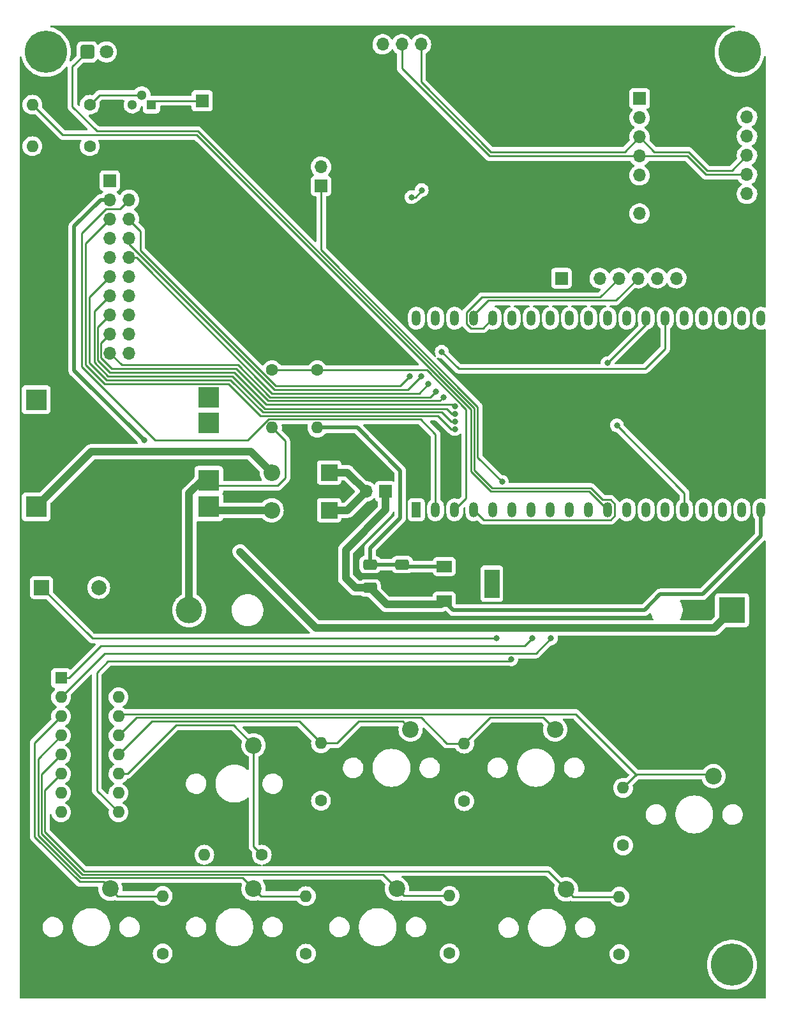
<source format=gbr>
%TF.GenerationSoftware,KiCad,Pcbnew,(6.0.4)*%
%TF.CreationDate,2023-05-02T15:22:56-04:00*%
%TF.ProjectId,Tomogatchi PCB,546f6d6f-6761-4746-9368-69205043422e,rev?*%
%TF.SameCoordinates,Original*%
%TF.FileFunction,Copper,L1,Top*%
%TF.FilePolarity,Positive*%
%FSLAX46Y46*%
G04 Gerber Fmt 4.6, Leading zero omitted, Abs format (unit mm)*
G04 Created by KiCad (PCBNEW (6.0.4)) date 2023-05-02 15:22:56*
%MOMM*%
%LPD*%
G01*
G04 APERTURE LIST*
G04 Aperture macros list*
%AMRoundRect*
0 Rectangle with rounded corners*
0 $1 Rounding radius*
0 $2 $3 $4 $5 $6 $7 $8 $9 X,Y pos of 4 corners*
0 Add a 4 corners polygon primitive as box body*
4,1,4,$2,$3,$4,$5,$6,$7,$8,$9,$2,$3,0*
0 Add four circle primitives for the rounded corners*
1,1,$1+$1,$2,$3*
1,1,$1+$1,$4,$5*
1,1,$1+$1,$6,$7*
1,1,$1+$1,$8,$9*
0 Add four rect primitives between the rounded corners*
20,1,$1+$1,$2,$3,$4,$5,0*
20,1,$1+$1,$4,$5,$6,$7,0*
20,1,$1+$1,$6,$7,$8,$9,0*
20,1,$1+$1,$8,$9,$2,$3,0*%
G04 Aperture macros list end*
%TA.AperFunction,ComponentPad*%
%ADD10R,1.700000X1.700000*%
%TD*%
%TA.AperFunction,ComponentPad*%
%ADD11O,1.700000X1.700000*%
%TD*%
%TA.AperFunction,ComponentPad*%
%ADD12C,2.200000*%
%TD*%
%TA.AperFunction,SMDPad,CuDef*%
%ADD13R,2.000000X1.500000*%
%TD*%
%TA.AperFunction,SMDPad,CuDef*%
%ADD14R,2.000000X3.800000*%
%TD*%
%TA.AperFunction,ComponentPad*%
%ADD15R,1.600000X1.600000*%
%TD*%
%TA.AperFunction,ComponentPad*%
%ADD16O,1.600000X1.600000*%
%TD*%
%TA.AperFunction,ComponentPad*%
%ADD17C,1.600000*%
%TD*%
%TA.AperFunction,SMDPad,CuDef*%
%ADD18RoundRect,0.250000X0.650000X-0.412500X0.650000X0.412500X-0.650000X0.412500X-0.650000X-0.412500X0*%
%TD*%
%TA.AperFunction,ComponentPad*%
%ADD19C,5.600000*%
%TD*%
%TA.AperFunction,ComponentPad*%
%ADD20R,2.000000X2.000000*%
%TD*%
%TA.AperFunction,ComponentPad*%
%ADD21C,2.000000*%
%TD*%
%TA.AperFunction,ComponentPad*%
%ADD22R,1.200000X2.000000*%
%TD*%
%TA.AperFunction,ComponentPad*%
%ADD23O,1.200000X2.000000*%
%TD*%
%TA.AperFunction,ComponentPad*%
%ADD24R,2.200000X2.200000*%
%TD*%
%TA.AperFunction,ComponentPad*%
%ADD25O,2.200000X2.200000*%
%TD*%
%TA.AperFunction,ComponentPad*%
%ADD26R,1.800000X1.800000*%
%TD*%
%TA.AperFunction,ComponentPad*%
%ADD27C,1.800000*%
%TD*%
%TA.AperFunction,ComponentPad*%
%ADD28R,2.800000X2.800000*%
%TD*%
%TA.AperFunction,ComponentPad*%
%ADD29RoundRect,0.250200X-0.649800X-0.649800X0.649800X-0.649800X0.649800X0.649800X-0.649800X0.649800X0*%
%TD*%
%TA.AperFunction,ComponentPad*%
%ADD30R,3.500000X3.500000*%
%TD*%
%TA.AperFunction,ComponentPad*%
%ADD31C,3.500000*%
%TD*%
%TA.AperFunction,ComponentPad*%
%ADD32R,1.300000X1.300000*%
%TD*%
%TA.AperFunction,ComponentPad*%
%ADD33C,1.300000*%
%TD*%
%TA.AperFunction,ViaPad*%
%ADD34C,0.800000*%
%TD*%
%TA.AperFunction,Conductor*%
%ADD35C,0.500000*%
%TD*%
%TA.AperFunction,Conductor*%
%ADD36C,1.000000*%
%TD*%
%TA.AperFunction,Conductor*%
%ADD37C,0.250000*%
%TD*%
G04 APERTURE END LIST*
D10*
%TO.P,Expansion/Debug Header,1*%
%TO.N,GND*%
X45475000Y-59075000D03*
D11*
%TO.P,Expansion/Debug Header,2*%
%TO.N,+3.3v*%
X48015000Y-59075000D03*
%TO.P,Expansion/Debug Header,3*%
%TO.N,+5v*%
X45475000Y-61615000D03*
%TO.P,Expansion/Debug Header,4*%
%TO.N,RESET_PIN*%
X48015000Y-61615000D03*
%TO.P,Expansion/Debug Header,5*%
%TO.N,DAC_2*%
X45475000Y-64155000D03*
%TO.P,Expansion/Debug Header,6*%
%TO.N,BOOT_PIN*%
X48015000Y-64155000D03*
%TO.P,Expansion/Debug Header,7*%
%TO.N,SCL*%
X45475000Y-66695000D03*
%TO.P,Expansion/Debug Header,8*%
%TO.N,TXD2*%
X48015000Y-66695000D03*
%TO.P,Expansion/Debug Header,9*%
%TO.N,SDA*%
X45475000Y-69235000D03*
%TO.P,Expansion/Debug Header,10*%
%TO.N,RXD2*%
X48015000Y-69235000D03*
%TO.P,Expansion/Debug Header,11*%
%TO.N,GPIO_14*%
X45475000Y-71775000D03*
%TO.P,Expansion/Debug Header,12*%
%TO.N,SPI_MOSI*%
X48015000Y-71775000D03*
%TO.P,Expansion/Debug Header,13*%
%TO.N,GPIO_13*%
X45475000Y-74315000D03*
%TO.P,Expansion/Debug Header,14*%
%TO.N,SPI_MISO*%
X48015000Y-74315000D03*
%TO.P,Expansion/Debug Header,15*%
%TO.N,GPIO_12*%
X45475000Y-76855000D03*
%TO.P,Expansion/Debug Header,16*%
%TO.N,SPI_SCK*%
X48015000Y-76855000D03*
%TO.P,Expansion/Debug Header,17*%
%TO.N,GPIO_04*%
X45475000Y-79395000D03*
%TO.P,Expansion/Debug Header,18*%
%TO.N,SPI_CS*%
X48015000Y-79395000D03*
%TO.P,Expansion/Debug Header,19*%
%TO.N,GPIO_02*%
X45475000Y-81935000D03*
%TO.P,Expansion/Debug Header,20*%
%TO.N,GND*%
X48015000Y-81935000D03*
%TD*%
D12*
%TO.P,B,1*%
%TO.N,H*%
X106000000Y-153000000D03*
%TO.P,B,2*%
%TO.N,+3.3v*%
X99650000Y-155540000D03*
%TD*%
%TO.P,START,1*%
%TO.N,B*%
X85376429Y-131817306D03*
%TO.P,START,2*%
%TO.N,+3.3v*%
X79026429Y-134357306D03*
%TD*%
D13*
%TO.P,AMS1117-3.3,1*%
%TO.N,GND*%
X89850000Y-110200000D03*
%TO.P,AMS1117-3.3,2*%
%TO.N,+3.3v*%
X89850000Y-112500000D03*
%TO.P,AMS1117-3.3,3*%
%TO.N,+5v*%
X89850000Y-114800000D03*
D14*
%TO.P,AMS1117-3.3,4*%
%TO.N,N/C*%
X96150000Y-112500000D03*
%TD*%
D15*
%TO.P,74HC165N,1*%
%TO.N,ShiftLoad*%
X39000000Y-125000000D03*
D16*
%TO.P,74HC165N,2*%
%TO.N,ShiftClock*%
X39000000Y-127540000D03*
%TO.P,74HC165N,3*%
%TO.N,E*%
X39000000Y-130080000D03*
%TO.P,74HC165N,4*%
%TO.N,F*%
X39000000Y-132620000D03*
%TO.P,74HC165N,5*%
%TO.N,G*%
X39000000Y-135160000D03*
%TO.P,74HC165N,6*%
%TO.N,H*%
X39000000Y-137700000D03*
%TO.P,74HC165N,7*%
%TO.N,N/C*%
X39000000Y-140240000D03*
%TO.P,74HC165N,8*%
%TO.N,GND*%
X39000000Y-142780000D03*
%TO.P,74HC165N,9*%
%TO.N,ShiftData*%
X46620000Y-142780000D03*
%TO.P,74HC165N,10*%
%TO.N,GND*%
X46620000Y-140240000D03*
%TO.P,74HC165N,11*%
%TO.N,A*%
X46620000Y-137700000D03*
%TO.P,74HC165N,12*%
%TO.N,B*%
X46620000Y-135160000D03*
%TO.P,74HC165N,13*%
%TO.N,C*%
X46620000Y-132620000D03*
%TO.P,74HC165N,14*%
%TO.N,D*%
X46620000Y-130080000D03*
%TO.P,74HC165N,15*%
%TO.N,GND*%
X46620000Y-127540000D03*
%TO.P,74HC165N,16*%
%TO.N,+3.3v*%
X46620000Y-125000000D03*
%TD*%
D12*
%TO.P,LEFT,1*%
%TO.N,E*%
X45540000Y-152920000D03*
%TO.P,LEFT,2*%
%TO.N,+3.3v*%
X39190000Y-155460000D03*
%TD*%
D17*
%TO.P,100k,1*%
%TO.N,BatterySenese*%
X67000000Y-84190000D03*
D16*
%TO.P,100k,2*%
%TO.N,B+*%
X67000000Y-91810000D03*
%TD*%
D12*
%TO.P,A,1*%
%TO.N,D*%
X125540000Y-138000000D03*
%TO.P,A,2*%
%TO.N,+3.3v*%
X119190000Y-140540000D03*
%TD*%
D10*
%TO.P,BME280,1*%
%TO.N,+3.3v*%
X130000000Y-63350000D03*
D11*
%TO.P,BME280,2*%
%TO.N,GND*%
X130000000Y-60810000D03*
%TO.P,BME280,3*%
%TO.N,SCL*%
X130000000Y-58270000D03*
%TO.P,BME280,4*%
%TO.N,SDA*%
X130000000Y-55730000D03*
%TO.P,BME280,5*%
%TO.N,N/C*%
X130000000Y-53190000D03*
%TO.P,BME280,6*%
X130000000Y-50650000D03*
%TD*%
D18*
%TO.P,C2,1*%
%TO.N,+5v*%
X80000000Y-113062500D03*
%TO.P,C2,2*%
%TO.N,GND*%
X80000000Y-109937500D03*
%TD*%
D19*
%TO.P,M3,1*%
%TO.N,GND*%
X37000000Y-42000000D03*
%TD*%
D20*
%TO.P,Beeper boy,1*%
%TO.N,BEEPER_SOUND*%
X36400000Y-113000000D03*
D21*
%TO.P,Beeper boy,2*%
%TO.N,GND*%
X44000000Y-113000000D03*
%TD*%
D22*
%TO.P,ESP32 Module,1*%
%TO.N,N/C*%
X86140000Y-102700000D03*
D23*
%TO.P,ESP32 Module,2*%
%TO.N,RESET_PIN*%
X88680000Y-102700000D03*
%TO.P,ESP32 Module,3*%
%TO.N,BatterySenese*%
X91220000Y-102700000D03*
%TO.P,ESP32 Module,4*%
%TO.N,IRRX_DATA*%
X93760000Y-102700000D03*
%TO.P,ESP32 Module,5*%
%TO.N,MIC_DATA*%
X96300000Y-102700000D03*
%TO.P,ESP32 Module,6*%
%TO.N,ShiftData*%
X98840000Y-102700000D03*
%TO.P,ESP32 Module,7*%
%TO.N,ShiftLoad*%
X101380000Y-102700000D03*
%TO.P,ESP32 Module,8*%
%TO.N,ShiftClock*%
X103920000Y-102700000D03*
%TO.P,ESP32 Module,9*%
%TO.N,BEEPER_SOUND*%
X106460000Y-102700000D03*
%TO.P,ESP32 Module,10*%
%TO.N,DAC_2*%
X109000000Y-102700000D03*
%TO.P,ESP32 Module,11*%
%TO.N,IRTX_DATA*%
X111540000Y-102700000D03*
%TO.P,ESP32 Module,12*%
%TO.N,GPIO_14*%
X114080000Y-102700000D03*
%TO.P,ESP32 Module,13*%
%TO.N,GPIO_12*%
X116620000Y-102700000D03*
%TO.P,ESP32 Module,14*%
%TO.N,GND*%
X119160000Y-102700000D03*
%TO.P,ESP32 Module,15*%
%TO.N,GPIO_13*%
X121700000Y-102700000D03*
%TO.P,ESP32 Module,16*%
%TO.N,N/C*%
X124240000Y-102700000D03*
%TO.P,ESP32 Module,17*%
X126780000Y-102700000D03*
%TO.P,ESP32 Module,18*%
X129320000Y-102700000D03*
%TO.P,ESP32 Module,19*%
%TO.N,+5v*%
X131860000Y-102700000D03*
%TO.P,ESP32 Module,20*%
%TO.N,N/C*%
X131857280Y-77303680D03*
%TO.P,ESP32 Module,21*%
X129317280Y-77303680D03*
%TO.P,ESP32 Module,22*%
X126780000Y-77300000D03*
%TO.P,ESP32 Module,23*%
X124240000Y-77300000D03*
%TO.P,ESP32 Module,24*%
%TO.N,GPIO_02*%
X121700000Y-77300000D03*
%TO.P,ESP32 Module,25*%
%TO.N,BOOT_PIN*%
X119160000Y-77300000D03*
%TO.P,ESP32 Module,26*%
%TO.N,GPIO_04*%
X116620000Y-77300000D03*
%TO.P,ESP32 Module,27*%
%TO.N,RXD2*%
X114080000Y-77300000D03*
%TO.P,ESP32 Module,28*%
%TO.N,TXD2*%
X111540000Y-77300000D03*
%TO.P,ESP32 Module,29*%
%TO.N,SPI_CS*%
X109000000Y-77300000D03*
%TO.P,ESP32 Module,30*%
%TO.N,SPI_SCK*%
X106460000Y-77300000D03*
%TO.P,ESP32 Module,31*%
%TO.N,SPI_MISO*%
X103920000Y-77300000D03*
%TO.P,ESP32 Module,32*%
%TO.N,GND*%
X101380000Y-77300000D03*
%TO.P,ESP32 Module,33*%
%TO.N,SDA*%
X98840000Y-77300000D03*
%TO.P,ESP32 Module,34*%
%TO.N,RX0*%
X96300000Y-77300000D03*
%TO.P,ESP32 Module,35*%
%TO.N,TX0*%
X93760000Y-77300000D03*
%TO.P,ESP32 Module,36*%
%TO.N,SCL*%
X91220000Y-77300000D03*
%TO.P,ESP32 Module,37*%
%TO.N,SPI_MOSI*%
X88680000Y-77300000D03*
%TO.P,ESP32 Module,38*%
%TO.N,GND*%
X86140000Y-77300000D03*
%TD*%
D12*
%TO.P,SELECT,1*%
%TO.N,C*%
X104539999Y-131811074D03*
%TO.P,SELECT,2*%
%TO.N,+3.3v*%
X98189999Y-134351074D03*
%TD*%
D10*
%TO.P,BMI160,1*%
%TO.N,N/C*%
X115750000Y-48200000D03*
D11*
%TO.P,BMI160,2*%
X115750000Y-50740000D03*
%TO.P,BMI160,3*%
%TO.N,SDA*%
X115750000Y-53280000D03*
%TO.P,BMI160,4*%
%TO.N,SCL*%
X115750000Y-55820000D03*
%TO.P,BMI160,5*%
%TO.N,GND*%
X115750000Y-58360000D03*
%TO.P,BMI160,6*%
%TO.N,+3.3v*%
X115750000Y-60900000D03*
%TO.P,BMI160,7*%
%TO.N,N/C*%
X115750000Y-63440000D03*
%TD*%
D19*
%TO.P,M3,1*%
%TO.N,GND*%
X128000000Y-163000000D03*
%TD*%
D12*
%TO.P,UP,1*%
%TO.N,A*%
X64540000Y-133920000D03*
%TO.P,UP,2*%
%TO.N,+3.3v*%
X58190000Y-136460000D03*
%TD*%
%TO.P,DOWN,1*%
%TO.N,F*%
X64540000Y-152920000D03*
%TO.P,DOWN,2*%
%TO.N,+3.3v*%
X58190000Y-155460000D03*
%TD*%
%TO.P,RIGHT,1*%
%TO.N,G*%
X83540000Y-152920000D03*
%TO.P,RIGHT,2*%
%TO.N,+3.3v*%
X77190000Y-155460000D03*
%TD*%
D18*
%TO.P,C1,1*%
%TO.N,+3.3v*%
X84250000Y-113062500D03*
%TO.P,C1,2*%
%TO.N,GND*%
X84250000Y-109937500D03*
%TD*%
D17*
%TO.P,100k,1*%
%TO.N,BatterySenese*%
X73000000Y-84190000D03*
D16*
%TO.P,100k,2*%
%TO.N,GND*%
X73000000Y-91810000D03*
%TD*%
D10*
%TO.P,VDD,1*%
%TO.N,+3.3v*%
X79129191Y-41000000D03*
D11*
%TO.P,VDD,2*%
%TO.N,GND*%
X81669191Y-41000000D03*
%TO.P,VDD,3*%
%TO.N,SCL*%
X84209191Y-41000000D03*
%TO.P,VDD,4*%
%TO.N,SDA*%
X86749191Y-41000000D03*
%TD*%
D19*
%TO.P,M3,1*%
%TO.N,GND*%
X129000000Y-42000000D03*
%TD*%
D17*
%TO.P,10k,1*%
%TO.N,GND*%
X71494367Y-161521169D03*
D16*
%TO.P,10k,2*%
%TO.N,F*%
X71494367Y-153901169D03*
%TD*%
D17*
%TO.P,100k,1*%
%TO.N,IRBASE*%
X42810000Y-54500000D03*
D16*
%TO.P,100k,2*%
%TO.N,GND*%
X35190000Y-54500000D03*
%TD*%
D24*
%TO.P,N5817,1*%
%TO.N,+5vS*%
X74560000Y-97750000D03*
D25*
%TO.P,N5817,2*%
%TO.N,IN+*%
X66940000Y-97750000D03*
%TD*%
D26*
%TO.P,IR LED,1*%
%TO.N,IRCOLLECTOR*%
X57725000Y-48475000D03*
D27*
%TO.P,IR LED,2*%
%TO.N,+3.3v*%
X60265000Y-48475000D03*
%TD*%
D17*
%TO.P,10k,1*%
%TO.N,GND*%
X90541161Y-161490689D03*
D16*
%TO.P,10k,2*%
%TO.N,G*%
X90541161Y-153870689D03*
%TD*%
D17*
%TO.P,10k,1*%
%TO.N,GND*%
X113566396Y-147168297D03*
D16*
%TO.P,10k,2*%
%TO.N,D*%
X113566396Y-139548297D03*
%TD*%
D24*
%TO.P,N5817,1*%
%TO.N,+5vS*%
X74560000Y-102750000D03*
D25*
%TO.P,N5817,2*%
%TO.N,Out+*%
X66940000Y-102750000D03*
%TD*%
D17*
%TO.P,10k,1*%
%TO.N,GND*%
X52485843Y-161500237D03*
D16*
%TO.P,10k,2*%
%TO.N,E*%
X52485843Y-153880237D03*
%TD*%
D17*
%TO.P,10k,1*%
%TO.N,A*%
X65626165Y-148411560D03*
D16*
%TO.P,10k,2*%
%TO.N,GND*%
X58006165Y-148411560D03*
%TD*%
D28*
%TO.P,USB Battery Charger,2*%
%TO.N,GND*%
X35700000Y-88100000D03*
%TO.P,USB Battery Charger,3*%
%TO.N,Out+*%
X58600000Y-102300000D03*
%TO.P,USB Battery Charger,4*%
%TO.N,GND*%
X58600000Y-87800000D03*
%TO.P,USB Battery Charger,5*%
%TO.N,B+*%
X58600000Y-98800000D03*
%TO.P,USB Battery Charger,6*%
%TO.N,B-*%
X58600000Y-91200000D03*
%TO.P,USB Battery Charger,e*%
%TO.N,IN+*%
X35700000Y-102300000D03*
%TD*%
D29*
%TO.P,IR Receiver,1*%
%TO.N,IRRX_DATA*%
X42460000Y-42000000D03*
D27*
%TO.P,IR Receiver,2*%
%TO.N,GND*%
X45000000Y-42000000D03*
%TO.P,IR Receiver,3*%
%TO.N,+3.3v*%
X47540000Y-42000000D03*
%TD*%
D17*
%TO.P,10k,1*%
%TO.N,GND*%
X73483589Y-141250363D03*
D16*
%TO.P,10k,2*%
%TO.N,B*%
X73483589Y-133630363D03*
%TD*%
D17*
%TO.P,10k,1*%
%TO.N,IRBASE*%
X42810000Y-49000000D03*
D16*
%TO.P,10k,2*%
%TO.N,IRTX_DATA*%
X35190000Y-49000000D03*
%TD*%
D17*
%TO.P,10k,1*%
%TO.N,GND*%
X92480651Y-141300094D03*
D16*
%TO.P,10k,2*%
%TO.N,C*%
X92480651Y-133680094D03*
%TD*%
D10*
%TO.P,E220-900T22D,1*%
%TO.N,GND*%
X105385000Y-72000000D03*
D11*
%TO.P,E220-900T22D,2*%
%TO.N,+3.3v*%
X107925000Y-72000000D03*
%TO.P,E220-900T22D,3*%
%TO.N,N/C*%
X110465000Y-72000000D03*
%TO.P,E220-900T22D,4*%
%TO.N,RX0*%
X113005000Y-72000000D03*
%TO.P,E220-900T22D,5*%
%TO.N,TX0*%
X115545000Y-72000000D03*
%TO.P,E220-900T22D,6*%
%TO.N,GND*%
X118085000Y-72000000D03*
%TO.P,E220-900T22D,7*%
X120625000Y-72000000D03*
%TD*%
D17*
%TO.P,10k,1*%
%TO.N,GND*%
X113069091Y-161590150D03*
D16*
%TO.P,10k,2*%
%TO.N,H*%
X113069091Y-153970150D03*
%TD*%
D30*
%TO.P,18650 Holder,1*%
%TO.N,B-*%
X128000000Y-116000000D03*
D31*
%TO.P,18650 Holder,2*%
%TO.N,B+*%
X56000000Y-116000000D03*
%TD*%
D32*
%TO.P,LED Transistor,1*%
%TO.N,IRCOLLECTOR*%
X51000000Y-49000000D03*
D33*
%TO.P,LED Transistor,2*%
%TO.N,IRBASE*%
X49730000Y-47730000D03*
%TO.P,LED Transistor,3*%
%TO.N,GND*%
X48460000Y-49000000D03*
%TD*%
D10*
%TO.P,Microphone Module,1*%
%TO.N,MIC_DATA*%
X73500000Y-59775000D03*
D11*
%TO.P,Microphone Module,2*%
%TO.N,GND*%
X73500000Y-57235000D03*
%TO.P,Microphone Module,3*%
%TO.N,+3.3v*%
X73500000Y-54695000D03*
%TD*%
D10*
%TO.P,On/Off Switch,1*%
%TO.N,+5v*%
X82025000Y-100250000D03*
D11*
%TO.P,On/Off Switch,2*%
%TO.N,+5vS*%
X79485000Y-100250000D03*
%TD*%
D34*
%TO.N,+5v*%
X76750000Y-111750000D03*
X50000000Y-93500000D03*
%TO.N,+3.3v*%
X36750000Y-126500000D03*
X41750000Y-126750000D03*
%TO.N,B-*%
X62750000Y-108250000D03*
%TO.N,SDA*%
X86849353Y-60324755D03*
X85500000Y-61250000D03*
%TO.N,ShiftLoad*%
X101500000Y-119750000D03*
%TO.N,ShiftClock*%
X104000000Y-119750000D03*
%TO.N,ShiftData*%
X98750000Y-122500000D03*
%TO.N,BEEPER_SOUND*%
X96750000Y-119750000D03*
%TO.N,MIC_DATA*%
X97500000Y-99000000D03*
%TO.N,BOOT_PIN*%
X89500000Y-81750000D03*
X85250000Y-85000000D03*
%TO.N,TXD2*%
X86750000Y-85000000D03*
%TO.N,RXD2*%
X87750000Y-86000000D03*
%TO.N,DAC_2*%
X91250000Y-92000000D03*
%TO.N,GPIO_14*%
X91250000Y-91000000D03*
%TO.N,GPIO_13*%
X91262299Y-89987701D03*
X112750000Y-91500000D03*
%TO.N,GPIO_12*%
X91249854Y-88988276D03*
%TO.N,GPIO_04*%
X89750000Y-87750000D03*
X111500000Y-83250000D03*
%TO.N,GPIO_02*%
X88750000Y-87000000D03*
%TD*%
D35*
%TO.N,+5v*%
X91050000Y-116000000D02*
X116385828Y-116000000D01*
X44272919Y-61615000D02*
X40750000Y-65137919D01*
X116385828Y-116000000D02*
X118485349Y-113900479D01*
D36*
X89400000Y-115250000D02*
X89850000Y-114800000D01*
D35*
X131860000Y-106140000D02*
X131860000Y-102700000D01*
X124099521Y-113900479D02*
X131860000Y-106140000D01*
D36*
X78062500Y-113062500D02*
X80000000Y-113062500D01*
X82025000Y-102725000D02*
X76750000Y-108000000D01*
D35*
X45475000Y-61615000D02*
X44272919Y-61615000D01*
D36*
X80000000Y-113062500D02*
X82187500Y-115250000D01*
X82025000Y-100250000D02*
X82025000Y-102725000D01*
D35*
X40750000Y-84250000D02*
X50000000Y-93500000D01*
X118485349Y-113900479D02*
X124099521Y-113900479D01*
D36*
X76750000Y-111750000D02*
X78062500Y-113062500D01*
X76750000Y-108000000D02*
X76750000Y-111750000D01*
D35*
X40750000Y-65137919D02*
X40750000Y-84250000D01*
X89850000Y-114800000D02*
X91050000Y-116000000D01*
D36*
X82187500Y-115250000D02*
X89400000Y-115250000D01*
D35*
%TO.N,GND*%
X84512500Y-110200000D02*
X84250000Y-109937500D01*
X87050000Y-110200000D02*
X84512500Y-110200000D01*
D37*
X105385000Y-71615000D02*
X105385000Y-72000000D01*
D35*
X80000000Y-107750000D02*
X84000000Y-103750000D01*
X84000000Y-97500000D02*
X78310000Y-91810000D01*
X78310000Y-91810000D02*
X73000000Y-91810000D01*
X84000000Y-103750000D02*
X84000000Y-97500000D01*
X84250000Y-109937500D02*
X80000000Y-109937500D01*
X89850000Y-110200000D02*
X87050000Y-110200000D01*
X80000000Y-109937500D02*
X80000000Y-107750000D01*
D36*
%TO.N,Out+*%
X59050000Y-102750000D02*
X66940000Y-102750000D01*
X58600000Y-102300000D02*
X59050000Y-102750000D01*
D37*
%TO.N,B+*%
X68750000Y-93560000D02*
X67000000Y-91810000D01*
D36*
X57700000Y-98800000D02*
X56000000Y-100500000D01*
D37*
X59300000Y-99500000D02*
X67750000Y-99500000D01*
X68750000Y-98500000D02*
X68750000Y-93560000D01*
X58600000Y-98800000D02*
X59300000Y-99500000D01*
D36*
X56000000Y-100500000D02*
X56000000Y-116000000D01*
X58600000Y-98800000D02*
X57700000Y-98800000D01*
D37*
X67750000Y-99500000D02*
X68750000Y-98500000D01*
D36*
X59400000Y-98000000D02*
X58600000Y-98800000D01*
%TO.N,B-*%
X125650479Y-118349521D02*
X128000000Y-116000000D01*
X62750000Y-108250000D02*
X72849521Y-118349521D01*
X72849521Y-118349521D02*
X125650479Y-118349521D01*
X58600000Y-91200000D02*
X59399022Y-91200000D01*
%TO.N,+5vS*%
X74560000Y-102750000D02*
X76985000Y-102750000D01*
X76985000Y-102750000D02*
X79485000Y-100250000D01*
X76985000Y-97750000D02*
X79485000Y-100250000D01*
X74560000Y-97750000D02*
X76985000Y-97750000D01*
D37*
%TO.N,BatterySenese*%
X87505098Y-84190000D02*
X92750000Y-89434902D01*
X92750000Y-89434902D02*
X92750000Y-101170000D01*
X92750000Y-101170000D02*
X91220000Y-102700000D01*
X73000000Y-84190000D02*
X87505098Y-84190000D01*
X67000000Y-84190000D02*
X73000000Y-84190000D01*
%TO.N,SCL*%
X95820000Y-55820000D02*
X115750000Y-55820000D01*
X84209191Y-44209191D02*
X95820000Y-55820000D01*
X84209191Y-41000000D02*
X84209191Y-44209191D01*
X115750000Y-55820000D02*
X122070000Y-55820000D01*
X124520000Y-58270000D02*
X130000000Y-58270000D01*
X122070000Y-55820000D02*
X124520000Y-58270000D01*
%TO.N,SDA*%
X113780000Y-55250000D02*
X115750000Y-53280000D01*
X86849353Y-60324755D02*
X86849353Y-60399029D01*
X86749191Y-41000000D02*
X86749191Y-45999191D01*
X117720000Y-55250000D02*
X122250000Y-55250000D01*
X127980000Y-57750000D02*
X130000000Y-55730000D01*
X115750000Y-53280000D02*
X117720000Y-55250000D01*
X96000000Y-55250000D02*
X113780000Y-55250000D01*
X124750000Y-57750000D02*
X127980000Y-57750000D01*
X86749191Y-45999191D02*
X96000000Y-55250000D01*
X85998382Y-61250000D02*
X85500000Y-61250000D01*
X122250000Y-55250000D02*
X124750000Y-57750000D01*
X86849353Y-60399029D02*
X85998382Y-61250000D01*
%TO.N,TX0*%
X112595489Y-74949511D02*
X115545000Y-72000000D01*
X93760000Y-77300000D02*
X93760000Y-76900000D01*
X95710489Y-74949511D02*
X112595489Y-74949511D01*
X93760000Y-76900000D02*
X95710489Y-74949511D01*
%TO.N,RX0*%
X110505000Y-74500000D02*
X113005000Y-72000000D01*
X94852532Y-74500000D02*
X110505000Y-74500000D01*
X92835480Y-76517052D02*
X94852532Y-74500000D01*
X94975480Y-78624520D02*
X93377052Y-78624520D01*
X96300000Y-77300000D02*
X94975480Y-78624520D01*
X93377052Y-78624520D02*
X92835480Y-78082948D01*
X92835480Y-78082948D02*
X92835480Y-76517052D01*
%TO.N,A*%
X64540000Y-133920000D02*
X61870000Y-131250000D01*
X65626165Y-148411560D02*
X64540000Y-147325395D01*
X64540000Y-147325395D02*
X64540000Y-133920000D01*
X54250000Y-131250000D02*
X47800000Y-137700000D01*
X47800000Y-137700000D02*
X46620000Y-137700000D01*
X61870000Y-131250000D02*
X54250000Y-131250000D01*
%TO.N,B*%
X75619637Y-133630363D02*
X73483589Y-133630363D01*
X51030000Y-130750000D02*
X46620000Y-135160000D01*
X73483589Y-133630363D02*
X70603226Y-130750000D01*
X70603226Y-130750000D02*
X51030000Y-130750000D01*
X85376429Y-131817306D02*
X84309123Y-130750000D01*
X84309123Y-130750000D02*
X78500000Y-130750000D01*
X78500000Y-130750000D02*
X75619637Y-133630363D01*
%TO.N,C*%
X102978925Y-130250000D02*
X95910745Y-130250000D01*
X90180094Y-133680094D02*
X92480651Y-133680094D01*
X95910745Y-130250000D02*
X92480651Y-133680094D01*
X86750000Y-130250000D02*
X90180094Y-133680094D01*
X46620000Y-132620000D02*
X48990000Y-130250000D01*
X104539999Y-131811074D02*
X102978925Y-130250000D01*
X48990000Y-130250000D02*
X86750000Y-130250000D01*
%TO.N,D*%
X125290000Y-137750000D02*
X115364693Y-137750000D01*
X125540000Y-138000000D02*
X125290000Y-137750000D01*
X107250000Y-129750000D02*
X46950000Y-129750000D01*
X115250000Y-137864693D02*
X115250000Y-137750000D01*
X46950000Y-129750000D02*
X46620000Y-130080000D01*
X115250000Y-137750000D02*
X107250000Y-129750000D01*
X115364693Y-137750000D02*
X113566396Y-139548297D01*
X113566396Y-139548297D02*
X115250000Y-137864693D01*
%TO.N,E*%
X41478592Y-152000000D02*
X35500000Y-146021408D01*
X45540000Y-152920000D02*
X44620000Y-152000000D01*
X52485843Y-153880237D02*
X46500237Y-153880237D01*
X35500000Y-146021408D02*
X35500000Y-133580000D01*
X44620000Y-152000000D02*
X41478592Y-152000000D01*
X46500237Y-153880237D02*
X45540000Y-152920000D01*
X35500000Y-133580000D02*
X39000000Y-130080000D01*
%TO.N,F*%
X64540000Y-152920000D02*
X63115481Y-151495481D01*
X41609776Y-151495480D02*
X35949511Y-145835215D01*
X71494367Y-153901169D02*
X65521169Y-153901169D01*
X65521169Y-153901169D02*
X64540000Y-152920000D01*
X35949511Y-135670489D02*
X39000000Y-132620000D01*
X35949511Y-145835215D02*
X35949511Y-135670489D01*
X63115481Y-151495481D02*
X41609776Y-151495480D01*
%TO.N,G*%
X90541161Y-153870689D02*
X84490689Y-153870689D01*
X41795970Y-151045970D02*
X36399022Y-145649022D01*
X84490689Y-153870689D02*
X83540000Y-152920000D01*
X83540000Y-152920000D02*
X81665970Y-151045970D01*
X36399022Y-137760978D02*
X39000000Y-135160000D01*
X81665970Y-151045970D02*
X41795970Y-151045970D01*
X36399022Y-145649022D02*
X36399022Y-137760978D01*
%TO.N,H*%
X36848533Y-139851467D02*
X39000000Y-137700000D01*
X106970150Y-153970150D02*
X106000000Y-153000000D01*
X42096459Y-150596459D02*
X36848533Y-145348533D01*
X103596459Y-150596459D02*
X42096459Y-150596459D01*
X36848533Y-145348533D02*
X36848533Y-139851467D01*
X113069091Y-153970150D02*
X106970150Y-153970150D01*
X106000000Y-153000000D02*
X103596459Y-150596459D01*
%TO.N,ShiftLoad*%
X100500000Y-120750000D02*
X101500000Y-119750000D01*
X40050000Y-125000000D02*
X44300000Y-120750000D01*
X44300000Y-120750000D02*
X100500000Y-120750000D01*
X39000000Y-125000000D02*
X40050000Y-125000000D01*
%TO.N,ShiftClock*%
X102000000Y-121750000D02*
X104000000Y-119750000D01*
X44790000Y-121750000D02*
X102000000Y-121750000D01*
X39000000Y-127540000D02*
X44790000Y-121750000D01*
%TO.N,ShiftData*%
X98500000Y-122750000D02*
X98750000Y-122500000D01*
X43750000Y-124250000D02*
X45250000Y-122750000D01*
X43750000Y-139910000D02*
X43750000Y-124250000D01*
X46620000Y-142780000D02*
X43750000Y-139910000D01*
X45250000Y-122750000D02*
X98500000Y-122750000D01*
D36*
%TO.N,IN+*%
X64190000Y-95000000D02*
X66940000Y-97750000D01*
X35700000Y-102300000D02*
X43000000Y-95000000D01*
X43000000Y-95000000D02*
X64190000Y-95000000D01*
D37*
%TO.N,IRRX_DATA*%
X93824520Y-97438802D02*
X93824520Y-89210224D01*
X112464520Y-101917052D02*
X111922948Y-101375480D01*
X93760000Y-102700000D02*
X95084520Y-104024520D01*
X93824520Y-89210224D02*
X57114296Y-52500000D01*
X111922948Y-101375480D02*
X110851197Y-101375480D01*
X95084520Y-104024520D02*
X111922948Y-104024520D01*
X110851197Y-101375480D02*
X109276197Y-99800480D01*
X40500000Y-43960000D02*
X42460000Y-42000000D01*
X40500000Y-49250000D02*
X40500000Y-43960000D01*
X57114296Y-52500000D02*
X43750000Y-52500000D01*
X109276197Y-99800480D02*
X96186198Y-99800480D01*
X96186198Y-99800480D02*
X93824520Y-97438802D01*
X111922948Y-104024520D02*
X112464520Y-103482948D01*
X43750000Y-52500000D02*
X40500000Y-49250000D01*
X112464520Y-103482948D02*
X112464520Y-101917052D01*
%TO.N,IRTX_DATA*%
X93375000Y-97625000D02*
X96000000Y-100250000D01*
X109090000Y-100250000D02*
X111540000Y-102700000D01*
X39190000Y-53000000D02*
X56978592Y-53000000D01*
X93375000Y-89396408D02*
X93375000Y-97625000D01*
X35190000Y-49000000D02*
X39190000Y-53000000D01*
X96000000Y-100250000D02*
X109090000Y-100250000D01*
X56978592Y-53000000D02*
X93375000Y-89396408D01*
%TO.N,IRBASE*%
X44080000Y-47730000D02*
X42810000Y-49000000D01*
X49730000Y-47730000D02*
X44080000Y-47730000D01*
%TO.N,IRCOLLECTOR*%
X57725000Y-48475000D02*
X51525000Y-48475000D01*
X51525000Y-48475000D02*
X51000000Y-49000000D01*
%TO.N,BEEPER_SOUND*%
X43150000Y-119750000D02*
X96750000Y-119750000D01*
X36400000Y-113000000D02*
X43150000Y-119750000D01*
%TO.N,MIC_DATA*%
X94274031Y-89024031D02*
X94274031Y-95774031D01*
X94274031Y-95774031D02*
X97500000Y-99000000D01*
X73500000Y-68250000D02*
X94274031Y-89024031D01*
X73500000Y-59775000D02*
X73500000Y-68250000D01*
%TO.N,RESET_PIN*%
X88680000Y-92680000D02*
X88680000Y-102700000D01*
X46840489Y-62789511D02*
X44960489Y-62789511D01*
X44960489Y-62789511D02*
X41750000Y-66000000D01*
X41750000Y-83750000D02*
X51500000Y-93500000D01*
X41750000Y-66000000D02*
X41750000Y-83750000D01*
X63719700Y-93500000D02*
X66534211Y-90685489D01*
X86685489Y-90685489D02*
X88680000Y-92680000D01*
X51500000Y-93500000D02*
X63719700Y-93500000D01*
X48015000Y-61615000D02*
X46840489Y-62789511D01*
X66534211Y-90685489D02*
X86685489Y-90685489D01*
%TO.N,BOOT_PIN*%
X49500000Y-65750000D02*
X49500000Y-68280286D01*
X119160000Y-81340000D02*
X119160000Y-77300000D01*
X84000000Y-86250000D02*
X85250000Y-85000000D01*
X48015000Y-64155000D02*
X48015000Y-64265000D01*
X116500000Y-84000000D02*
X119160000Y-81340000D01*
X91750000Y-84000000D02*
X116500000Y-84000000D01*
X67469714Y-86250000D02*
X84000000Y-86250000D01*
X89500000Y-81750000D02*
X91750000Y-84000000D01*
X48015000Y-64265000D02*
X49500000Y-65750000D01*
X49500000Y-68280286D02*
X67469714Y-86250000D01*
%TO.N,TXD2*%
X48015000Y-66695000D02*
X48015000Y-67431004D01*
X67333996Y-86750000D02*
X85000000Y-86750000D01*
X48015000Y-67431004D02*
X67333996Y-86750000D01*
X85000000Y-86750000D02*
X86750000Y-85000000D01*
%TO.N,RXD2*%
X86500000Y-87250000D02*
X87750000Y-86000000D01*
X67000000Y-87250000D02*
X86500000Y-87250000D01*
X48985000Y-69235000D02*
X67000000Y-87250000D01*
X48015000Y-69235000D02*
X48985000Y-69235000D01*
%TO.N,DAC_2*%
X42250000Y-67380000D02*
X42250000Y-83500000D01*
X42250000Y-83500000D02*
X44750000Y-86000000D01*
X90750000Y-92000000D02*
X91250000Y-92000000D01*
X45475000Y-64155000D02*
X42250000Y-67380000D01*
X44750000Y-86000000D02*
X61250000Y-86000000D01*
X88985979Y-90235979D02*
X90750000Y-92000000D01*
X61250000Y-86000000D02*
X65485979Y-90235979D01*
X65485979Y-90235979D02*
X88985979Y-90235979D01*
%TO.N,GPIO_14*%
X61500000Y-85500000D02*
X65750000Y-89750000D01*
X89500000Y-89750000D02*
X90750000Y-91000000D01*
X42750000Y-83250000D02*
X45000000Y-85500000D01*
X90750000Y-91000000D02*
X91250000Y-91000000D01*
X65750000Y-89750000D02*
X89500000Y-89750000D01*
X45475000Y-71775000D02*
X42750000Y-74500000D01*
X42750000Y-74500000D02*
X42750000Y-83250000D01*
X45000000Y-85500000D02*
X61500000Y-85500000D01*
%TO.N,GPIO_13*%
X112750000Y-91500000D02*
X121700000Y-100450000D01*
X121700000Y-100450000D02*
X121700000Y-102700000D01*
X90186194Y-89300490D02*
X90873405Y-89987701D01*
X43401458Y-76388542D02*
X43401458Y-83151458D01*
X45250000Y-85000000D02*
X61750000Y-85000000D01*
X66050489Y-89300489D02*
X90186194Y-89300490D01*
X43401458Y-83151458D02*
X45250000Y-85000000D01*
X61750000Y-85000000D02*
X66050489Y-89300489D01*
X90873405Y-89987701D02*
X91262299Y-89987701D01*
X45475000Y-74315000D02*
X43401458Y-76388542D01*
%TO.N,GPIO_12*%
X45500000Y-84500000D02*
X62000000Y-84500000D01*
X43850979Y-82850979D02*
X45500000Y-84500000D01*
X62000000Y-84500000D02*
X66250000Y-88750000D01*
X43850979Y-78479021D02*
X43850979Y-82850979D01*
X66250000Y-88750000D02*
X91011578Y-88750000D01*
X91011578Y-88750000D02*
X91249854Y-88988276D01*
X45475000Y-76855000D02*
X43850979Y-78479021D01*
%TO.N,GPIO_04*%
X44300489Y-80569511D02*
X44300489Y-82550489D01*
X66500000Y-88250000D02*
X89250000Y-88250000D01*
X45750000Y-84000000D02*
X62250000Y-84000000D01*
X45475000Y-79395000D02*
X44300489Y-80569511D01*
X89250000Y-88250000D02*
X89750000Y-87750000D01*
X44300489Y-82550489D02*
X45750000Y-84000000D01*
X116620000Y-78130000D02*
X116620000Y-77300000D01*
X111500000Y-83250000D02*
X116620000Y-78130000D01*
X62250000Y-84000000D02*
X66500000Y-88250000D01*
%TO.N,GPIO_02*%
X66750000Y-87750000D02*
X88000000Y-87750000D01*
X47040000Y-83500000D02*
X62500000Y-83500000D01*
X45475000Y-81935000D02*
X47040000Y-83500000D01*
X88000000Y-87750000D02*
X88750000Y-87000000D01*
X62500000Y-83500000D02*
X66750000Y-87750000D01*
%TD*%
%TA.AperFunction,Conductor*%
%TO.N,+3.3v*%
G36*
X33717012Y-42608941D02*
G01*
X33755396Y-42668667D01*
X33758914Y-42684238D01*
X33760663Y-42695154D01*
X33761470Y-42700195D01*
X33856033Y-43045859D01*
X33924155Y-43218796D01*
X33972502Y-43341532D01*
X33987374Y-43379288D01*
X34018151Y-43437909D01*
X34095207Y-43584679D01*
X34153957Y-43696582D01*
X34155858Y-43699411D01*
X34155864Y-43699421D01*
X34322088Y-43946786D01*
X34353834Y-43994029D01*
X34584665Y-44268150D01*
X34843751Y-44515738D01*
X35128061Y-44733897D01*
X35160056Y-44753350D01*
X35431355Y-44918303D01*
X35431360Y-44918306D01*
X35434270Y-44920075D01*
X35437358Y-44921521D01*
X35437357Y-44921521D01*
X35755710Y-45070649D01*
X35755720Y-45070653D01*
X35758794Y-45072093D01*
X35762012Y-45073195D01*
X35762015Y-45073196D01*
X36094615Y-45187071D01*
X36094623Y-45187073D01*
X36097838Y-45188174D01*
X36447435Y-45266959D01*
X36499728Y-45272917D01*
X36800114Y-45307142D01*
X36800122Y-45307142D01*
X36803497Y-45307527D01*
X36806901Y-45307545D01*
X36806904Y-45307545D01*
X37001227Y-45308562D01*
X37161857Y-45309403D01*
X37165243Y-45309053D01*
X37165245Y-45309053D01*
X37514932Y-45272917D01*
X37514941Y-45272916D01*
X37518324Y-45272566D01*
X37521657Y-45271852D01*
X37521660Y-45271851D01*
X37764520Y-45219786D01*
X37868727Y-45197446D01*
X38208968Y-45084922D01*
X38535066Y-44936311D01*
X38629052Y-44880506D01*
X38840262Y-44755099D01*
X38840267Y-44755096D01*
X38843207Y-44753350D01*
X39129786Y-44538180D01*
X39391451Y-44293319D01*
X39625140Y-44021630D01*
X39627073Y-44018818D01*
X39627078Y-44018811D01*
X39636660Y-44004869D01*
X39691727Y-43960057D01*
X39762280Y-43952132D01*
X39825918Y-43983608D01*
X39862436Y-44044493D01*
X39866500Y-44076235D01*
X39866500Y-49171233D01*
X39865973Y-49182416D01*
X39864298Y-49189909D01*
X39864547Y-49197835D01*
X39864547Y-49197836D01*
X39866438Y-49257986D01*
X39866500Y-49261945D01*
X39866500Y-49289856D01*
X39866997Y-49293790D01*
X39866997Y-49293791D01*
X39867005Y-49293856D01*
X39867938Y-49305693D01*
X39869327Y-49349889D01*
X39874978Y-49369339D01*
X39878987Y-49388700D01*
X39881526Y-49408797D01*
X39884445Y-49416168D01*
X39884445Y-49416170D01*
X39897804Y-49449912D01*
X39901649Y-49461142D01*
X39913982Y-49503593D01*
X39918015Y-49510412D01*
X39918017Y-49510417D01*
X39924293Y-49521028D01*
X39932988Y-49538776D01*
X39940448Y-49557617D01*
X39945110Y-49564033D01*
X39945110Y-49564034D01*
X39966436Y-49593387D01*
X39972952Y-49603307D01*
X39991325Y-49634373D01*
X39995458Y-49641362D01*
X40009779Y-49655683D01*
X40022619Y-49670716D01*
X40034528Y-49687107D01*
X40051964Y-49701531D01*
X40068605Y-49715298D01*
X40077384Y-49723288D01*
X42505500Y-52151405D01*
X42539526Y-52213717D01*
X42534461Y-52284533D01*
X42491914Y-52341368D01*
X42425394Y-52366179D01*
X42416405Y-52366500D01*
X39504595Y-52366500D01*
X39436474Y-52346498D01*
X39415500Y-52329595D01*
X36499152Y-49413247D01*
X36465126Y-49350935D01*
X36466540Y-49291541D01*
X36466909Y-49290165D01*
X36483543Y-49228087D01*
X36503498Y-49000000D01*
X36483543Y-48771913D01*
X36479842Y-48758102D01*
X36425707Y-48556067D01*
X36425706Y-48556065D01*
X36424284Y-48550757D01*
X36421247Y-48544244D01*
X36329849Y-48348238D01*
X36329846Y-48348233D01*
X36327523Y-48343251D01*
X36196198Y-48155700D01*
X36034300Y-47993802D01*
X36029792Y-47990645D01*
X36029789Y-47990643D01*
X35951611Y-47935902D01*
X35846749Y-47862477D01*
X35841767Y-47860154D01*
X35841762Y-47860151D01*
X35644225Y-47768039D01*
X35644224Y-47768039D01*
X35639243Y-47765716D01*
X35633935Y-47764294D01*
X35633933Y-47764293D01*
X35423402Y-47707881D01*
X35423400Y-47707881D01*
X35418087Y-47706457D01*
X35190000Y-47686502D01*
X34961913Y-47706457D01*
X34956600Y-47707881D01*
X34956598Y-47707881D01*
X34746067Y-47764293D01*
X34746065Y-47764294D01*
X34740757Y-47765716D01*
X34735776Y-47768039D01*
X34735775Y-47768039D01*
X34538238Y-47860151D01*
X34538233Y-47860154D01*
X34533251Y-47862477D01*
X34428389Y-47935902D01*
X34350211Y-47990643D01*
X34350208Y-47990645D01*
X34345700Y-47993802D01*
X34183802Y-48155700D01*
X34052477Y-48343251D01*
X34050154Y-48348233D01*
X34050151Y-48348238D01*
X33958753Y-48544244D01*
X33955716Y-48550757D01*
X33954294Y-48556065D01*
X33954293Y-48556067D01*
X33900158Y-48758102D01*
X33896457Y-48771913D01*
X33876502Y-49000000D01*
X33896457Y-49228087D01*
X33897880Y-49233398D01*
X33897881Y-49233402D01*
X33948604Y-49422699D01*
X33955716Y-49449243D01*
X33958039Y-49454224D01*
X33958039Y-49454225D01*
X34050151Y-49651762D01*
X34050154Y-49651767D01*
X34052477Y-49656749D01*
X34113320Y-49743642D01*
X34172926Y-49828767D01*
X34183802Y-49844300D01*
X34345700Y-50006198D01*
X34350208Y-50009355D01*
X34350211Y-50009357D01*
X34368940Y-50022471D01*
X34533251Y-50137523D01*
X34538233Y-50139846D01*
X34538238Y-50139849D01*
X34700946Y-50215720D01*
X34740757Y-50234284D01*
X34746065Y-50235706D01*
X34746067Y-50235707D01*
X34956598Y-50292119D01*
X34956600Y-50292119D01*
X34961913Y-50293543D01*
X35190000Y-50313498D01*
X35418087Y-50293543D01*
X35423398Y-50292120D01*
X35423409Y-50292118D01*
X35481541Y-50276541D01*
X35552517Y-50278230D01*
X35603248Y-50309152D01*
X38686343Y-53392247D01*
X38693887Y-53400537D01*
X38698000Y-53407018D01*
X38703777Y-53412443D01*
X38747667Y-53453658D01*
X38750509Y-53456413D01*
X38770230Y-53476134D01*
X38773425Y-53478612D01*
X38782447Y-53486318D01*
X38814679Y-53516586D01*
X38821628Y-53520406D01*
X38832432Y-53526346D01*
X38848956Y-53537199D01*
X38864959Y-53549613D01*
X38905543Y-53567176D01*
X38916173Y-53572383D01*
X38954940Y-53593695D01*
X38962617Y-53595666D01*
X38962622Y-53595668D01*
X38974558Y-53598732D01*
X38993266Y-53605137D01*
X39011855Y-53613181D01*
X39019683Y-53614421D01*
X39019690Y-53614423D01*
X39055524Y-53620099D01*
X39067144Y-53622505D01*
X39102289Y-53631528D01*
X39109970Y-53633500D01*
X39130224Y-53633500D01*
X39149934Y-53635051D01*
X39169943Y-53638220D01*
X39177835Y-53637474D01*
X39213961Y-53634059D01*
X39225819Y-53633500D01*
X41577302Y-53633500D01*
X41645423Y-53653502D01*
X41691916Y-53707158D01*
X41702020Y-53777432D01*
X41680517Y-53831768D01*
X41675635Y-53838740D01*
X41675632Y-53838745D01*
X41672477Y-53843251D01*
X41670154Y-53848233D01*
X41670151Y-53848238D01*
X41599855Y-53998990D01*
X41575716Y-54050757D01*
X41574294Y-54056065D01*
X41574293Y-54056067D01*
X41569625Y-54073489D01*
X41516457Y-54271913D01*
X41496502Y-54500000D01*
X41516457Y-54728087D01*
X41517881Y-54733400D01*
X41517881Y-54733402D01*
X41563223Y-54902617D01*
X41575716Y-54949243D01*
X41578039Y-54954224D01*
X41578039Y-54954225D01*
X41670151Y-55151762D01*
X41670154Y-55151767D01*
X41672477Y-55156749D01*
X41675634Y-55161257D01*
X41762948Y-55285954D01*
X41803802Y-55344300D01*
X41965700Y-55506198D01*
X41970208Y-55509355D01*
X41970211Y-55509357D01*
X42048389Y-55564098D01*
X42153251Y-55637523D01*
X42158233Y-55639846D01*
X42158238Y-55639849D01*
X42344377Y-55726646D01*
X42360757Y-55734284D01*
X42366065Y-55735706D01*
X42366067Y-55735707D01*
X42576598Y-55792119D01*
X42576600Y-55792119D01*
X42581913Y-55793543D01*
X42810000Y-55813498D01*
X43038087Y-55793543D01*
X43043400Y-55792119D01*
X43043402Y-55792119D01*
X43253933Y-55735707D01*
X43253935Y-55735706D01*
X43259243Y-55734284D01*
X43275623Y-55726646D01*
X43461762Y-55639849D01*
X43461767Y-55639846D01*
X43466749Y-55637523D01*
X43571611Y-55564098D01*
X43649789Y-55509357D01*
X43649792Y-55509355D01*
X43654300Y-55506198D01*
X43816198Y-55344300D01*
X43857053Y-55285954D01*
X43944366Y-55161257D01*
X43947523Y-55156749D01*
X43949846Y-55151767D01*
X43949849Y-55151762D01*
X44041961Y-54954225D01*
X44041961Y-54954224D01*
X44044284Y-54949243D01*
X44056778Y-54902617D01*
X44102119Y-54733402D01*
X44102119Y-54733400D01*
X44103543Y-54728087D01*
X44123498Y-54500000D01*
X44103543Y-54271913D01*
X44050375Y-54073489D01*
X44045707Y-54056067D01*
X44045706Y-54056065D01*
X44044284Y-54050757D01*
X44020145Y-53998990D01*
X43949849Y-53848238D01*
X43949846Y-53848233D01*
X43947523Y-53843251D01*
X43944368Y-53838745D01*
X43944365Y-53838740D01*
X43939483Y-53831768D01*
X43916797Y-53764494D01*
X43934083Y-53695634D01*
X43985854Y-53647051D01*
X44042698Y-53633500D01*
X56663998Y-53633500D01*
X56732119Y-53653502D01*
X56753093Y-53670405D01*
X86424092Y-83341405D01*
X86458118Y-83403717D01*
X86453053Y-83474532D01*
X86410506Y-83531368D01*
X86343986Y-83556179D01*
X86334997Y-83556500D01*
X74219394Y-83556500D01*
X74151273Y-83536498D01*
X74116181Y-83502771D01*
X74009357Y-83350211D01*
X74009355Y-83350208D01*
X74006198Y-83345700D01*
X73844300Y-83183802D01*
X73839792Y-83180645D01*
X73839789Y-83180643D01*
X73761611Y-83125902D01*
X73656749Y-83052477D01*
X73651767Y-83050154D01*
X73651762Y-83050151D01*
X73454225Y-82958039D01*
X73454224Y-82958039D01*
X73449243Y-82955716D01*
X73443935Y-82954294D01*
X73443933Y-82954293D01*
X73233402Y-82897881D01*
X73233400Y-82897881D01*
X73228087Y-82896457D01*
X73000000Y-82876502D01*
X72771913Y-82896457D01*
X72766600Y-82897881D01*
X72766598Y-82897881D01*
X72556067Y-82954293D01*
X72556065Y-82954294D01*
X72550757Y-82955716D01*
X72545776Y-82958039D01*
X72545775Y-82958039D01*
X72348238Y-83050151D01*
X72348233Y-83050154D01*
X72343251Y-83052477D01*
X72238389Y-83125902D01*
X72160211Y-83180643D01*
X72160208Y-83180645D01*
X72155700Y-83183802D01*
X71993802Y-83345700D01*
X71990645Y-83350208D01*
X71990643Y-83350211D01*
X71883819Y-83502771D01*
X71828362Y-83547099D01*
X71780606Y-83556500D01*
X68219394Y-83556500D01*
X68151273Y-83536498D01*
X68116181Y-83502771D01*
X68009357Y-83350211D01*
X68009355Y-83350208D01*
X68006198Y-83345700D01*
X67844300Y-83183802D01*
X67839792Y-83180645D01*
X67839789Y-83180643D01*
X67761611Y-83125902D01*
X67656749Y-83052477D01*
X67651767Y-83050154D01*
X67651762Y-83050151D01*
X67454225Y-82958039D01*
X67454224Y-82958039D01*
X67449243Y-82955716D01*
X67443935Y-82954294D01*
X67443933Y-82954293D01*
X67233402Y-82897881D01*
X67233400Y-82897881D01*
X67228087Y-82896457D01*
X67000000Y-82876502D01*
X66771913Y-82896457D01*
X66766600Y-82897881D01*
X66766598Y-82897881D01*
X66556067Y-82954293D01*
X66556065Y-82954294D01*
X66550757Y-82955716D01*
X66545776Y-82958039D01*
X66545775Y-82958039D01*
X66348238Y-83050151D01*
X66348233Y-83050154D01*
X66343251Y-83052477D01*
X66238389Y-83125902D01*
X66160211Y-83180643D01*
X66160208Y-83180645D01*
X66155700Y-83183802D01*
X65993802Y-83345700D01*
X65990645Y-83350208D01*
X65990643Y-83350211D01*
X65883819Y-83502771D01*
X65862477Y-83533251D01*
X65861048Y-83532250D01*
X65815361Y-83575811D01*
X65745647Y-83589246D01*
X65679736Y-83562859D01*
X65668531Y-83552912D01*
X50170405Y-68054786D01*
X50136379Y-67992474D01*
X50133500Y-67965691D01*
X50133500Y-65828767D01*
X50134027Y-65817584D01*
X50135702Y-65810091D01*
X50133562Y-65742014D01*
X50133500Y-65738055D01*
X50133500Y-65710144D01*
X50132995Y-65706144D01*
X50132062Y-65694301D01*
X50130922Y-65658029D01*
X50130673Y-65650110D01*
X50125022Y-65630658D01*
X50121014Y-65611306D01*
X50119467Y-65599063D01*
X50118474Y-65591203D01*
X50107229Y-65562800D01*
X50102200Y-65550097D01*
X50098355Y-65538870D01*
X50097238Y-65535027D01*
X50086018Y-65496407D01*
X50080079Y-65486364D01*
X50075707Y-65478972D01*
X50067012Y-65461224D01*
X50059552Y-65442383D01*
X50033564Y-65406613D01*
X50027048Y-65396693D01*
X50008580Y-65365465D01*
X50008578Y-65365462D01*
X50004542Y-65358638D01*
X49990221Y-65344317D01*
X49977380Y-65329283D01*
X49974919Y-65325896D01*
X49965472Y-65312893D01*
X49931395Y-65284702D01*
X49922616Y-65276712D01*
X49340585Y-64694681D01*
X49306559Y-64632369D01*
X49309122Y-64568957D01*
X49311728Y-64560382D01*
X49347370Y-64443069D01*
X49376529Y-64221590D01*
X49378156Y-64155000D01*
X49359852Y-63932361D01*
X49305431Y-63715702D01*
X49216354Y-63510840D01*
X49095014Y-63323277D01*
X48944670Y-63158051D01*
X48940619Y-63154852D01*
X48940615Y-63154848D01*
X48773414Y-63022800D01*
X48773410Y-63022798D01*
X48769359Y-63019598D01*
X48728053Y-62996796D01*
X48678084Y-62946364D01*
X48663312Y-62876921D01*
X48688428Y-62810516D01*
X48715780Y-62783909D01*
X48759603Y-62752650D01*
X48894860Y-62656173D01*
X48938569Y-62612617D01*
X49049435Y-62502137D01*
X49053096Y-62498489D01*
X49106354Y-62424373D01*
X49180435Y-62321277D01*
X49183453Y-62317077D01*
X49189621Y-62304598D01*
X49280136Y-62121453D01*
X49280137Y-62121451D01*
X49282430Y-62116811D01*
X49314900Y-62009940D01*
X49345865Y-61908023D01*
X49345865Y-61908021D01*
X49347370Y-61903069D01*
X49376529Y-61681590D01*
X49376611Y-61678240D01*
X49378074Y-61618365D01*
X49378074Y-61618361D01*
X49378156Y-61615000D01*
X49359852Y-61392361D01*
X49305431Y-61175702D01*
X49216354Y-60970840D01*
X49160646Y-60884729D01*
X49097822Y-60787617D01*
X49097820Y-60787614D01*
X49095014Y-60783277D01*
X48944670Y-60618051D01*
X48940619Y-60614852D01*
X48940615Y-60614848D01*
X48773414Y-60482800D01*
X48773410Y-60482798D01*
X48769359Y-60479598D01*
X48573789Y-60371638D01*
X48568920Y-60369914D01*
X48568916Y-60369912D01*
X48368087Y-60298795D01*
X48368083Y-60298794D01*
X48363212Y-60297069D01*
X48358119Y-60296162D01*
X48358116Y-60296161D01*
X48148373Y-60258800D01*
X48148367Y-60258799D01*
X48143284Y-60257894D01*
X48069452Y-60256992D01*
X47925081Y-60255228D01*
X47925079Y-60255228D01*
X47919911Y-60255165D01*
X47699091Y-60288955D01*
X47486756Y-60358357D01*
X47456443Y-60374137D01*
X47293650Y-60458882D01*
X47288607Y-60461507D01*
X47284474Y-60464610D01*
X47284471Y-60464612D01*
X47114111Y-60592522D01*
X47109965Y-60595635D01*
X47106393Y-60599373D01*
X46976483Y-60735316D01*
X46955629Y-60757138D01*
X46848201Y-60914621D01*
X46793293Y-60959621D01*
X46722768Y-60967792D01*
X46659021Y-60936538D01*
X46638324Y-60912054D01*
X46557822Y-60787617D01*
X46557820Y-60787614D01*
X46555014Y-60783277D01*
X46544354Y-60771562D01*
X46407798Y-60621488D01*
X46376746Y-60557642D01*
X46385141Y-60487143D01*
X46430317Y-60432375D01*
X46456761Y-60418706D01*
X46560451Y-60379834D01*
X46571705Y-60375615D01*
X46688261Y-60288261D01*
X46775615Y-60171705D01*
X46826745Y-60035316D01*
X46833500Y-59973134D01*
X46833500Y-58176866D01*
X46826745Y-58114684D01*
X46775615Y-57978295D01*
X46688261Y-57861739D01*
X46571705Y-57774385D01*
X46435316Y-57723255D01*
X46373134Y-57716500D01*
X44576866Y-57716500D01*
X44514684Y-57723255D01*
X44378295Y-57774385D01*
X44261739Y-57861739D01*
X44174385Y-57978295D01*
X44123255Y-58114684D01*
X44116500Y-58176866D01*
X44116500Y-59973134D01*
X44123255Y-60035316D01*
X44174385Y-60171705D01*
X44261739Y-60288261D01*
X44378295Y-60375615D01*
X44386704Y-60378767D01*
X44386705Y-60378768D01*
X44495451Y-60419535D01*
X44552216Y-60462176D01*
X44576916Y-60528738D01*
X44561709Y-60598087D01*
X44542316Y-60624568D01*
X44436483Y-60735316D01*
X44415629Y-60757138D01*
X44412720Y-60761403D01*
X44412714Y-60761411D01*
X44387984Y-60797664D01*
X44333073Y-60842667D01*
X44294111Y-60852245D01*
X44246901Y-60856085D01*
X44236686Y-60856500D01*
X44228626Y-60856500D01*
X44224992Y-60856924D01*
X44224986Y-60856924D01*
X44211961Y-60858443D01*
X44200399Y-60859791D01*
X44196051Y-60860221D01*
X44123283Y-60866140D01*
X44116322Y-60868395D01*
X44110382Y-60869582D01*
X44104507Y-60870971D01*
X44097238Y-60871818D01*
X44028589Y-60896736D01*
X44024461Y-60898153D01*
X43961983Y-60918393D01*
X43961981Y-60918394D01*
X43955020Y-60920649D01*
X43948765Y-60924445D01*
X43943291Y-60926951D01*
X43937861Y-60929670D01*
X43930982Y-60932167D01*
X43924862Y-60936180D01*
X43924861Y-60936180D01*
X43869943Y-60972186D01*
X43866239Y-60974523D01*
X43803812Y-61012405D01*
X43795435Y-61019803D01*
X43795411Y-61019776D01*
X43792419Y-61022429D01*
X43789186Y-61025132D01*
X43783067Y-61029144D01*
X43747551Y-61066635D01*
X43729791Y-61085383D01*
X43727413Y-61087825D01*
X40261089Y-64554149D01*
X40246677Y-64566535D01*
X40235082Y-64575068D01*
X40235077Y-64575073D01*
X40229182Y-64579411D01*
X40224443Y-64584989D01*
X40224440Y-64584992D01*
X40194965Y-64619687D01*
X40188035Y-64627203D01*
X40182340Y-64632898D01*
X40180060Y-64635780D01*
X40164719Y-64655170D01*
X40161928Y-64658574D01*
X40119409Y-64708622D01*
X40114667Y-64714204D01*
X40111339Y-64720720D01*
X40107972Y-64725769D01*
X40104805Y-64730898D01*
X40100266Y-64736635D01*
X40069345Y-64802794D01*
X40067442Y-64806688D01*
X40034231Y-64871727D01*
X40032492Y-64878835D01*
X40030393Y-64884478D01*
X40028476Y-64890241D01*
X40025378Y-64896869D01*
X40012229Y-64960088D01*
X40010514Y-64968331D01*
X40009544Y-64972615D01*
X39992192Y-65043529D01*
X39991500Y-65054683D01*
X39991464Y-65054681D01*
X39991225Y-65058674D01*
X39990851Y-65062866D01*
X39989360Y-65070034D01*
X39989558Y-65077351D01*
X39991454Y-65147440D01*
X39991500Y-65150847D01*
X39991500Y-84182930D01*
X39990067Y-84201880D01*
X39986801Y-84223349D01*
X39987394Y-84230641D01*
X39987394Y-84230644D01*
X39991085Y-84276018D01*
X39991500Y-84286233D01*
X39991500Y-84294293D01*
X39991925Y-84297937D01*
X39994789Y-84322507D01*
X39995222Y-84326882D01*
X40001140Y-84399637D01*
X40003396Y-84406601D01*
X40004587Y-84412560D01*
X40005971Y-84418415D01*
X40006818Y-84425681D01*
X40031735Y-84494327D01*
X40033152Y-84498455D01*
X40051435Y-84554890D01*
X40055649Y-84567899D01*
X40059445Y-84574154D01*
X40061951Y-84579628D01*
X40064670Y-84585058D01*
X40067167Y-84591937D01*
X40071180Y-84598057D01*
X40071180Y-84598058D01*
X40107186Y-84652976D01*
X40109523Y-84656680D01*
X40147405Y-84719107D01*
X40151121Y-84723315D01*
X40151122Y-84723316D01*
X40154803Y-84727484D01*
X40154776Y-84727508D01*
X40157429Y-84730500D01*
X40160132Y-84733733D01*
X40164144Y-84739852D01*
X40169456Y-84744884D01*
X40220383Y-84793128D01*
X40222825Y-84795506D01*
X49079875Y-93652556D01*
X49110613Y-93702715D01*
X49150854Y-93826564D01*
X49152882Y-93897531D01*
X49116219Y-93958329D01*
X49052507Y-93989655D01*
X49031021Y-93991500D01*
X43061843Y-93991500D01*
X43048236Y-93990763D01*
X43016738Y-93987341D01*
X43016733Y-93987341D01*
X43010612Y-93986676D01*
X42984362Y-93988973D01*
X42960612Y-93991050D01*
X42955786Y-93991379D01*
X42953314Y-93991500D01*
X42950231Y-93991500D01*
X42938262Y-93992674D01*
X42907494Y-93995690D01*
X42906181Y-93995812D01*
X42861916Y-93999685D01*
X42813587Y-94003913D01*
X42808468Y-94005400D01*
X42803167Y-94005920D01*
X42714166Y-94032791D01*
X42713033Y-94033126D01*
X42629586Y-94057370D01*
X42629582Y-94057372D01*
X42623664Y-94059091D01*
X42618932Y-94061544D01*
X42613831Y-94063084D01*
X42608388Y-94065978D01*
X42531740Y-94106731D01*
X42530574Y-94107343D01*
X42453547Y-94147271D01*
X42448074Y-94150108D01*
X42443911Y-94153431D01*
X42439204Y-94155934D01*
X42367082Y-94214755D01*
X42366226Y-94215446D01*
X42327027Y-94246738D01*
X42324523Y-94249242D01*
X42323805Y-94249884D01*
X42319472Y-94253585D01*
X42285938Y-94280935D01*
X42282011Y-94285682D01*
X42282009Y-94285684D01*
X42256713Y-94316262D01*
X42248723Y-94325042D01*
X39218483Y-97355283D01*
X36219171Y-100354595D01*
X36156859Y-100388621D01*
X36130076Y-100391500D01*
X34251866Y-100391500D01*
X34189684Y-100398255D01*
X34053295Y-100449385D01*
X33936739Y-100536739D01*
X33849385Y-100653295D01*
X33798255Y-100789684D01*
X33791500Y-100851866D01*
X33791500Y-103748134D01*
X33798255Y-103810316D01*
X33849385Y-103946705D01*
X33936739Y-104063261D01*
X34053295Y-104150615D01*
X34189684Y-104201745D01*
X34251866Y-104208500D01*
X37148134Y-104208500D01*
X37210316Y-104201745D01*
X37346705Y-104150615D01*
X37463261Y-104063261D01*
X37550615Y-103946705D01*
X37601745Y-103810316D01*
X37608500Y-103748134D01*
X37608500Y-101869925D01*
X37628502Y-101801804D01*
X37645405Y-101780830D01*
X43380829Y-96045405D01*
X43443141Y-96011379D01*
X43469924Y-96008500D01*
X63720075Y-96008500D01*
X63788196Y-96028502D01*
X63809170Y-96045405D01*
X65299113Y-97535348D01*
X65333139Y-97597660D01*
X65335630Y-97634326D01*
X65326526Y-97750000D01*
X65346391Y-98002403D01*
X65347545Y-98007210D01*
X65347546Y-98007216D01*
X65377958Y-98133891D01*
X65405495Y-98248591D01*
X65407388Y-98253162D01*
X65407389Y-98253164D01*
X65496698Y-98468774D01*
X65502384Y-98482502D01*
X65588311Y-98622721D01*
X65620142Y-98674665D01*
X65638680Y-98743199D01*
X65617224Y-98810875D01*
X65562585Y-98856208D01*
X65512709Y-98866500D01*
X60634500Y-98866500D01*
X60566379Y-98846498D01*
X60519886Y-98792842D01*
X60508500Y-98740500D01*
X60508500Y-97351866D01*
X60501745Y-97289684D01*
X60450615Y-97153295D01*
X60363261Y-97036739D01*
X60246705Y-96949385D01*
X60110316Y-96898255D01*
X60048134Y-96891500D01*
X57151866Y-96891500D01*
X57089684Y-96898255D01*
X56953295Y-96949385D01*
X56836739Y-97036739D01*
X56749385Y-97153295D01*
X56698255Y-97289684D01*
X56691500Y-97351866D01*
X56691500Y-98330075D01*
X56671498Y-98398196D01*
X56654595Y-98419170D01*
X55330621Y-99743145D01*
X55320478Y-99752247D01*
X55290975Y-99775968D01*
X55287008Y-99780696D01*
X55258709Y-99814421D01*
X55255528Y-99818069D01*
X55253885Y-99819881D01*
X55251691Y-99822075D01*
X55224358Y-99855349D01*
X55223696Y-99856147D01*
X55163846Y-99927474D01*
X55161278Y-99932144D01*
X55157897Y-99936261D01*
X55133947Y-99980928D01*
X55114023Y-100018086D01*
X55113394Y-100019245D01*
X55071538Y-100095381D01*
X55071535Y-100095389D01*
X55068567Y-100100787D01*
X55066955Y-100105869D01*
X55064438Y-100110563D01*
X55037238Y-100199531D01*
X55036918Y-100200559D01*
X55008765Y-100289306D01*
X55008171Y-100294602D01*
X55006613Y-100299698D01*
X54997288Y-100391500D01*
X54997218Y-100392187D01*
X54997089Y-100393393D01*
X54991500Y-100443227D01*
X54991500Y-100446754D01*
X54991445Y-100447739D01*
X54990998Y-100453419D01*
X54986626Y-100496462D01*
X54989925Y-100531358D01*
X54990941Y-100542109D01*
X54991500Y-100553967D01*
X54991500Y-113900791D01*
X54971498Y-113968912D01*
X54921230Y-114013796D01*
X54868327Y-114039885D01*
X54815334Y-114075294D01*
X54625593Y-114202074D01*
X54625588Y-114202078D01*
X54622162Y-114204367D01*
X54619068Y-114207081D01*
X54619062Y-114207085D01*
X54444152Y-114360478D01*
X54399573Y-114399573D01*
X54396864Y-114402662D01*
X54207085Y-114619062D01*
X54207081Y-114619068D01*
X54204367Y-114622162D01*
X54202078Y-114625588D01*
X54202074Y-114625593D01*
X54143328Y-114713513D01*
X54039885Y-114868327D01*
X53908941Y-115133855D01*
X53907616Y-115137760D01*
X53907615Y-115137761D01*
X53849453Y-115309103D01*
X53813776Y-115414203D01*
X53812972Y-115418247D01*
X53812970Y-115418253D01*
X53780346Y-115582266D01*
X53756017Y-115704574D01*
X53755748Y-115708679D01*
X53755747Y-115708686D01*
X53746799Y-115845216D01*
X53736654Y-116000000D01*
X53736924Y-116004119D01*
X53753878Y-116262787D01*
X53756017Y-116295426D01*
X53756819Y-116299459D01*
X53756820Y-116299465D01*
X53812731Y-116580544D01*
X53813776Y-116585797D01*
X53815103Y-116589706D01*
X53815104Y-116589710D01*
X53897441Y-116832266D01*
X53908941Y-116866145D01*
X54039885Y-117131673D01*
X54042179Y-117135106D01*
X54179767Y-117341021D01*
X54204367Y-117377838D01*
X54207081Y-117380932D01*
X54207085Y-117380938D01*
X54267354Y-117449661D01*
X54399573Y-117600427D01*
X54402662Y-117603136D01*
X54619062Y-117792915D01*
X54619068Y-117792919D01*
X54622162Y-117795633D01*
X54625588Y-117797922D01*
X54625593Y-117797926D01*
X54718967Y-117860316D01*
X54868327Y-117960115D01*
X54872026Y-117961939D01*
X54872031Y-117961942D01*
X54925474Y-117988297D01*
X55133855Y-118091059D01*
X55137760Y-118092384D01*
X55137761Y-118092385D01*
X55410290Y-118184896D01*
X55410294Y-118184897D01*
X55414203Y-118186224D01*
X55418247Y-118187028D01*
X55418253Y-118187030D01*
X55700535Y-118243180D01*
X55700541Y-118243181D01*
X55704574Y-118243983D01*
X55708679Y-118244252D01*
X55708686Y-118244253D01*
X55995881Y-118263076D01*
X56000000Y-118263346D01*
X56004119Y-118263076D01*
X56291314Y-118244253D01*
X56291321Y-118244252D01*
X56295426Y-118243983D01*
X56299459Y-118243181D01*
X56299465Y-118243180D01*
X56581747Y-118187030D01*
X56581753Y-118187028D01*
X56585797Y-118186224D01*
X56589706Y-118184897D01*
X56589710Y-118184896D01*
X56862239Y-118092385D01*
X56862240Y-118092384D01*
X56866145Y-118091059D01*
X57074526Y-117988297D01*
X57127969Y-117961942D01*
X57127974Y-117961939D01*
X57131673Y-117960115D01*
X57281033Y-117860316D01*
X57374407Y-117797926D01*
X57374412Y-117797922D01*
X57377838Y-117795633D01*
X57380932Y-117792919D01*
X57380938Y-117792915D01*
X57597338Y-117603136D01*
X57600427Y-117600427D01*
X57732646Y-117449661D01*
X57792915Y-117380938D01*
X57792919Y-117380932D01*
X57795633Y-117377838D01*
X57820234Y-117341021D01*
X57957821Y-117135106D01*
X57960115Y-117131673D01*
X58091059Y-116866145D01*
X58102559Y-116832266D01*
X58184896Y-116589710D01*
X58184897Y-116589706D01*
X58186224Y-116585797D01*
X58187269Y-116580544D01*
X58243180Y-116299465D01*
X58243181Y-116299459D01*
X58243983Y-116295426D01*
X58246123Y-116262787D01*
X58254649Y-116132703D01*
X61635743Y-116132703D01*
X61636302Y-116136947D01*
X61636302Y-116136951D01*
X61651570Y-116252922D01*
X61673268Y-116417734D01*
X61674401Y-116421874D01*
X61674401Y-116421876D01*
X61679197Y-116439406D01*
X61749129Y-116695036D01*
X61750813Y-116698984D01*
X61822114Y-116866145D01*
X61861923Y-116959476D01*
X61873693Y-116979142D01*
X62004132Y-117197089D01*
X62009561Y-117206161D01*
X62189313Y-117430528D01*
X62397851Y-117628423D01*
X62631317Y-117796186D01*
X62635112Y-117798195D01*
X62635113Y-117798196D01*
X62656869Y-117809715D01*
X62885392Y-117930712D01*
X63155373Y-118029511D01*
X63436264Y-118090755D01*
X63464841Y-118093004D01*
X63659282Y-118108307D01*
X63659291Y-118108307D01*
X63661739Y-118108500D01*
X63817271Y-118108500D01*
X63819407Y-118108354D01*
X63819418Y-118108354D01*
X64027548Y-118094165D01*
X64027554Y-118094164D01*
X64031825Y-118093873D01*
X64036020Y-118093004D01*
X64036022Y-118093004D01*
X64172583Y-118064724D01*
X64313342Y-118035574D01*
X64584343Y-117939607D01*
X64839812Y-117807750D01*
X64843313Y-117805289D01*
X64843317Y-117805287D01*
X64957418Y-117725095D01*
X65075023Y-117642441D01*
X65285622Y-117446740D01*
X65467713Y-117224268D01*
X65617927Y-116979142D01*
X65733483Y-116715898D01*
X65754526Y-116642028D01*
X65811068Y-116443534D01*
X65812244Y-116439406D01*
X65847629Y-116190771D01*
X65852146Y-116159036D01*
X65852146Y-116159034D01*
X65852751Y-116154784D01*
X65852812Y-116143269D01*
X65854235Y-115871583D01*
X65854235Y-115871576D01*
X65854257Y-115867297D01*
X65816732Y-115582266D01*
X65740871Y-115304964D01*
X65711378Y-115235819D01*
X65629763Y-115044476D01*
X65629761Y-115044472D01*
X65628077Y-115040524D01*
X65513862Y-114849685D01*
X65482643Y-114797521D01*
X65482640Y-114797517D01*
X65480439Y-114793839D01*
X65300687Y-114569472D01*
X65092149Y-114371577D01*
X64858683Y-114203814D01*
X64836843Y-114192250D01*
X64752400Y-114147540D01*
X64604608Y-114069288D01*
X64404637Y-113996109D01*
X64338658Y-113971964D01*
X64338656Y-113971963D01*
X64334627Y-113970489D01*
X64053736Y-113909245D01*
X64022685Y-113906801D01*
X63830718Y-113891693D01*
X63830709Y-113891693D01*
X63828261Y-113891500D01*
X63672729Y-113891500D01*
X63670593Y-113891646D01*
X63670582Y-113891646D01*
X63462452Y-113905835D01*
X63462446Y-113905836D01*
X63458175Y-113906127D01*
X63453980Y-113906996D01*
X63453978Y-113906996D01*
X63331862Y-113932285D01*
X63176658Y-113964426D01*
X62905657Y-114060393D01*
X62650188Y-114192250D01*
X62646687Y-114194711D01*
X62646683Y-114194713D01*
X62580112Y-114241500D01*
X62414977Y-114357559D01*
X62339546Y-114427654D01*
X62215104Y-114543293D01*
X62204378Y-114553260D01*
X62022287Y-114775732D01*
X61872073Y-115020858D01*
X61870347Y-115024791D01*
X61870346Y-115024792D01*
X61791418Y-115204595D01*
X61756517Y-115284102D01*
X61677756Y-115560594D01*
X61637249Y-115845216D01*
X61637227Y-115849505D01*
X61637226Y-115849512D01*
X61635765Y-116128417D01*
X61635743Y-116132703D01*
X58254649Y-116132703D01*
X58263076Y-116004119D01*
X58263346Y-116000000D01*
X58253201Y-115845216D01*
X58244253Y-115708686D01*
X58244252Y-115708679D01*
X58243983Y-115704574D01*
X58219655Y-115582266D01*
X58187030Y-115418253D01*
X58187028Y-115418247D01*
X58186224Y-115414203D01*
X58150548Y-115309103D01*
X58092385Y-115137761D01*
X58092384Y-115137760D01*
X58091059Y-115133855D01*
X57960115Y-114868327D01*
X57856672Y-114713513D01*
X57797926Y-114625593D01*
X57797922Y-114625588D01*
X57795633Y-114622162D01*
X57792919Y-114619068D01*
X57792915Y-114619062D01*
X57603136Y-114402662D01*
X57600427Y-114399573D01*
X57555848Y-114360478D01*
X57380938Y-114207085D01*
X57380932Y-114207081D01*
X57377838Y-114204367D01*
X57374412Y-114202078D01*
X57374407Y-114202074D01*
X57184666Y-114075294D01*
X57131673Y-114039885D01*
X57078770Y-114013796D01*
X57026523Y-113965728D01*
X57008500Y-113900791D01*
X57008500Y-104333355D01*
X57028502Y-104265234D01*
X57082158Y-104218741D01*
X57145037Y-104208586D01*
X57145072Y-104207947D01*
X57148007Y-104208106D01*
X57148100Y-104208091D01*
X57148467Y-104208131D01*
X57148471Y-104208131D01*
X57151866Y-104208500D01*
X60048134Y-104208500D01*
X60110316Y-104201745D01*
X60246705Y-104150615D01*
X60363261Y-104063261D01*
X60450615Y-103946705D01*
X60468301Y-103899529D01*
X60490516Y-103840270D01*
X60533158Y-103783506D01*
X60599719Y-103758806D01*
X60608498Y-103758500D01*
X65627936Y-103758500D01*
X65696057Y-103778502D01*
X65723747Y-103802669D01*
X65786544Y-103876194D01*
X65799102Y-103890898D01*
X65991624Y-104055328D01*
X66207498Y-104187616D01*
X66212068Y-104189509D01*
X66212072Y-104189511D01*
X66402122Y-104268232D01*
X66441409Y-104284505D01*
X66508513Y-104300615D01*
X66682784Y-104342454D01*
X66682790Y-104342455D01*
X66687597Y-104343609D01*
X66940000Y-104363474D01*
X67192403Y-104343609D01*
X67197210Y-104342455D01*
X67197216Y-104342454D01*
X67371487Y-104300615D01*
X67438591Y-104284505D01*
X67477878Y-104268232D01*
X67667928Y-104189511D01*
X67667932Y-104189509D01*
X67672502Y-104187616D01*
X67888376Y-104055328D01*
X68080898Y-103890898D01*
X68245328Y-103698376D01*
X68377616Y-103482502D01*
X68381570Y-103472958D01*
X68472611Y-103253164D01*
X68472612Y-103253162D01*
X68474505Y-103248591D01*
X68505454Y-103119679D01*
X68532454Y-103007216D01*
X68532455Y-103007210D01*
X68533609Y-103002403D01*
X68553474Y-102750000D01*
X68533609Y-102497597D01*
X68527338Y-102471474D01*
X68475660Y-102256221D01*
X68474505Y-102251409D01*
X68451447Y-102195742D01*
X68379511Y-102022072D01*
X68379509Y-102022068D01*
X68377616Y-102017498D01*
X68245328Y-101801624D01*
X68080898Y-101609102D01*
X67888376Y-101444672D01*
X67672502Y-101312384D01*
X67667932Y-101310491D01*
X67667928Y-101310489D01*
X67443164Y-101217389D01*
X67443162Y-101217388D01*
X67438591Y-101215495D01*
X67332633Y-101190057D01*
X67197216Y-101157546D01*
X67197210Y-101157545D01*
X67192403Y-101156391D01*
X66940000Y-101136526D01*
X66687597Y-101156391D01*
X66682790Y-101157545D01*
X66682784Y-101157546D01*
X66547367Y-101190057D01*
X66441409Y-101215495D01*
X66436838Y-101217388D01*
X66436836Y-101217389D01*
X66212072Y-101310489D01*
X66212068Y-101310491D01*
X66207498Y-101312384D01*
X65991624Y-101444672D01*
X65799102Y-101609102D01*
X65795894Y-101612858D01*
X65723747Y-101697331D01*
X65664296Y-101736140D01*
X65627936Y-101741500D01*
X60634500Y-101741500D01*
X60566379Y-101721498D01*
X60519886Y-101667842D01*
X60508500Y-101615500D01*
X60508500Y-100851866D01*
X60501745Y-100789684D01*
X60450615Y-100653295D01*
X60429832Y-100625564D01*
X60404985Y-100559057D01*
X60420039Y-100489675D01*
X60429832Y-100474436D01*
X60445229Y-100453891D01*
X60450615Y-100446705D01*
X60501745Y-100310316D01*
X60508500Y-100248134D01*
X60509639Y-100248258D01*
X60531711Y-100185766D01*
X60587794Y-100142232D01*
X60633884Y-100133500D01*
X67671233Y-100133500D01*
X67682416Y-100134027D01*
X67689909Y-100135702D01*
X67697835Y-100135453D01*
X67697836Y-100135453D01*
X67757986Y-100133562D01*
X67761945Y-100133500D01*
X67789856Y-100133500D01*
X67793791Y-100133003D01*
X67793856Y-100132995D01*
X67805693Y-100132062D01*
X67837951Y-100131048D01*
X67841970Y-100130922D01*
X67849889Y-100130673D01*
X67869343Y-100125021D01*
X67888700Y-100121013D01*
X67900930Y-100119468D01*
X67900931Y-100119468D01*
X67908797Y-100118474D01*
X67916168Y-100115555D01*
X67916170Y-100115555D01*
X67949912Y-100102196D01*
X67961142Y-100098351D01*
X67995983Y-100088229D01*
X67995984Y-100088229D01*
X68003593Y-100086018D01*
X68010412Y-100081985D01*
X68010417Y-100081983D01*
X68021028Y-100075707D01*
X68038776Y-100067012D01*
X68057617Y-100059552D01*
X68093387Y-100033564D01*
X68103307Y-100027048D01*
X68134535Y-100008580D01*
X68134538Y-100008578D01*
X68141362Y-100004542D01*
X68155683Y-99990221D01*
X68170717Y-99977380D01*
X68180694Y-99970131D01*
X68187107Y-99965472D01*
X68215298Y-99931395D01*
X68223288Y-99922616D01*
X69142247Y-99003657D01*
X69150537Y-98996113D01*
X69157018Y-98992000D01*
X69203659Y-98942332D01*
X69206413Y-98939491D01*
X69226135Y-98919769D01*
X69228612Y-98916576D01*
X69236317Y-98907555D01*
X69248372Y-98894717D01*
X69266586Y-98875321D01*
X69270407Y-98868371D01*
X69276346Y-98857568D01*
X69287202Y-98841041D01*
X69294757Y-98831302D01*
X69294758Y-98831300D01*
X69299614Y-98825040D01*
X69317174Y-98784460D01*
X69322391Y-98773812D01*
X69339875Y-98742009D01*
X69339876Y-98742007D01*
X69343695Y-98735060D01*
X69348733Y-98715437D01*
X69355137Y-98696734D01*
X69360033Y-98685420D01*
X69360033Y-98685419D01*
X69363181Y-98678145D01*
X69364420Y-98670322D01*
X69364423Y-98670312D01*
X69370099Y-98634476D01*
X69372505Y-98622856D01*
X69381528Y-98587711D01*
X69381528Y-98587710D01*
X69383500Y-98580030D01*
X69383500Y-98559776D01*
X69385051Y-98540065D01*
X69386980Y-98527886D01*
X69388220Y-98520057D01*
X69384059Y-98476038D01*
X69383500Y-98464181D01*
X69383500Y-93638768D01*
X69384027Y-93627585D01*
X69385702Y-93620092D01*
X69383562Y-93552001D01*
X69383500Y-93548044D01*
X69383500Y-93520144D01*
X69382996Y-93516153D01*
X69382063Y-93504311D01*
X69380923Y-93468036D01*
X69380674Y-93460111D01*
X69378462Y-93452497D01*
X69378461Y-93452492D01*
X69375023Y-93440659D01*
X69371012Y-93421295D01*
X69369467Y-93409064D01*
X69368474Y-93401203D01*
X69365557Y-93393836D01*
X69365556Y-93393831D01*
X69352198Y-93360092D01*
X69348354Y-93348865D01*
X69338230Y-93314022D01*
X69336018Y-93306407D01*
X69325707Y-93288972D01*
X69317012Y-93271224D01*
X69309552Y-93252383D01*
X69283564Y-93216613D01*
X69277048Y-93206693D01*
X69258580Y-93175465D01*
X69258578Y-93175462D01*
X69254542Y-93168638D01*
X69240221Y-93154317D01*
X69227380Y-93139283D01*
X69220131Y-93129306D01*
X69215472Y-93122893D01*
X69181395Y-93094702D01*
X69172616Y-93086712D01*
X68309152Y-92223248D01*
X68275126Y-92160936D01*
X68276541Y-92101541D01*
X68292118Y-92043409D01*
X68292120Y-92043398D01*
X68293543Y-92038087D01*
X68313498Y-91810000D01*
X68293543Y-91581913D01*
X68265592Y-91477599D01*
X68267282Y-91406624D01*
X68307076Y-91347828D01*
X68372340Y-91319880D01*
X68387299Y-91318989D01*
X71612701Y-91318989D01*
X71680822Y-91338991D01*
X71727315Y-91392647D01*
X71737419Y-91462921D01*
X71734410Y-91477593D01*
X71706457Y-91581913D01*
X71686502Y-91810000D01*
X71706457Y-92038087D01*
X71707881Y-92043400D01*
X71707881Y-92043402D01*
X71759982Y-92237842D01*
X71765716Y-92259243D01*
X71768039Y-92264224D01*
X71768039Y-92264225D01*
X71860151Y-92461762D01*
X71860154Y-92461767D01*
X71862477Y-92466749D01*
X71928229Y-92560652D01*
X71989485Y-92648134D01*
X71993802Y-92654300D01*
X72155700Y-92816198D01*
X72160208Y-92819355D01*
X72160211Y-92819357D01*
X72189547Y-92839898D01*
X72343251Y-92947523D01*
X72348233Y-92949846D01*
X72348238Y-92949849D01*
X72545775Y-93041961D01*
X72550757Y-93044284D01*
X72556065Y-93045706D01*
X72556067Y-93045707D01*
X72766598Y-93102119D01*
X72766600Y-93102119D01*
X72771913Y-93103543D01*
X73000000Y-93123498D01*
X73228087Y-93103543D01*
X73233400Y-93102119D01*
X73233402Y-93102119D01*
X73443933Y-93045707D01*
X73443935Y-93045706D01*
X73449243Y-93044284D01*
X73454225Y-93041961D01*
X73651762Y-92949849D01*
X73651767Y-92949846D01*
X73656749Y-92947523D01*
X73810453Y-92839898D01*
X73839789Y-92819357D01*
X73839792Y-92819355D01*
X73844300Y-92816198D01*
X74006198Y-92654300D01*
X74028655Y-92622229D01*
X74084110Y-92577901D01*
X74131867Y-92568500D01*
X77943629Y-92568500D01*
X78011750Y-92588502D01*
X78032724Y-92605405D01*
X83204595Y-97777276D01*
X83238621Y-97839588D01*
X83241500Y-97866371D01*
X83241500Y-98812496D01*
X83221498Y-98880617D01*
X83167842Y-98927110D01*
X83097568Y-98937214D01*
X83071272Y-98930479D01*
X82985316Y-98898255D01*
X82923134Y-98891500D01*
X81126866Y-98891500D01*
X81064684Y-98898255D01*
X80928295Y-98949385D01*
X80811739Y-99036739D01*
X80724385Y-99153295D01*
X80721233Y-99161703D01*
X80679919Y-99271907D01*
X80637277Y-99328671D01*
X80570716Y-99353371D01*
X80501367Y-99338163D01*
X80468743Y-99312476D01*
X80418151Y-99256875D01*
X80418142Y-99256866D01*
X80414670Y-99253051D01*
X80410619Y-99249852D01*
X80410615Y-99249848D01*
X80243414Y-99117800D01*
X80243410Y-99117798D01*
X80239359Y-99114598D01*
X80200818Y-99093322D01*
X80187136Y-99085769D01*
X80043789Y-99006638D01*
X80038920Y-99004914D01*
X80038916Y-99004912D01*
X79838087Y-98933795D01*
X79838083Y-98933794D01*
X79833212Y-98932069D01*
X79828119Y-98931162D01*
X79828116Y-98931161D01*
X79746234Y-98916576D01*
X79613284Y-98892894D01*
X79604685Y-98892789D01*
X79603353Y-98892380D01*
X79602961Y-98892343D01*
X79602969Y-98892262D01*
X79536813Y-98871956D01*
X79517128Y-98855893D01*
X77741855Y-97080621D01*
X77732753Y-97070478D01*
X77712897Y-97045782D01*
X77709032Y-97040975D01*
X77670578Y-97008708D01*
X77666931Y-97005528D01*
X77665119Y-97003885D01*
X77662925Y-97001691D01*
X77629651Y-96974358D01*
X77628853Y-96973696D01*
X77557526Y-96913846D01*
X77552856Y-96911278D01*
X77548739Y-96907897D01*
X77466914Y-96864023D01*
X77465755Y-96863394D01*
X77389619Y-96821538D01*
X77389611Y-96821535D01*
X77384213Y-96818567D01*
X77379131Y-96816955D01*
X77374437Y-96814438D01*
X77285469Y-96787238D01*
X77284441Y-96786918D01*
X77195694Y-96758765D01*
X77190398Y-96758171D01*
X77185302Y-96756613D01*
X77092743Y-96747210D01*
X77091607Y-96747089D01*
X77057992Y-96743319D01*
X77045270Y-96741892D01*
X77045266Y-96741892D01*
X77041773Y-96741500D01*
X77038246Y-96741500D01*
X77037261Y-96741445D01*
X77031581Y-96740998D01*
X77002175Y-96738011D01*
X76994663Y-96737248D01*
X76994661Y-96737248D01*
X76988538Y-96736626D01*
X76946259Y-96740623D01*
X76942891Y-96740941D01*
X76931033Y-96741500D01*
X76294500Y-96741500D01*
X76226379Y-96721498D01*
X76179886Y-96667842D01*
X76168500Y-96615500D01*
X76168500Y-96601866D01*
X76161745Y-96539684D01*
X76110615Y-96403295D01*
X76023261Y-96286739D01*
X75906705Y-96199385D01*
X75770316Y-96148255D01*
X75708134Y-96141500D01*
X73411866Y-96141500D01*
X73349684Y-96148255D01*
X73213295Y-96199385D01*
X73096739Y-96286739D01*
X73009385Y-96403295D01*
X72958255Y-96539684D01*
X72951500Y-96601866D01*
X72951500Y-98898134D01*
X72958255Y-98960316D01*
X73009385Y-99096705D01*
X73096739Y-99213261D01*
X73213295Y-99300615D01*
X73349684Y-99351745D01*
X73411866Y-99358500D01*
X75708134Y-99358500D01*
X75770316Y-99351745D01*
X75906705Y-99300615D01*
X76023261Y-99213261D01*
X76110615Y-99096705D01*
X76161745Y-98960316D01*
X76168500Y-98898134D01*
X76168500Y-98884500D01*
X76188502Y-98816379D01*
X76242158Y-98769886D01*
X76294500Y-98758500D01*
X76515075Y-98758500D01*
X76583196Y-98778502D01*
X76604170Y-98795405D01*
X77969671Y-100160905D01*
X78003696Y-100223217D01*
X77998632Y-100294032D01*
X77969671Y-100339095D01*
X76604171Y-101704595D01*
X76541859Y-101738621D01*
X76515076Y-101741500D01*
X76294500Y-101741500D01*
X76226379Y-101721498D01*
X76179886Y-101667842D01*
X76168500Y-101615500D01*
X76168500Y-101601866D01*
X76161745Y-101539684D01*
X76110615Y-101403295D01*
X76023261Y-101286739D01*
X75906705Y-101199385D01*
X75770316Y-101148255D01*
X75708134Y-101141500D01*
X73411866Y-101141500D01*
X73349684Y-101148255D01*
X73213295Y-101199385D01*
X73096739Y-101286739D01*
X73009385Y-101403295D01*
X72958255Y-101539684D01*
X72951500Y-101601866D01*
X72951500Y-103898134D01*
X72958255Y-103960316D01*
X73009385Y-104096705D01*
X73096739Y-104213261D01*
X73213295Y-104300615D01*
X73349684Y-104351745D01*
X73411866Y-104358500D01*
X75708134Y-104358500D01*
X75770316Y-104351745D01*
X75906705Y-104300615D01*
X76023261Y-104213261D01*
X76110615Y-104096705D01*
X76161745Y-103960316D01*
X76168500Y-103898134D01*
X76168500Y-103884500D01*
X76188502Y-103816379D01*
X76242158Y-103769886D01*
X76294500Y-103758500D01*
X76923157Y-103758500D01*
X76936764Y-103759237D01*
X76968262Y-103762659D01*
X76968267Y-103762659D01*
X76974388Y-103763324D01*
X77000638Y-103761027D01*
X77024388Y-103758950D01*
X77029214Y-103758621D01*
X77031686Y-103758500D01*
X77034769Y-103758500D01*
X77046738Y-103757326D01*
X77077506Y-103754310D01*
X77078819Y-103754188D01*
X77123496Y-103750279D01*
X77171413Y-103746087D01*
X77176532Y-103744600D01*
X77181833Y-103744080D01*
X77270834Y-103717209D01*
X77271967Y-103716874D01*
X77355414Y-103692630D01*
X77355418Y-103692628D01*
X77361336Y-103690909D01*
X77366068Y-103688456D01*
X77371169Y-103686916D01*
X77376612Y-103684022D01*
X77453260Y-103643269D01*
X77454426Y-103642657D01*
X77531453Y-103602729D01*
X77536926Y-103599892D01*
X77541089Y-103596569D01*
X77545796Y-103594066D01*
X77617918Y-103535245D01*
X77618774Y-103534554D01*
X77657973Y-103503262D01*
X77660477Y-103500758D01*
X77661195Y-103500116D01*
X77665528Y-103496415D01*
X77699062Y-103469065D01*
X77728288Y-103433737D01*
X77736277Y-103424958D01*
X79519452Y-101641782D01*
X79581764Y-101607757D01*
X79592530Y-101605899D01*
X79691030Y-101593281D01*
X79763289Y-101584025D01*
X79763292Y-101584024D01*
X79768416Y-101583368D01*
X79833796Y-101563753D01*
X79977429Y-101520661D01*
X79977434Y-101520659D01*
X79982384Y-101519174D01*
X80182994Y-101420896D01*
X80364860Y-101291173D01*
X80374710Y-101281358D01*
X80406147Y-101250030D01*
X80473091Y-101183319D01*
X80535462Y-101149404D01*
X80606268Y-101154592D01*
X80663030Y-101197238D01*
X80680012Y-101228341D01*
X80718283Y-101330428D01*
X80724385Y-101346705D01*
X80811739Y-101463261D01*
X80928295Y-101550615D01*
X80936704Y-101553767D01*
X80944575Y-101558077D01*
X80943664Y-101559741D01*
X80991490Y-101595663D01*
X81016193Y-101662224D01*
X81016500Y-101671009D01*
X81016500Y-102255076D01*
X80996498Y-102323197D01*
X80979595Y-102344171D01*
X76080621Y-107243145D01*
X76070478Y-107252247D01*
X76040975Y-107275968D01*
X76037008Y-107280696D01*
X76008709Y-107314421D01*
X76005528Y-107318069D01*
X76003885Y-107319881D01*
X76001691Y-107322075D01*
X75974365Y-107355341D01*
X75973696Y-107356147D01*
X75913846Y-107427474D01*
X75911278Y-107432144D01*
X75907897Y-107436261D01*
X75885898Y-107477290D01*
X75864023Y-107518086D01*
X75863394Y-107519245D01*
X75821538Y-107595381D01*
X75821535Y-107595389D01*
X75818567Y-107600787D01*
X75816955Y-107605869D01*
X75814438Y-107610563D01*
X75787238Y-107699531D01*
X75786918Y-107700559D01*
X75758765Y-107789306D01*
X75758171Y-107794602D01*
X75756613Y-107799698D01*
X75751643Y-107848629D01*
X75747218Y-107892187D01*
X75747089Y-107893393D01*
X75741500Y-107943227D01*
X75741500Y-107946754D01*
X75741445Y-107947739D01*
X75740998Y-107953419D01*
X75736626Y-107996462D01*
X75737206Y-108002593D01*
X75740941Y-108042109D01*
X75741500Y-108053967D01*
X75741500Y-111688157D01*
X75740763Y-111701764D01*
X75736676Y-111739388D01*
X75737213Y-111745523D01*
X75741050Y-111789388D01*
X75741379Y-111794214D01*
X75741500Y-111796686D01*
X75741500Y-111799769D01*
X75741801Y-111802837D01*
X75745690Y-111842506D01*
X75745812Y-111843819D01*
X75753913Y-111936413D01*
X75755400Y-111941532D01*
X75755920Y-111946833D01*
X75782791Y-112035834D01*
X75783126Y-112036967D01*
X75805739Y-112114798D01*
X75809091Y-112126336D01*
X75811544Y-112131068D01*
X75813084Y-112136169D01*
X75815978Y-112141612D01*
X75856731Y-112218260D01*
X75857343Y-112219426D01*
X75900108Y-112301926D01*
X75903431Y-112306089D01*
X75905934Y-112310796D01*
X75964755Y-112382918D01*
X75965446Y-112383774D01*
X75996738Y-112422973D01*
X75999242Y-112425477D01*
X75999884Y-112426195D01*
X76003585Y-112430528D01*
X76030935Y-112464062D01*
X76035682Y-112467989D01*
X76035684Y-112467991D01*
X76066262Y-112493287D01*
X76075042Y-112501277D01*
X77305645Y-113731879D01*
X77314747Y-113742022D01*
X77338468Y-113771525D01*
X77376956Y-113803820D01*
X77380575Y-113806978D01*
X77382390Y-113808624D01*
X77384575Y-113810809D01*
X77386955Y-113812764D01*
X77386965Y-113812773D01*
X77417736Y-113838049D01*
X77418751Y-113838891D01*
X77489974Y-113898654D01*
X77494648Y-113901223D01*
X77498761Y-113904602D01*
X77504198Y-113907517D01*
X77504199Y-113907518D01*
X77507420Y-113909245D01*
X77578841Y-113947540D01*
X77580547Y-113948455D01*
X77581677Y-113949068D01*
X77663287Y-113993933D01*
X77668369Y-113995545D01*
X77673063Y-113998062D01*
X77762031Y-114025262D01*
X77763059Y-114025582D01*
X77851806Y-114053735D01*
X77857102Y-114054329D01*
X77862198Y-114055887D01*
X77954757Y-114065290D01*
X77955893Y-114065411D01*
X77989508Y-114069181D01*
X78002230Y-114070608D01*
X78002234Y-114070608D01*
X78005727Y-114071000D01*
X78009254Y-114071000D01*
X78010239Y-114071055D01*
X78015919Y-114071502D01*
X78043516Y-114074305D01*
X78052837Y-114075252D01*
X78052839Y-114075252D01*
X78058962Y-114075874D01*
X78104608Y-114071559D01*
X78116467Y-114071000D01*
X78835621Y-114071000D01*
X78901737Y-114089740D01*
X78995506Y-114147540D01*
X79027262Y-114167115D01*
X79097118Y-114190285D01*
X79188611Y-114220632D01*
X79188613Y-114220632D01*
X79195139Y-114222797D01*
X79201975Y-114223497D01*
X79201978Y-114223498D01*
X79245031Y-114227909D01*
X79299600Y-114233500D01*
X79692575Y-114233500D01*
X79760696Y-114253502D01*
X79781670Y-114270405D01*
X81430645Y-115919379D01*
X81439747Y-115929522D01*
X81463468Y-115959025D01*
X81468196Y-115962992D01*
X81501921Y-115991291D01*
X81505569Y-115994472D01*
X81507381Y-115996115D01*
X81509575Y-115998309D01*
X81542849Y-116025642D01*
X81543647Y-116026304D01*
X81614974Y-116086154D01*
X81619644Y-116088722D01*
X81623761Y-116092103D01*
X81680038Y-116122278D01*
X81705586Y-116135977D01*
X81706745Y-116136606D01*
X81782881Y-116178462D01*
X81782889Y-116178465D01*
X81788287Y-116181433D01*
X81793369Y-116183045D01*
X81798063Y-116185562D01*
X81887031Y-116212762D01*
X81888059Y-116213082D01*
X81976806Y-116241235D01*
X81982102Y-116241829D01*
X81987198Y-116243387D01*
X82079757Y-116252790D01*
X82080893Y-116252911D01*
X82114508Y-116256681D01*
X82127230Y-116258108D01*
X82127234Y-116258108D01*
X82130727Y-116258500D01*
X82134254Y-116258500D01*
X82135239Y-116258555D01*
X82140919Y-116259002D01*
X82170325Y-116261989D01*
X82177837Y-116262752D01*
X82177839Y-116262752D01*
X82183962Y-116263374D01*
X82229608Y-116259059D01*
X82241467Y-116258500D01*
X89338157Y-116258500D01*
X89351764Y-116259237D01*
X89383262Y-116262659D01*
X89383267Y-116262659D01*
X89389388Y-116263324D01*
X89415638Y-116261027D01*
X89439388Y-116258950D01*
X89444214Y-116258621D01*
X89446686Y-116258500D01*
X89449769Y-116258500D01*
X89461738Y-116257326D01*
X89492506Y-116254310D01*
X89493819Y-116254188D01*
X89538084Y-116250315D01*
X89586413Y-116246087D01*
X89591532Y-116244600D01*
X89596833Y-116244080D01*
X89685834Y-116217209D01*
X89686967Y-116216874D01*
X89770414Y-116192630D01*
X89770418Y-116192628D01*
X89776336Y-116190909D01*
X89781068Y-116188456D01*
X89786169Y-116186916D01*
X89793173Y-116183192D01*
X89868260Y-116143269D01*
X89869426Y-116142657D01*
X89951926Y-116099892D01*
X89953183Y-116102318D01*
X90009925Y-116085374D01*
X90078136Y-116105064D01*
X90099597Y-116122278D01*
X90466230Y-116488911D01*
X90478616Y-116503323D01*
X90487149Y-116514918D01*
X90487154Y-116514923D01*
X90491492Y-116520818D01*
X90497070Y-116525557D01*
X90497073Y-116525560D01*
X90531768Y-116555035D01*
X90539284Y-116561965D01*
X90544979Y-116567660D01*
X90547861Y-116569940D01*
X90567251Y-116585281D01*
X90570655Y-116588072D01*
X90620703Y-116630591D01*
X90626285Y-116635333D01*
X90632801Y-116638661D01*
X90637850Y-116642028D01*
X90642979Y-116645195D01*
X90648716Y-116649734D01*
X90714875Y-116680655D01*
X90718769Y-116682558D01*
X90783808Y-116715769D01*
X90790916Y-116717508D01*
X90796559Y-116719607D01*
X90802322Y-116721524D01*
X90808950Y-116724622D01*
X90816112Y-116726112D01*
X90816113Y-116726112D01*
X90880412Y-116739486D01*
X90884696Y-116740456D01*
X90955610Y-116757808D01*
X90961212Y-116758156D01*
X90961215Y-116758156D01*
X90966764Y-116758500D01*
X90966762Y-116758536D01*
X90970755Y-116758775D01*
X90974947Y-116759149D01*
X90982115Y-116760640D01*
X91059520Y-116758546D01*
X91062928Y-116758500D01*
X116318758Y-116758500D01*
X116337708Y-116759933D01*
X116351943Y-116762099D01*
X116351947Y-116762099D01*
X116359177Y-116763199D01*
X116366469Y-116762606D01*
X116366472Y-116762606D01*
X116411846Y-116758915D01*
X116422061Y-116758500D01*
X116430121Y-116758500D01*
X116447508Y-116756473D01*
X116458335Y-116755211D01*
X116462710Y-116754778D01*
X116528167Y-116749454D01*
X116528170Y-116749453D01*
X116535465Y-116748860D01*
X116542429Y-116746604D01*
X116548388Y-116745413D01*
X116554243Y-116744029D01*
X116561509Y-116743182D01*
X116630155Y-116718265D01*
X116634283Y-116716848D01*
X116696764Y-116696607D01*
X116696766Y-116696606D01*
X116703727Y-116694351D01*
X116709982Y-116690555D01*
X116715456Y-116688049D01*
X116720886Y-116685330D01*
X116727765Y-116682833D01*
X116733886Y-116678820D01*
X116788804Y-116642814D01*
X116792508Y-116640477D01*
X116854935Y-116602595D01*
X116863312Y-116595197D01*
X116863336Y-116595224D01*
X116866328Y-116592571D01*
X116869561Y-116589868D01*
X116875680Y-116585856D01*
X116928956Y-116529617D01*
X116931334Y-116527175D01*
X117077791Y-116380718D01*
X117140103Y-116346692D01*
X117210918Y-116351757D01*
X117267754Y-116394304D01*
X117288419Y-116436563D01*
X117359129Y-116695036D01*
X117360813Y-116698984D01*
X117432114Y-116866145D01*
X117471923Y-116959476D01*
X117585462Y-117149186D01*
X117586138Y-117150315D01*
X117603958Y-117219039D01*
X117581794Y-117286487D01*
X117526683Y-117331245D01*
X117478022Y-117341021D01*
X73319445Y-117341021D01*
X73251324Y-117321019D01*
X73230350Y-117304116D01*
X63427925Y-107501691D01*
X63421997Y-107496821D01*
X63354880Y-107441691D01*
X63313739Y-107407897D01*
X63161532Y-107326285D01*
X63144870Y-107317351D01*
X63144869Y-107317351D01*
X63139437Y-107314438D01*
X62985097Y-107267251D01*
X62956200Y-107258416D01*
X62956198Y-107258416D01*
X62950302Y-107256613D01*
X62892449Y-107250736D01*
X62759666Y-107237248D01*
X62759661Y-107237248D01*
X62753538Y-107236626D01*
X62634687Y-107247861D01*
X62562771Y-107254659D01*
X62562769Y-107254659D01*
X62556638Y-107255239D01*
X62471243Y-107280696D01*
X62373007Y-107309981D01*
X62373005Y-107309982D01*
X62367104Y-107311741D01*
X62192154Y-107403982D01*
X62187368Y-107407858D01*
X62187366Y-107407859D01*
X62150732Y-107437525D01*
X62038453Y-107528447D01*
X62034508Y-107533182D01*
X61919887Y-107670755D01*
X61911854Y-107680396D01*
X61817178Y-107854041D01*
X61758035Y-108042768D01*
X61757370Y-108048891D01*
X61757369Y-108048895D01*
X61750039Y-108116371D01*
X61736676Y-108239388D01*
X61753913Y-108436413D01*
X61755632Y-108442330D01*
X61755633Y-108442335D01*
X61763649Y-108469925D01*
X61809091Y-108626336D01*
X61900108Y-108801926D01*
X61903948Y-108806736D01*
X61994542Y-108920223D01*
X61994549Y-108920230D01*
X61996738Y-108922973D01*
X67045730Y-113971964D01*
X71975171Y-118901405D01*
X72009197Y-118963717D01*
X72004132Y-119034532D01*
X71961585Y-119091368D01*
X71895065Y-119116179D01*
X71886076Y-119116500D01*
X43464594Y-119116500D01*
X43396473Y-119096498D01*
X43375499Y-119079595D01*
X37945405Y-113649500D01*
X37911379Y-113587188D01*
X37908500Y-113560405D01*
X37908500Y-113000000D01*
X42486835Y-113000000D01*
X42505465Y-113236711D01*
X42506619Y-113241518D01*
X42506620Y-113241524D01*
X42521921Y-113305255D01*
X42560895Y-113467594D01*
X42562788Y-113472165D01*
X42562789Y-113472167D01*
X42614179Y-113596233D01*
X42651760Y-113686963D01*
X42654346Y-113691183D01*
X42773241Y-113885202D01*
X42773245Y-113885208D01*
X42775824Y-113889416D01*
X42930031Y-114069969D01*
X43110584Y-114224176D01*
X43114792Y-114226755D01*
X43114798Y-114226759D01*
X43186022Y-114270405D01*
X43313037Y-114348240D01*
X43317607Y-114350133D01*
X43317611Y-114350135D01*
X43510656Y-114430096D01*
X43532406Y-114439105D01*
X43593478Y-114453767D01*
X43758476Y-114493380D01*
X43758482Y-114493381D01*
X43763289Y-114494535D01*
X44000000Y-114513165D01*
X44236711Y-114494535D01*
X44241518Y-114493381D01*
X44241524Y-114493380D01*
X44406522Y-114453767D01*
X44467594Y-114439105D01*
X44489344Y-114430096D01*
X44682389Y-114350135D01*
X44682393Y-114350133D01*
X44686963Y-114348240D01*
X44813978Y-114270405D01*
X44885202Y-114226759D01*
X44885208Y-114226755D01*
X44889416Y-114224176D01*
X45069969Y-114069969D01*
X45224176Y-113889416D01*
X45226755Y-113885208D01*
X45226759Y-113885202D01*
X45345654Y-113691183D01*
X45348240Y-113686963D01*
X45385822Y-113596233D01*
X45437211Y-113472167D01*
X45437212Y-113472165D01*
X45439105Y-113467594D01*
X45478079Y-113305255D01*
X45493380Y-113241524D01*
X45493381Y-113241518D01*
X45494535Y-113236711D01*
X45513165Y-113000000D01*
X45494535Y-112763289D01*
X45439105Y-112532406D01*
X45423128Y-112493834D01*
X45350135Y-112317611D01*
X45350133Y-112317607D01*
X45348240Y-112313037D01*
X45290509Y-112218829D01*
X45226759Y-112114798D01*
X45226755Y-112114792D01*
X45224176Y-112110584D01*
X45069969Y-111930031D01*
X44889416Y-111775824D01*
X44885208Y-111773245D01*
X44885202Y-111773241D01*
X44691183Y-111654346D01*
X44686963Y-111651760D01*
X44682393Y-111649867D01*
X44682389Y-111649865D01*
X44472167Y-111562789D01*
X44472165Y-111562788D01*
X44467594Y-111560895D01*
X44387391Y-111541640D01*
X44241524Y-111506620D01*
X44241518Y-111506619D01*
X44236711Y-111505465D01*
X44000000Y-111486835D01*
X43763289Y-111505465D01*
X43758482Y-111506619D01*
X43758476Y-111506620D01*
X43612609Y-111541640D01*
X43532406Y-111560895D01*
X43527835Y-111562788D01*
X43527833Y-111562789D01*
X43317611Y-111649865D01*
X43317607Y-111649867D01*
X43313037Y-111651760D01*
X43308817Y-111654346D01*
X43114798Y-111773241D01*
X43114792Y-111773245D01*
X43110584Y-111775824D01*
X42930031Y-111930031D01*
X42775824Y-112110584D01*
X42773245Y-112114792D01*
X42773241Y-112114798D01*
X42709491Y-112218829D01*
X42651760Y-112313037D01*
X42649867Y-112317607D01*
X42649865Y-112317611D01*
X42576872Y-112493834D01*
X42560895Y-112532406D01*
X42505465Y-112763289D01*
X42486835Y-113000000D01*
X37908500Y-113000000D01*
X37908500Y-111951866D01*
X37901745Y-111889684D01*
X37850615Y-111753295D01*
X37763261Y-111636739D01*
X37646705Y-111549385D01*
X37510316Y-111498255D01*
X37448134Y-111491500D01*
X35351866Y-111491500D01*
X35289684Y-111498255D01*
X35153295Y-111549385D01*
X35036739Y-111636739D01*
X34949385Y-111753295D01*
X34898255Y-111889684D01*
X34891500Y-111951866D01*
X34891500Y-114048134D01*
X34898255Y-114110316D01*
X34949385Y-114246705D01*
X35036739Y-114363261D01*
X35153295Y-114450615D01*
X35289684Y-114501745D01*
X35351866Y-114508500D01*
X36960406Y-114508500D01*
X37028527Y-114528502D01*
X37049501Y-114545405D01*
X42646343Y-120142247D01*
X42653887Y-120150537D01*
X42658000Y-120157018D01*
X42663777Y-120162443D01*
X42707667Y-120203658D01*
X42710509Y-120206413D01*
X42730231Y-120226135D01*
X42733355Y-120228558D01*
X42733359Y-120228562D01*
X42733424Y-120228612D01*
X42742445Y-120236317D01*
X42774679Y-120266586D01*
X42781627Y-120270405D01*
X42781629Y-120270407D01*
X42792432Y-120276346D01*
X42808959Y-120287202D01*
X42818698Y-120294757D01*
X42818700Y-120294758D01*
X42824960Y-120299614D01*
X42865540Y-120317174D01*
X42876188Y-120322391D01*
X42914940Y-120343695D01*
X42922616Y-120345666D01*
X42922619Y-120345667D01*
X42934562Y-120348733D01*
X42953267Y-120355137D01*
X42971855Y-120363181D01*
X42979678Y-120364420D01*
X42979688Y-120364423D01*
X43015524Y-120370099D01*
X43027144Y-120372505D01*
X43062289Y-120381528D01*
X43069970Y-120383500D01*
X43090224Y-120383500D01*
X43109934Y-120385051D01*
X43129943Y-120388220D01*
X43137835Y-120387474D01*
X43173961Y-120384059D01*
X43185819Y-120383500D01*
X43466406Y-120383500D01*
X43534527Y-120403502D01*
X43581020Y-120457158D01*
X43591124Y-120527432D01*
X43561630Y-120592012D01*
X43555501Y-120598595D01*
X40328503Y-123825593D01*
X40266193Y-123859618D01*
X40195378Y-123854553D01*
X40164691Y-123834831D01*
X40163261Y-123836739D01*
X40046705Y-123749385D01*
X39910316Y-123698255D01*
X39848134Y-123691500D01*
X38151866Y-123691500D01*
X38089684Y-123698255D01*
X37953295Y-123749385D01*
X37836739Y-123836739D01*
X37749385Y-123953295D01*
X37698255Y-124089684D01*
X37691500Y-124151866D01*
X37691500Y-125848134D01*
X37698255Y-125910316D01*
X37749385Y-126046705D01*
X37836739Y-126163261D01*
X37953295Y-126250615D01*
X38089684Y-126301745D01*
X38100474Y-126302917D01*
X38102606Y-126303803D01*
X38105222Y-126304425D01*
X38105121Y-126304848D01*
X38166035Y-126330155D01*
X38206463Y-126388517D01*
X38208922Y-126459471D01*
X38172629Y-126520490D01*
X38163969Y-126527489D01*
X38160207Y-126530646D01*
X38155700Y-126533802D01*
X37993802Y-126695700D01*
X37862477Y-126883251D01*
X37860154Y-126888233D01*
X37860151Y-126888238D01*
X37768039Y-127085775D01*
X37765716Y-127090757D01*
X37764294Y-127096065D01*
X37764293Y-127096067D01*
X37707883Y-127306591D01*
X37706457Y-127311913D01*
X37686502Y-127540000D01*
X37706457Y-127768087D01*
X37765716Y-127989243D01*
X37768039Y-127994224D01*
X37768039Y-127994225D01*
X37860151Y-128191762D01*
X37860154Y-128191767D01*
X37862477Y-128196749D01*
X37993802Y-128384300D01*
X38155700Y-128546198D01*
X38160208Y-128549355D01*
X38160211Y-128549357D01*
X38238389Y-128604098D01*
X38343251Y-128677523D01*
X38348233Y-128679846D01*
X38348238Y-128679849D01*
X38382457Y-128695805D01*
X38435742Y-128742722D01*
X38455203Y-128810999D01*
X38434661Y-128878959D01*
X38382457Y-128924195D01*
X38348238Y-128940151D01*
X38348233Y-128940154D01*
X38343251Y-128942477D01*
X38238389Y-129015902D01*
X38160211Y-129070643D01*
X38160208Y-129070645D01*
X38155700Y-129073802D01*
X37993802Y-129235700D01*
X37990645Y-129240208D01*
X37990643Y-129240211D01*
X37965115Y-129276669D01*
X37862477Y-129423251D01*
X37860154Y-129428233D01*
X37860151Y-129428238D01*
X37768039Y-129625775D01*
X37765716Y-129630757D01*
X37706457Y-129851913D01*
X37686502Y-130080000D01*
X37706457Y-130308087D01*
X37723460Y-130371541D01*
X37721770Y-130442518D01*
X37690848Y-130493247D01*
X35107747Y-133076348D01*
X35099461Y-133083888D01*
X35092982Y-133088000D01*
X35087557Y-133093777D01*
X35046357Y-133137651D01*
X35043602Y-133140493D01*
X35023865Y-133160230D01*
X35021385Y-133163427D01*
X35013682Y-133172447D01*
X34983414Y-133204679D01*
X34979595Y-133211625D01*
X34979593Y-133211628D01*
X34973652Y-133222434D01*
X34962801Y-133238953D01*
X34950386Y-133254959D01*
X34947241Y-133262228D01*
X34947238Y-133262232D01*
X34932826Y-133295537D01*
X34927609Y-133306187D01*
X34906305Y-133344940D01*
X34904334Y-133352615D01*
X34904334Y-133352616D01*
X34901267Y-133364562D01*
X34894863Y-133383266D01*
X34886819Y-133401855D01*
X34885580Y-133409678D01*
X34885577Y-133409688D01*
X34879901Y-133445524D01*
X34877495Y-133457144D01*
X34868472Y-133492289D01*
X34866500Y-133499970D01*
X34866500Y-133520224D01*
X34864949Y-133539934D01*
X34861780Y-133559943D01*
X34862526Y-133567835D01*
X34865941Y-133603961D01*
X34866500Y-133615819D01*
X34866500Y-145942641D01*
X34865973Y-145953824D01*
X34864298Y-145961317D01*
X34864547Y-145969243D01*
X34864547Y-145969244D01*
X34866438Y-146029394D01*
X34866500Y-146033353D01*
X34866500Y-146061264D01*
X34866997Y-146065198D01*
X34866997Y-146065199D01*
X34867005Y-146065264D01*
X34867938Y-146077101D01*
X34869327Y-146121297D01*
X34874978Y-146140747D01*
X34878987Y-146160108D01*
X34881526Y-146180205D01*
X34884445Y-146187576D01*
X34884445Y-146187578D01*
X34897804Y-146221320D01*
X34901649Y-146232550D01*
X34913982Y-146275001D01*
X34918015Y-146281820D01*
X34918017Y-146281825D01*
X34924293Y-146292436D01*
X34932988Y-146310184D01*
X34940448Y-146329025D01*
X34945110Y-146335441D01*
X34945110Y-146335442D01*
X34966436Y-146364795D01*
X34972952Y-146374715D01*
X34995458Y-146412770D01*
X35009779Y-146427091D01*
X35022619Y-146442124D01*
X35034528Y-146458515D01*
X35040634Y-146463566D01*
X35068605Y-146486706D01*
X35077384Y-146494696D01*
X40974940Y-152392253D01*
X40982480Y-152400539D01*
X40986592Y-152407018D01*
X40992369Y-152412443D01*
X41036243Y-152453643D01*
X41039085Y-152456398D01*
X41058822Y-152476135D01*
X41062019Y-152478615D01*
X41071039Y-152486318D01*
X41103271Y-152516586D01*
X41110217Y-152520405D01*
X41110220Y-152520407D01*
X41121026Y-152526348D01*
X41137545Y-152537199D01*
X41153551Y-152549614D01*
X41160820Y-152552759D01*
X41160824Y-152552762D01*
X41194129Y-152567174D01*
X41204779Y-152572391D01*
X41243532Y-152593695D01*
X41251207Y-152595666D01*
X41251208Y-152595666D01*
X41263154Y-152598733D01*
X41281858Y-152605137D01*
X41290901Y-152609050D01*
X41300447Y-152613181D01*
X41308270Y-152614420D01*
X41308280Y-152614423D01*
X41344116Y-152620099D01*
X41355736Y-152622505D01*
X41390881Y-152631528D01*
X41398562Y-152633500D01*
X41418816Y-152633500D01*
X41438526Y-152635051D01*
X41458535Y-152638220D01*
X41466427Y-152637474D01*
X41502553Y-152634059D01*
X41514411Y-152633500D01*
X43812768Y-152633500D01*
X43880889Y-152653502D01*
X43927382Y-152707158D01*
X43938380Y-152769385D01*
X43926526Y-152920000D01*
X43946391Y-153172403D01*
X43947545Y-153177210D01*
X43947546Y-153177216D01*
X43967005Y-153258268D01*
X44005495Y-153418591D01*
X44007388Y-153423162D01*
X44007389Y-153423164D01*
X44100037Y-153646835D01*
X44102384Y-153652502D01*
X44234672Y-153868376D01*
X44399102Y-154060898D01*
X44591624Y-154225328D01*
X44807498Y-154357616D01*
X44812068Y-154359509D01*
X44812072Y-154359511D01*
X45013824Y-154443079D01*
X45041409Y-154454505D01*
X45122329Y-154473932D01*
X45282784Y-154512454D01*
X45282790Y-154512455D01*
X45287597Y-154513609D01*
X45521259Y-154531999D01*
X45530128Y-154532697D01*
X45540000Y-154533474D01*
X45549873Y-154532697D01*
X45558741Y-154531999D01*
X45792403Y-154513609D01*
X45797210Y-154512455D01*
X45797216Y-154512454D01*
X45957671Y-154473932D01*
X46038591Y-154454505D01*
X46043158Y-154452613D01*
X46043165Y-154452611D01*
X46088206Y-154433954D01*
X46158796Y-154426365D01*
X46186460Y-154434724D01*
X46215780Y-154447413D01*
X46226410Y-154452620D01*
X46265177Y-154473932D01*
X46272854Y-154475903D01*
X46272859Y-154475905D01*
X46284795Y-154478969D01*
X46303503Y-154485374D01*
X46322092Y-154493418D01*
X46329920Y-154494658D01*
X46329927Y-154494660D01*
X46365761Y-154500336D01*
X46377381Y-154502742D01*
X46401402Y-154508909D01*
X46420207Y-154513737D01*
X46440461Y-154513737D01*
X46460171Y-154515288D01*
X46480180Y-154518457D01*
X46488072Y-154517711D01*
X46524198Y-154514296D01*
X46536056Y-154513737D01*
X51266449Y-154513737D01*
X51334570Y-154533739D01*
X51369662Y-154567466D01*
X51472959Y-154714989D01*
X51479645Y-154724537D01*
X51641543Y-154886435D01*
X51646051Y-154889592D01*
X51646054Y-154889594D01*
X51665871Y-154903470D01*
X51829094Y-155017760D01*
X51834076Y-155020083D01*
X51834081Y-155020086D01*
X52021914Y-155107673D01*
X52036600Y-155114521D01*
X52041908Y-155115943D01*
X52041910Y-155115944D01*
X52252441Y-155172356D01*
X52252443Y-155172356D01*
X52257756Y-155173780D01*
X52485843Y-155193735D01*
X52713930Y-155173780D01*
X52719243Y-155172356D01*
X52719245Y-155172356D01*
X52929776Y-155115944D01*
X52929778Y-155115943D01*
X52935086Y-155114521D01*
X52949772Y-155107673D01*
X53137605Y-155020086D01*
X53137610Y-155020083D01*
X53142592Y-155017760D01*
X53305815Y-154903470D01*
X53325632Y-154889594D01*
X53325635Y-154889592D01*
X53330143Y-154886435D01*
X53492041Y-154724537D01*
X53501886Y-154710478D01*
X53549941Y-154641848D01*
X53623366Y-154536986D01*
X53625689Y-154532004D01*
X53625692Y-154531999D01*
X53717804Y-154334462D01*
X53717804Y-154334461D01*
X53720127Y-154329480D01*
X53722686Y-154319932D01*
X53777962Y-154113639D01*
X53777962Y-154113637D01*
X53779386Y-154108324D01*
X53799341Y-153880237D01*
X53779386Y-153652150D01*
X53776828Y-153642602D01*
X53721550Y-153436304D01*
X53721549Y-153436302D01*
X53720127Y-153430994D01*
X53715675Y-153421446D01*
X53625692Y-153228475D01*
X53625689Y-153228470D01*
X53623366Y-153223488D01*
X53549941Y-153118626D01*
X53495200Y-153040448D01*
X53495198Y-153040445D01*
X53492041Y-153035937D01*
X53330143Y-152874039D01*
X53325635Y-152870882D01*
X53325632Y-152870880D01*
X53180683Y-152769386D01*
X53142592Y-152742714D01*
X53137610Y-152740391D01*
X53137605Y-152740388D01*
X52940068Y-152648276D01*
X52940067Y-152648276D01*
X52935086Y-152645953D01*
X52929778Y-152644531D01*
X52929776Y-152644530D01*
X52719245Y-152588118D01*
X52719243Y-152588118D01*
X52713930Y-152586694D01*
X52485843Y-152566739D01*
X52257756Y-152586694D01*
X52252443Y-152588118D01*
X52252441Y-152588118D01*
X52041910Y-152644530D01*
X52041908Y-152644531D01*
X52036600Y-152645953D01*
X52031619Y-152648276D01*
X52031618Y-152648276D01*
X51834081Y-152740388D01*
X51834076Y-152740391D01*
X51829094Y-152742714D01*
X51791003Y-152769386D01*
X51646054Y-152870880D01*
X51646051Y-152870882D01*
X51641543Y-152874039D01*
X51479645Y-153035937D01*
X51476488Y-153040445D01*
X51476486Y-153040448D01*
X51369662Y-153193008D01*
X51314205Y-153237336D01*
X51266449Y-153246737D01*
X47264065Y-153246737D01*
X47195944Y-153226735D01*
X47149451Y-153173079D01*
X47138453Y-153110851D01*
X47139205Y-153101303D01*
X47153474Y-152920000D01*
X47133609Y-152667597D01*
X47131097Y-152657131D01*
X47082905Y-152456398D01*
X47074505Y-152421409D01*
X47025540Y-152303197D01*
X47017951Y-152232609D01*
X47049730Y-152169122D01*
X47110788Y-152132894D01*
X47141949Y-152128980D01*
X59562793Y-152128981D01*
X62800887Y-152128981D01*
X62869008Y-152148983D01*
X62889982Y-152165886D01*
X62986971Y-152262875D01*
X63020997Y-152325187D01*
X63014285Y-152400188D01*
X63005495Y-152421409D01*
X62997095Y-152456398D01*
X62948904Y-152657131D01*
X62946391Y-152667597D01*
X62926526Y-152920000D01*
X62946391Y-153172403D01*
X62947545Y-153177210D01*
X62947546Y-153177216D01*
X62967005Y-153258268D01*
X63005495Y-153418591D01*
X63007388Y-153423162D01*
X63007389Y-153423164D01*
X63100037Y-153646835D01*
X63102384Y-153652502D01*
X63234672Y-153868376D01*
X63399102Y-154060898D01*
X63591624Y-154225328D01*
X63807498Y-154357616D01*
X63812068Y-154359509D01*
X63812072Y-154359511D01*
X64013824Y-154443079D01*
X64041409Y-154454505D01*
X64122329Y-154473932D01*
X64282784Y-154512454D01*
X64282790Y-154512455D01*
X64287597Y-154513609D01*
X64521259Y-154531999D01*
X64530128Y-154532697D01*
X64540000Y-154533474D01*
X64549873Y-154532697D01*
X64558741Y-154531999D01*
X64792403Y-154513609D01*
X64797210Y-154512455D01*
X64797216Y-154512454D01*
X64957671Y-154473932D01*
X65038591Y-154454505D01*
X65058716Y-154446169D01*
X65077925Y-154438213D01*
X65148515Y-154430625D01*
X65190090Y-154446099D01*
X65196129Y-154450783D01*
X65236709Y-154468343D01*
X65247357Y-154473560D01*
X65278695Y-154490788D01*
X65286109Y-154494864D01*
X65293785Y-154496835D01*
X65293788Y-154496836D01*
X65305731Y-154499902D01*
X65324435Y-154506306D01*
X65328727Y-154508163D01*
X65343024Y-154514350D01*
X65350847Y-154515589D01*
X65350857Y-154515592D01*
X65386693Y-154521268D01*
X65398313Y-154523674D01*
X65433123Y-154532611D01*
X65441139Y-154534669D01*
X65461393Y-154534669D01*
X65481103Y-154536220D01*
X65501112Y-154539389D01*
X65509004Y-154538643D01*
X65545130Y-154535228D01*
X65556988Y-154534669D01*
X70274973Y-154534669D01*
X70343094Y-154554671D01*
X70378186Y-154588398D01*
X70473512Y-154724537D01*
X70488169Y-154745469D01*
X70650067Y-154907367D01*
X70654575Y-154910524D01*
X70654578Y-154910526D01*
X70732756Y-154965267D01*
X70837618Y-155038692D01*
X70842600Y-155041015D01*
X70842605Y-155041018D01*
X71040142Y-155133130D01*
X71045124Y-155135453D01*
X71050432Y-155136875D01*
X71050434Y-155136876D01*
X71260965Y-155193288D01*
X71260967Y-155193288D01*
X71266280Y-155194712D01*
X71494367Y-155214667D01*
X71722454Y-155194712D01*
X71727767Y-155193288D01*
X71727769Y-155193288D01*
X71938300Y-155136876D01*
X71938302Y-155136875D01*
X71943610Y-155135453D01*
X71948592Y-155133130D01*
X72146129Y-155041018D01*
X72146134Y-155041015D01*
X72151116Y-155038692D01*
X72255978Y-154965267D01*
X72334156Y-154910526D01*
X72334159Y-154910524D01*
X72338667Y-154907367D01*
X72500565Y-154745469D01*
X72518381Y-154720026D01*
X72598782Y-154605201D01*
X72631890Y-154557918D01*
X72634213Y-154552936D01*
X72634216Y-154552931D01*
X72726328Y-154355394D01*
X72726328Y-154355393D01*
X72728651Y-154350412D01*
X72740040Y-154307910D01*
X72786486Y-154134571D01*
X72786486Y-154134569D01*
X72787910Y-154129256D01*
X72807865Y-153901169D01*
X72787910Y-153673082D01*
X72778319Y-153637287D01*
X72730074Y-153457236D01*
X72730073Y-153457234D01*
X72728651Y-153451926D01*
X72726328Y-153446944D01*
X72634216Y-153249407D01*
X72634213Y-153249402D01*
X72631890Y-153244420D01*
X72558465Y-153139558D01*
X72503724Y-153061380D01*
X72503722Y-153061377D01*
X72500565Y-153056869D01*
X72338667Y-152894971D01*
X72334159Y-152891814D01*
X72334156Y-152891812D01*
X72246309Y-152830301D01*
X72151116Y-152763646D01*
X72146134Y-152761323D01*
X72146129Y-152761320D01*
X71948592Y-152669208D01*
X71948591Y-152669208D01*
X71943610Y-152666885D01*
X71938302Y-152665463D01*
X71938300Y-152665462D01*
X71727769Y-152609050D01*
X71727767Y-152609050D01*
X71722454Y-152607626D01*
X71494367Y-152587671D01*
X71266280Y-152607626D01*
X71260967Y-152609050D01*
X71260965Y-152609050D01*
X71050434Y-152665462D01*
X71050432Y-152665463D01*
X71045124Y-152666885D01*
X71040143Y-152669208D01*
X71040142Y-152669208D01*
X70842605Y-152761320D01*
X70842600Y-152761323D01*
X70837618Y-152763646D01*
X70742425Y-152830301D01*
X70654578Y-152891812D01*
X70654575Y-152891814D01*
X70650067Y-152894971D01*
X70488169Y-153056869D01*
X70485012Y-153061377D01*
X70485010Y-153061380D01*
X70378186Y-153213940D01*
X70322729Y-153258268D01*
X70274973Y-153267669D01*
X66262418Y-153267669D01*
X66194297Y-153247667D01*
X66147804Y-153194011D01*
X66136806Y-153131783D01*
X66153086Y-152924930D01*
X66153474Y-152920000D01*
X66133609Y-152667597D01*
X66131097Y-152657131D01*
X66082905Y-152456398D01*
X66074505Y-152421409D01*
X66033497Y-152322407D01*
X65979511Y-152192072D01*
X65979509Y-152192068D01*
X65977616Y-152187498D01*
X65845328Y-151971624D01*
X65773309Y-151887301D01*
X65744278Y-151822511D01*
X65754883Y-151752311D01*
X65801758Y-151698989D01*
X65869120Y-151679470D01*
X81351376Y-151679470D01*
X81419497Y-151699472D01*
X81440471Y-151716375D01*
X81986971Y-152262875D01*
X82020997Y-152325187D01*
X82014285Y-152400188D01*
X82005495Y-152421409D01*
X81997095Y-152456398D01*
X81948904Y-152657131D01*
X81946391Y-152667597D01*
X81926526Y-152920000D01*
X81946391Y-153172403D01*
X81947545Y-153177210D01*
X81947546Y-153177216D01*
X81967005Y-153258268D01*
X82005495Y-153418591D01*
X82007388Y-153423162D01*
X82007389Y-153423164D01*
X82100037Y-153646835D01*
X82102384Y-153652502D01*
X82234672Y-153868376D01*
X82399102Y-154060898D01*
X82591624Y-154225328D01*
X82807498Y-154357616D01*
X82812068Y-154359509D01*
X82812072Y-154359511D01*
X83013824Y-154443079D01*
X83041409Y-154454505D01*
X83122329Y-154473932D01*
X83282784Y-154512454D01*
X83282790Y-154512455D01*
X83287597Y-154513609D01*
X83521259Y-154531999D01*
X83530128Y-154532697D01*
X83540000Y-154533474D01*
X83549873Y-154532697D01*
X83558741Y-154531999D01*
X83792403Y-154513609D01*
X83797210Y-154512455D01*
X83797216Y-154512454D01*
X83957671Y-154473932D01*
X84038591Y-154454505D01*
X84094602Y-154431305D01*
X84165191Y-154423716D01*
X84192855Y-154432076D01*
X84206231Y-154437865D01*
X84216862Y-154443072D01*
X84255629Y-154464384D01*
X84263306Y-154466355D01*
X84263311Y-154466357D01*
X84275247Y-154469421D01*
X84293955Y-154475826D01*
X84312544Y-154483870D01*
X84320372Y-154485110D01*
X84320379Y-154485112D01*
X84356213Y-154490788D01*
X84367833Y-154493194D01*
X84399266Y-154501264D01*
X84410659Y-154504189D01*
X84430913Y-154504189D01*
X84450623Y-154505740D01*
X84470632Y-154508909D01*
X84478524Y-154508163D01*
X84514650Y-154504748D01*
X84526508Y-154504189D01*
X89321767Y-154504189D01*
X89389888Y-154524191D01*
X89424980Y-154557918D01*
X89476438Y-154631407D01*
X89534963Y-154714989D01*
X89696861Y-154876887D01*
X89701369Y-154880044D01*
X89701372Y-154880046D01*
X89715008Y-154889594D01*
X89884412Y-155008212D01*
X89889394Y-155010535D01*
X89889399Y-155010538D01*
X90086936Y-155102650D01*
X90091918Y-155104973D01*
X90097226Y-155106395D01*
X90097228Y-155106396D01*
X90307759Y-155162808D01*
X90307761Y-155162808D01*
X90313074Y-155164232D01*
X90541161Y-155184187D01*
X90769248Y-155164232D01*
X90774561Y-155162808D01*
X90774563Y-155162808D01*
X90985094Y-155106396D01*
X90985096Y-155106395D01*
X90990404Y-155104973D01*
X90995386Y-155102650D01*
X91192923Y-155010538D01*
X91192928Y-155010535D01*
X91197910Y-155008212D01*
X91367314Y-154889594D01*
X91380950Y-154880046D01*
X91380953Y-154880044D01*
X91385461Y-154876887D01*
X91547359Y-154714989D01*
X91678684Y-154527438D01*
X91681007Y-154522456D01*
X91681010Y-154522451D01*
X91773122Y-154324914D01*
X91773122Y-154324913D01*
X91775445Y-154319932D01*
X91800103Y-154227910D01*
X91833280Y-154104091D01*
X91833280Y-154104089D01*
X91834704Y-154098776D01*
X91854659Y-153870689D01*
X91834704Y-153642602D01*
X91800761Y-153515925D01*
X91776868Y-153426756D01*
X91776867Y-153426754D01*
X91775445Y-153421446D01*
X91771870Y-153413779D01*
X91681010Y-153218927D01*
X91681007Y-153218922D01*
X91678684Y-153213940D01*
X91605259Y-153109078D01*
X91550518Y-153030900D01*
X91550516Y-153030897D01*
X91547359Y-153026389D01*
X91385461Y-152864491D01*
X91380953Y-152861334D01*
X91380950Y-152861332D01*
X91245948Y-152766803D01*
X91197910Y-152733166D01*
X91192928Y-152730843D01*
X91192923Y-152730840D01*
X90995386Y-152638728D01*
X90995385Y-152638728D01*
X90990404Y-152636405D01*
X90985096Y-152634983D01*
X90985094Y-152634982D01*
X90774563Y-152578570D01*
X90774561Y-152578570D01*
X90769248Y-152577146D01*
X90541161Y-152557191D01*
X90313074Y-152577146D01*
X90307761Y-152578570D01*
X90307759Y-152578570D01*
X90097228Y-152634982D01*
X90097226Y-152634983D01*
X90091918Y-152636405D01*
X90086937Y-152638728D01*
X90086936Y-152638728D01*
X89889399Y-152730840D01*
X89889394Y-152730843D01*
X89884412Y-152733166D01*
X89836374Y-152766803D01*
X89701372Y-152861332D01*
X89701369Y-152861334D01*
X89696861Y-152864491D01*
X89534963Y-153026389D01*
X89531806Y-153030897D01*
X89531804Y-153030900D01*
X89424980Y-153183460D01*
X89369523Y-153227788D01*
X89321767Y-153237189D01*
X85264817Y-153237189D01*
X85196696Y-153217187D01*
X85150203Y-153163531D01*
X85139205Y-153101303D01*
X85153086Y-152924930D01*
X85153474Y-152920000D01*
X85133609Y-152667597D01*
X85131097Y-152657131D01*
X85082905Y-152456398D01*
X85074505Y-152421409D01*
X85033497Y-152322407D01*
X84979511Y-152192072D01*
X84979509Y-152192068D01*
X84977616Y-152187498D01*
X84845328Y-151971624D01*
X84680898Y-151779102D01*
X84488376Y-151614672D01*
X84272502Y-151482384D01*
X84267932Y-151480491D01*
X84267928Y-151480489D01*
X84248321Y-151472368D01*
X84193040Y-151427820D01*
X84170619Y-151360457D01*
X84188177Y-151291665D01*
X84240139Y-151243287D01*
X84296539Y-151229959D01*
X103281865Y-151229959D01*
X103349986Y-151249961D01*
X103370960Y-151266864D01*
X104446971Y-152342875D01*
X104480997Y-152405187D01*
X104474285Y-152480188D01*
X104465495Y-152501409D01*
X104460934Y-152520407D01*
X104408122Y-152740388D01*
X104406391Y-152747597D01*
X104386526Y-153000000D01*
X104406391Y-153252403D01*
X104407545Y-153257210D01*
X104407546Y-153257216D01*
X104445134Y-153413779D01*
X104465495Y-153498591D01*
X104467388Y-153503162D01*
X104467389Y-153503164D01*
X104526900Y-153646835D01*
X104562384Y-153732502D01*
X104694672Y-153948376D01*
X104859102Y-154140898D01*
X105051624Y-154305328D01*
X105267498Y-154437616D01*
X105272068Y-154439509D01*
X105272072Y-154439511D01*
X105496836Y-154532611D01*
X105501409Y-154534505D01*
X105585407Y-154554671D01*
X105742784Y-154592454D01*
X105742790Y-154592455D01*
X105747597Y-154593609D01*
X106000000Y-154613474D01*
X106252403Y-154593609D01*
X106257210Y-154592455D01*
X106257216Y-154592454D01*
X106414593Y-154554671D01*
X106498591Y-154534505D01*
X106503166Y-154532610D01*
X106503169Y-154532609D01*
X106542401Y-154516359D01*
X106612990Y-154508770D01*
X106644750Y-154520590D01*
X106645108Y-154519762D01*
X106645109Y-154519763D01*
X106685693Y-154537326D01*
X106696323Y-154542533D01*
X106735090Y-154563845D01*
X106742767Y-154565816D01*
X106742772Y-154565818D01*
X106754708Y-154568882D01*
X106773416Y-154575287D01*
X106792005Y-154583331D01*
X106799833Y-154584571D01*
X106799840Y-154584573D01*
X106835674Y-154590249D01*
X106847294Y-154592655D01*
X106882439Y-154601678D01*
X106890120Y-154603650D01*
X106910374Y-154603650D01*
X106930084Y-154605201D01*
X106950093Y-154608370D01*
X106957985Y-154607624D01*
X106994111Y-154604209D01*
X107005969Y-154603650D01*
X111849697Y-154603650D01*
X111917818Y-154623652D01*
X111952910Y-154657379D01*
X112059734Y-154809939D01*
X112062893Y-154814450D01*
X112224791Y-154976348D01*
X112229299Y-154979505D01*
X112229302Y-154979507D01*
X112283933Y-155017760D01*
X112412342Y-155107673D01*
X112417324Y-155109996D01*
X112417329Y-155109999D01*
X112598999Y-155194712D01*
X112619848Y-155204434D01*
X112625156Y-155205856D01*
X112625158Y-155205857D01*
X112835689Y-155262269D01*
X112835691Y-155262269D01*
X112841004Y-155263693D01*
X113069091Y-155283648D01*
X113297178Y-155263693D01*
X113302491Y-155262269D01*
X113302493Y-155262269D01*
X113513024Y-155205857D01*
X113513026Y-155205856D01*
X113518334Y-155204434D01*
X113539183Y-155194712D01*
X113720853Y-155109999D01*
X113720858Y-155109996D01*
X113725840Y-155107673D01*
X113854249Y-155017760D01*
X113908880Y-154979507D01*
X113908883Y-154979505D01*
X113913391Y-154976348D01*
X114075289Y-154814450D01*
X114120862Y-154749366D01*
X114142204Y-154718886D01*
X114206614Y-154626899D01*
X114208937Y-154621917D01*
X114208940Y-154621912D01*
X114301052Y-154424375D01*
X114301052Y-154424374D01*
X114303375Y-154419393D01*
X114305528Y-154411360D01*
X114361210Y-154203552D01*
X114361210Y-154203550D01*
X114362634Y-154198237D01*
X114382589Y-153970150D01*
X114362634Y-153742063D01*
X114345619Y-153678562D01*
X114304798Y-153526217D01*
X114304797Y-153526215D01*
X114303375Y-153520907D01*
X114301052Y-153515925D01*
X114208940Y-153318388D01*
X114208937Y-153318383D01*
X114206614Y-153313401D01*
X114133189Y-153208539D01*
X114078448Y-153130361D01*
X114078446Y-153130358D01*
X114075289Y-153125850D01*
X113913391Y-152963952D01*
X113908883Y-152960795D01*
X113908880Y-152960793D01*
X113784982Y-152874039D01*
X113725840Y-152832627D01*
X113720858Y-152830304D01*
X113720853Y-152830301D01*
X113523316Y-152738189D01*
X113523315Y-152738189D01*
X113518334Y-152735866D01*
X113513026Y-152734444D01*
X113513024Y-152734443D01*
X113302493Y-152678031D01*
X113302491Y-152678031D01*
X113297178Y-152676607D01*
X113069091Y-152656652D01*
X112841004Y-152676607D01*
X112835691Y-152678031D01*
X112835689Y-152678031D01*
X112625158Y-152734443D01*
X112625156Y-152734444D01*
X112619848Y-152735866D01*
X112614867Y-152738189D01*
X112614866Y-152738189D01*
X112417329Y-152830301D01*
X112417324Y-152830304D01*
X112412342Y-152832627D01*
X112353200Y-152874039D01*
X112229302Y-152960793D01*
X112229299Y-152960795D01*
X112224791Y-152963952D01*
X112062893Y-153125850D01*
X112059736Y-153130358D01*
X112059734Y-153130361D01*
X111952910Y-153282921D01*
X111897453Y-153327249D01*
X111849697Y-153336650D01*
X107723285Y-153336650D01*
X107655164Y-153316648D01*
X107608671Y-153262992D01*
X107597673Y-153200764D01*
X107598205Y-153194011D01*
X107613474Y-153000000D01*
X107593609Y-152747597D01*
X107591879Y-152740388D01*
X107539066Y-152520407D01*
X107534505Y-152501409D01*
X107460360Y-152322407D01*
X107439511Y-152272072D01*
X107439509Y-152272068D01*
X107437616Y-152267498D01*
X107305328Y-152051624D01*
X107140898Y-151859102D01*
X106948376Y-151694672D01*
X106732502Y-151562384D01*
X106727932Y-151560491D01*
X106727928Y-151560489D01*
X106503164Y-151467389D01*
X106503162Y-151467388D01*
X106498591Y-151465495D01*
X106413968Y-151445179D01*
X106257216Y-151407546D01*
X106257210Y-151407545D01*
X106252403Y-151406391D01*
X106000000Y-151386526D01*
X105747597Y-151406391D01*
X105742790Y-151407545D01*
X105742784Y-151407546D01*
X105542403Y-151455653D01*
X105501409Y-151465495D01*
X105496846Y-151467385D01*
X105496837Y-151467388D01*
X105480185Y-151474285D01*
X105409595Y-151481872D01*
X105342875Y-151446970D01*
X104100111Y-150204206D01*
X104092571Y-150195920D01*
X104088459Y-150189441D01*
X104038807Y-150142815D01*
X104035966Y-150140061D01*
X104016229Y-150120324D01*
X104013032Y-150117844D01*
X104004010Y-150110139D01*
X103977559Y-150085300D01*
X103971780Y-150079873D01*
X103964834Y-150076054D01*
X103964831Y-150076052D01*
X103954025Y-150070111D01*
X103937506Y-150059260D01*
X103937042Y-150058900D01*
X103921500Y-150046845D01*
X103914231Y-150043700D01*
X103914227Y-150043697D01*
X103880922Y-150029285D01*
X103870272Y-150024068D01*
X103831519Y-150002764D01*
X103811896Y-149997726D01*
X103793193Y-149991322D01*
X103781879Y-149986426D01*
X103781878Y-149986426D01*
X103774604Y-149983278D01*
X103766781Y-149982039D01*
X103766771Y-149982036D01*
X103730935Y-149976360D01*
X103719315Y-149973954D01*
X103684170Y-149964931D01*
X103684169Y-149964931D01*
X103676489Y-149962959D01*
X103656235Y-149962959D01*
X103636524Y-149961408D01*
X103624345Y-149959479D01*
X103616516Y-149958239D01*
X103608624Y-149958985D01*
X103572498Y-149962400D01*
X103560640Y-149962959D01*
X65792825Y-149962959D01*
X65724704Y-149942957D01*
X65678211Y-149889301D01*
X65668107Y-149819027D01*
X65697601Y-149754447D01*
X65757327Y-149716063D01*
X65781843Y-149711438D01*
X65787692Y-149710926D01*
X65854252Y-149705103D01*
X65859565Y-149703679D01*
X65859567Y-149703679D01*
X66070098Y-149647267D01*
X66070100Y-149647266D01*
X66075408Y-149645844D01*
X66080390Y-149643521D01*
X66277927Y-149551409D01*
X66277932Y-149551406D01*
X66282914Y-149549083D01*
X66387776Y-149475658D01*
X66465954Y-149420917D01*
X66465957Y-149420915D01*
X66470465Y-149417758D01*
X66632363Y-149255860D01*
X66763688Y-149068309D01*
X66766011Y-149063327D01*
X66766014Y-149063322D01*
X66858126Y-148865785D01*
X66858126Y-148865784D01*
X66860449Y-148860803D01*
X66919708Y-148639647D01*
X66939663Y-148411560D01*
X66919708Y-148183473D01*
X66916258Y-148170598D01*
X66861872Y-147967627D01*
X66861871Y-147967625D01*
X66860449Y-147962317D01*
X66796439Y-147825046D01*
X66766014Y-147759798D01*
X66766011Y-147759793D01*
X66763688Y-147754811D01*
X66665218Y-147614182D01*
X66635522Y-147571771D01*
X66635520Y-147571768D01*
X66632363Y-147567260D01*
X66470465Y-147405362D01*
X66465957Y-147402205D01*
X66465954Y-147402203D01*
X66367666Y-147333381D01*
X66282914Y-147274037D01*
X66277932Y-147271714D01*
X66277927Y-147271711D01*
X66080390Y-147179599D01*
X66080389Y-147179599D01*
X66075408Y-147177276D01*
X66070100Y-147175854D01*
X66070098Y-147175853D01*
X66041899Y-147168297D01*
X112252898Y-147168297D01*
X112272853Y-147396384D01*
X112274277Y-147401697D01*
X112274277Y-147401699D01*
X112328741Y-147604958D01*
X112332112Y-147617540D01*
X112334435Y-147622521D01*
X112334435Y-147622522D01*
X112426547Y-147820059D01*
X112426550Y-147820064D01*
X112428873Y-147825046D01*
X112432030Y-147829554D01*
X112550196Y-147998312D01*
X112560198Y-148012597D01*
X112722096Y-148174495D01*
X112726604Y-148177652D01*
X112726607Y-148177654D01*
X112742741Y-148188951D01*
X112909647Y-148305820D01*
X112914629Y-148308143D01*
X112914634Y-148308146D01*
X113112171Y-148400258D01*
X113117153Y-148402581D01*
X113122461Y-148404003D01*
X113122463Y-148404004D01*
X113332994Y-148460416D01*
X113332996Y-148460416D01*
X113338309Y-148461840D01*
X113566396Y-148481795D01*
X113794483Y-148461840D01*
X113799796Y-148460416D01*
X113799798Y-148460416D01*
X114010329Y-148404004D01*
X114010331Y-148404003D01*
X114015639Y-148402581D01*
X114020621Y-148400258D01*
X114218158Y-148308146D01*
X114218163Y-148308143D01*
X114223145Y-148305820D01*
X114390051Y-148188951D01*
X114406185Y-148177654D01*
X114406188Y-148177652D01*
X114410696Y-148174495D01*
X114572594Y-148012597D01*
X114582597Y-147998312D01*
X114700762Y-147829554D01*
X114703919Y-147825046D01*
X114706242Y-147820064D01*
X114706245Y-147820059D01*
X114798357Y-147622522D01*
X114798357Y-147622521D01*
X114800680Y-147617540D01*
X114804052Y-147604958D01*
X114858515Y-147401699D01*
X114858515Y-147401697D01*
X114859939Y-147396384D01*
X114879894Y-147168297D01*
X114859939Y-146940210D01*
X114800680Y-146719054D01*
X114798357Y-146714072D01*
X114706245Y-146516535D01*
X114706242Y-146516530D01*
X114703919Y-146511548D01*
X114572594Y-146323997D01*
X114410696Y-146162099D01*
X114406188Y-146158942D01*
X114406185Y-146158940D01*
X114280833Y-146071168D01*
X114223145Y-146030774D01*
X114218163Y-146028451D01*
X114218158Y-146028448D01*
X114020621Y-145936336D01*
X114020620Y-145936336D01*
X114015639Y-145934013D01*
X114010331Y-145932591D01*
X114010329Y-145932590D01*
X113799798Y-145876178D01*
X113799796Y-145876178D01*
X113794483Y-145874754D01*
X113566396Y-145854799D01*
X113338309Y-145874754D01*
X113332996Y-145876178D01*
X113332994Y-145876178D01*
X113122463Y-145932590D01*
X113122461Y-145932591D01*
X113117153Y-145934013D01*
X113112172Y-145936336D01*
X113112171Y-145936336D01*
X112914634Y-146028448D01*
X112914629Y-146028451D01*
X112909647Y-146030774D01*
X112851959Y-146071168D01*
X112726607Y-146158940D01*
X112726604Y-146158942D01*
X112722096Y-146162099D01*
X112560198Y-146323997D01*
X112428873Y-146511548D01*
X112426550Y-146516530D01*
X112426547Y-146516535D01*
X112334435Y-146714072D01*
X112332112Y-146719054D01*
X112272853Y-146940210D01*
X112252898Y-147168297D01*
X66041899Y-147168297D01*
X65859567Y-147119441D01*
X65859565Y-147119441D01*
X65854252Y-147118017D01*
X65626165Y-147098062D01*
X65398078Y-147118017D01*
X65334623Y-147135020D01*
X65263647Y-147133330D01*
X65212918Y-147102408D01*
X65210405Y-147099895D01*
X65176379Y-147037583D01*
X65173500Y-147010800D01*
X65173500Y-143015774D01*
X116558102Y-143015774D01*
X116558302Y-143021103D01*
X116558302Y-143021105D01*
X116562300Y-143127591D01*
X116566751Y-143246158D01*
X116614093Y-143471791D01*
X116616051Y-143476750D01*
X116616052Y-143476752D01*
X116672541Y-143619789D01*
X116698776Y-143686221D01*
X116701543Y-143690780D01*
X116701544Y-143690783D01*
X116763998Y-143793703D01*
X116818377Y-143883317D01*
X116821874Y-143887347D01*
X116933259Y-144015707D01*
X116969477Y-144057445D01*
X116973608Y-144060832D01*
X117143627Y-144200240D01*
X117143633Y-144200244D01*
X117147755Y-144203624D01*
X117152391Y-144206263D01*
X117152394Y-144206265D01*
X117261422Y-144268327D01*
X117348114Y-144317675D01*
X117564825Y-144396337D01*
X117570074Y-144397286D01*
X117570077Y-144397287D01*
X117787608Y-144436623D01*
X117787615Y-144436624D01*
X117791692Y-144437361D01*
X117809414Y-144438197D01*
X117814356Y-144438430D01*
X117814363Y-144438430D01*
X117815844Y-144438500D01*
X117977890Y-144438500D01*
X118044809Y-144432822D01*
X118144409Y-144424371D01*
X118144413Y-144424370D01*
X118149720Y-144423920D01*
X118154875Y-144422582D01*
X118154881Y-144422581D01*
X118367703Y-144367343D01*
X118367707Y-144367342D01*
X118372872Y-144366001D01*
X118377738Y-144363809D01*
X118377741Y-144363808D01*
X118578202Y-144273507D01*
X118583075Y-144271312D01*
X118774319Y-144142559D01*
X118941135Y-143983424D01*
X119078754Y-143798458D01*
X119083382Y-143789357D01*
X119180822Y-143597704D01*
X119183240Y-143592949D01*
X119196274Y-143550975D01*
X119250024Y-143377871D01*
X119251607Y-143372773D01*
X119252308Y-143367484D01*
X119269493Y-143237821D01*
X120491500Y-143237821D01*
X120531060Y-143550975D01*
X120609557Y-143856702D01*
X120611010Y-143860371D01*
X120611010Y-143860372D01*
X120721279Y-144138878D01*
X120725753Y-144150179D01*
X120727659Y-144153647D01*
X120727660Y-144153648D01*
X120861603Y-144397287D01*
X120877816Y-144426779D01*
X121063346Y-144682140D01*
X121279418Y-144912233D01*
X121522625Y-145113432D01*
X121789131Y-145282562D01*
X121792710Y-145284246D01*
X121792717Y-145284250D01*
X122071144Y-145415267D01*
X122071148Y-145415269D01*
X122074734Y-145416956D01*
X122374928Y-145514495D01*
X122684980Y-145573641D01*
X122921162Y-145588500D01*
X123078838Y-145588500D01*
X123315020Y-145573641D01*
X123625072Y-145514495D01*
X123925266Y-145416956D01*
X123928852Y-145415269D01*
X123928856Y-145415267D01*
X124207283Y-145284250D01*
X124207290Y-145284246D01*
X124210869Y-145282562D01*
X124477375Y-145113432D01*
X124720582Y-144912233D01*
X124936654Y-144682140D01*
X125122184Y-144426779D01*
X125138398Y-144397287D01*
X125272340Y-144153648D01*
X125272341Y-144153647D01*
X125274247Y-144150179D01*
X125278722Y-144138878D01*
X125388990Y-143860372D01*
X125388990Y-143860371D01*
X125390443Y-143856702D01*
X125468940Y-143550975D01*
X125508500Y-143237821D01*
X125508500Y-143015774D01*
X126718102Y-143015774D01*
X126718302Y-143021103D01*
X126718302Y-143021105D01*
X126722300Y-143127591D01*
X126726751Y-143246158D01*
X126774093Y-143471791D01*
X126776051Y-143476750D01*
X126776052Y-143476752D01*
X126832541Y-143619789D01*
X126858776Y-143686221D01*
X126861543Y-143690780D01*
X126861544Y-143690783D01*
X126923998Y-143793703D01*
X126978377Y-143883317D01*
X126981874Y-143887347D01*
X127093259Y-144015707D01*
X127129477Y-144057445D01*
X127133608Y-144060832D01*
X127303627Y-144200240D01*
X127303633Y-144200244D01*
X127307755Y-144203624D01*
X127312391Y-144206263D01*
X127312394Y-144206265D01*
X127421422Y-144268327D01*
X127508114Y-144317675D01*
X127724825Y-144396337D01*
X127730074Y-144397286D01*
X127730077Y-144397287D01*
X127947608Y-144436623D01*
X127947615Y-144436624D01*
X127951692Y-144437361D01*
X127969414Y-144438197D01*
X127974356Y-144438430D01*
X127974363Y-144438430D01*
X127975844Y-144438500D01*
X128137890Y-144438500D01*
X128204809Y-144432822D01*
X128304409Y-144424371D01*
X128304413Y-144424370D01*
X128309720Y-144423920D01*
X128314875Y-144422582D01*
X128314881Y-144422581D01*
X128527703Y-144367343D01*
X128527707Y-144367342D01*
X128532872Y-144366001D01*
X128537738Y-144363809D01*
X128537741Y-144363808D01*
X128738202Y-144273507D01*
X128743075Y-144271312D01*
X128934319Y-144142559D01*
X129101135Y-143983424D01*
X129238754Y-143798458D01*
X129243382Y-143789357D01*
X129340822Y-143597704D01*
X129343240Y-143592949D01*
X129356274Y-143550975D01*
X129410024Y-143377871D01*
X129411607Y-143372773D01*
X129412308Y-143367484D01*
X129441198Y-143149511D01*
X129441198Y-143149506D01*
X129441898Y-143144226D01*
X129441274Y-143127591D01*
X129436581Y-143002607D01*
X129433249Y-142913842D01*
X129385907Y-142688209D01*
X129348748Y-142594116D01*
X129303185Y-142478744D01*
X129303184Y-142478742D01*
X129301224Y-142473779D01*
X129279281Y-142437617D01*
X129184390Y-142281243D01*
X129181623Y-142276683D01*
X129164162Y-142256561D01*
X129034023Y-142106588D01*
X129034021Y-142106586D01*
X129030523Y-142102555D01*
X128988970Y-142068484D01*
X128856373Y-141959760D01*
X128856367Y-141959756D01*
X128852245Y-141956376D01*
X128847609Y-141953737D01*
X128847606Y-141953735D01*
X128656529Y-141844968D01*
X128651886Y-141842325D01*
X128435175Y-141763663D01*
X128429926Y-141762714D01*
X128429923Y-141762713D01*
X128212392Y-141723377D01*
X128212385Y-141723376D01*
X128208308Y-141722639D01*
X128190586Y-141721803D01*
X128185644Y-141721570D01*
X128185637Y-141721570D01*
X128184156Y-141721500D01*
X128022110Y-141721500D01*
X127955191Y-141727178D01*
X127855591Y-141735629D01*
X127855587Y-141735630D01*
X127850280Y-141736080D01*
X127845125Y-141737418D01*
X127845119Y-141737419D01*
X127632297Y-141792657D01*
X127632293Y-141792658D01*
X127627128Y-141793999D01*
X127622262Y-141796191D01*
X127622259Y-141796192D01*
X127513980Y-141844968D01*
X127416925Y-141888688D01*
X127225681Y-142017441D01*
X127058865Y-142176576D01*
X126921246Y-142361542D01*
X126918830Y-142366293D01*
X126918828Y-142366297D01*
X126881385Y-142439943D01*
X126816760Y-142567051D01*
X126815178Y-142572145D01*
X126815177Y-142572148D01*
X126753115Y-142772020D01*
X126748393Y-142787227D01*
X126747692Y-142792516D01*
X126719121Y-143008087D01*
X126718102Y-143015774D01*
X125508500Y-143015774D01*
X125508500Y-142922179D01*
X125468940Y-142609025D01*
X125390443Y-142303298D01*
X125373189Y-142259720D01*
X125275702Y-142013495D01*
X125275700Y-142013490D01*
X125274247Y-142009821D01*
X125242380Y-141951856D01*
X125124093Y-141736693D01*
X125124091Y-141736690D01*
X125122184Y-141733221D01*
X124958824Y-141508374D01*
X124938982Y-141481064D01*
X124938981Y-141481062D01*
X124936654Y-141477860D01*
X124720582Y-141247767D01*
X124477375Y-141046568D01*
X124210869Y-140877438D01*
X124207290Y-140875754D01*
X124207283Y-140875750D01*
X123928856Y-140744733D01*
X123928852Y-140744731D01*
X123925266Y-140743044D01*
X123625072Y-140645505D01*
X123315020Y-140586359D01*
X123078838Y-140571500D01*
X122921162Y-140571500D01*
X122684980Y-140586359D01*
X122374928Y-140645505D01*
X122074734Y-140743044D01*
X122071148Y-140744731D01*
X122071144Y-140744733D01*
X121792717Y-140875750D01*
X121792710Y-140875754D01*
X121789131Y-140877438D01*
X121522625Y-141046568D01*
X121279418Y-141247767D01*
X121063346Y-141477860D01*
X121061019Y-141481062D01*
X121061018Y-141481064D01*
X121041176Y-141508374D01*
X120877816Y-141733221D01*
X120875909Y-141736690D01*
X120875907Y-141736693D01*
X120757620Y-141951856D01*
X120725753Y-142009821D01*
X120724300Y-142013490D01*
X120724298Y-142013495D01*
X120626811Y-142259720D01*
X120609557Y-142303298D01*
X120531060Y-142609025D01*
X120491500Y-142922179D01*
X120491500Y-143237821D01*
X119269493Y-143237821D01*
X119281198Y-143149511D01*
X119281198Y-143149506D01*
X119281898Y-143144226D01*
X119281274Y-143127591D01*
X119276581Y-143002607D01*
X119273249Y-142913842D01*
X119225907Y-142688209D01*
X119188748Y-142594116D01*
X119143185Y-142478744D01*
X119143184Y-142478742D01*
X119141224Y-142473779D01*
X119119281Y-142437617D01*
X119024390Y-142281243D01*
X119021623Y-142276683D01*
X119004162Y-142256561D01*
X118874023Y-142106588D01*
X118874021Y-142106586D01*
X118870523Y-142102555D01*
X118828970Y-142068484D01*
X118696373Y-141959760D01*
X118696367Y-141959756D01*
X118692245Y-141956376D01*
X118687609Y-141953737D01*
X118687606Y-141953735D01*
X118496529Y-141844968D01*
X118491886Y-141842325D01*
X118275175Y-141763663D01*
X118269926Y-141762714D01*
X118269923Y-141762713D01*
X118052392Y-141723377D01*
X118052385Y-141723376D01*
X118048308Y-141722639D01*
X118030586Y-141721803D01*
X118025644Y-141721570D01*
X118025637Y-141721570D01*
X118024156Y-141721500D01*
X117862110Y-141721500D01*
X117795191Y-141727178D01*
X117695591Y-141735629D01*
X117695587Y-141735630D01*
X117690280Y-141736080D01*
X117685125Y-141737418D01*
X117685119Y-141737419D01*
X117472297Y-141792657D01*
X117472293Y-141792658D01*
X117467128Y-141793999D01*
X117462262Y-141796191D01*
X117462259Y-141796192D01*
X117353980Y-141844968D01*
X117256925Y-141888688D01*
X117065681Y-142017441D01*
X116898865Y-142176576D01*
X116761246Y-142361542D01*
X116758830Y-142366293D01*
X116758828Y-142366297D01*
X116721385Y-142439943D01*
X116656760Y-142567051D01*
X116655178Y-142572145D01*
X116655177Y-142572148D01*
X116593115Y-142772020D01*
X116588393Y-142787227D01*
X116587692Y-142792516D01*
X116559121Y-143008087D01*
X116558102Y-143015774D01*
X65173500Y-143015774D01*
X65173500Y-141250363D01*
X72170091Y-141250363D01*
X72190046Y-141478450D01*
X72191470Y-141483763D01*
X72191470Y-141483765D01*
X72229099Y-141624195D01*
X72249305Y-141699606D01*
X72251628Y-141704587D01*
X72251628Y-141704588D01*
X72343740Y-141902125D01*
X72343743Y-141902130D01*
X72346066Y-141907112D01*
X72477391Y-142094663D01*
X72639289Y-142256561D01*
X72643797Y-142259718D01*
X72643800Y-142259720D01*
X72721978Y-142314461D01*
X72826840Y-142387886D01*
X72831822Y-142390209D01*
X72831827Y-142390212D01*
X72938477Y-142439943D01*
X73034346Y-142484647D01*
X73039654Y-142486069D01*
X73039656Y-142486070D01*
X73250187Y-142542482D01*
X73250189Y-142542482D01*
X73255502Y-142543906D01*
X73483589Y-142563861D01*
X73711676Y-142543906D01*
X73716989Y-142542482D01*
X73716991Y-142542482D01*
X73927522Y-142486070D01*
X73927524Y-142486069D01*
X73932832Y-142484647D01*
X74028701Y-142439943D01*
X74135351Y-142390212D01*
X74135356Y-142390209D01*
X74140338Y-142387886D01*
X74245200Y-142314461D01*
X74323378Y-142259720D01*
X74323381Y-142259718D01*
X74327889Y-142256561D01*
X74489787Y-142094663D01*
X74621112Y-141907112D01*
X74623435Y-141902130D01*
X74623438Y-141902125D01*
X74715550Y-141704588D01*
X74715550Y-141704587D01*
X74717873Y-141699606D01*
X74738080Y-141624195D01*
X74775708Y-141483765D01*
X74775708Y-141483763D01*
X74777132Y-141478450D01*
X74792736Y-141300094D01*
X91167153Y-141300094D01*
X91187108Y-141528181D01*
X91188532Y-141533494D01*
X91188532Y-141533496D01*
X91243174Y-141737419D01*
X91246367Y-141749337D01*
X91248690Y-141754318D01*
X91248690Y-141754319D01*
X91340802Y-141951856D01*
X91340805Y-141951861D01*
X91343128Y-141956843D01*
X91346285Y-141961351D01*
X91442360Y-142098560D01*
X91474453Y-142144394D01*
X91636351Y-142306292D01*
X91640859Y-142309449D01*
X91640862Y-142309451D01*
X91678874Y-142336067D01*
X91823902Y-142437617D01*
X91828884Y-142439940D01*
X91828889Y-142439943D01*
X92026426Y-142532055D01*
X92031408Y-142534378D01*
X92036716Y-142535800D01*
X92036718Y-142535801D01*
X92247249Y-142592213D01*
X92247251Y-142592213D01*
X92252564Y-142593637D01*
X92480651Y-142613592D01*
X92708738Y-142593637D01*
X92714051Y-142592213D01*
X92714053Y-142592213D01*
X92924584Y-142535801D01*
X92924586Y-142535800D01*
X92929894Y-142534378D01*
X92934876Y-142532055D01*
X93132413Y-142439943D01*
X93132418Y-142439940D01*
X93137400Y-142437617D01*
X93282428Y-142336067D01*
X93320440Y-142309451D01*
X93320443Y-142309449D01*
X93324951Y-142306292D01*
X93486849Y-142144394D01*
X93518943Y-142098560D01*
X93615017Y-141961351D01*
X93618174Y-141956843D01*
X93620497Y-141951861D01*
X93620500Y-141951856D01*
X93712612Y-141754319D01*
X93712612Y-141754318D01*
X93714935Y-141749337D01*
X93718129Y-141737419D01*
X93772770Y-141533496D01*
X93772770Y-141533494D01*
X93774194Y-141528181D01*
X93794149Y-141300094D01*
X93774194Y-141072007D01*
X93766808Y-141044442D01*
X93716358Y-140856161D01*
X93716357Y-140856159D01*
X93714935Y-140850851D01*
X93712612Y-140845869D01*
X93620500Y-140648332D01*
X93620497Y-140648327D01*
X93618174Y-140643345D01*
X93512458Y-140492367D01*
X93490008Y-140460305D01*
X93490006Y-140460302D01*
X93486849Y-140455794D01*
X93324951Y-140293896D01*
X93320443Y-140290739D01*
X93320440Y-140290737D01*
X93225178Y-140224034D01*
X93137400Y-140162571D01*
X93132418Y-140160248D01*
X93132413Y-140160245D01*
X92934876Y-140068133D01*
X92934875Y-140068133D01*
X92929894Y-140065810D01*
X92924586Y-140064388D01*
X92924584Y-140064387D01*
X92714053Y-140007975D01*
X92714051Y-140007975D01*
X92708738Y-140006551D01*
X92480651Y-139986596D01*
X92252564Y-140006551D01*
X92247251Y-140007975D01*
X92247249Y-140007975D01*
X92036718Y-140064387D01*
X92036716Y-140064388D01*
X92031408Y-140065810D01*
X92026427Y-140068133D01*
X92026426Y-140068133D01*
X91828889Y-140160245D01*
X91828884Y-140160248D01*
X91823902Y-140162571D01*
X91736124Y-140224034D01*
X91640862Y-140290737D01*
X91640859Y-140290739D01*
X91636351Y-140293896D01*
X91474453Y-140455794D01*
X91471296Y-140460302D01*
X91471294Y-140460305D01*
X91448844Y-140492367D01*
X91343128Y-140643345D01*
X91340805Y-140648327D01*
X91340802Y-140648332D01*
X91248690Y-140845869D01*
X91246367Y-140850851D01*
X91244945Y-140856159D01*
X91244944Y-140856161D01*
X91194494Y-141044442D01*
X91187108Y-141072007D01*
X91167153Y-141300094D01*
X74792736Y-141300094D01*
X74797087Y-141250363D01*
X74777132Y-141022276D01*
X74775708Y-141016961D01*
X74719296Y-140806430D01*
X74719295Y-140806428D01*
X74717873Y-140801120D01*
X74708145Y-140780258D01*
X74623438Y-140598601D01*
X74623435Y-140598596D01*
X74621112Y-140593614D01*
X74524609Y-140455794D01*
X74492946Y-140410574D01*
X74492944Y-140410571D01*
X74489787Y-140406063D01*
X74327889Y-140244165D01*
X74323381Y-140241008D01*
X74323378Y-140241006D01*
X74222566Y-140170417D01*
X74140338Y-140112840D01*
X74135356Y-140110517D01*
X74135351Y-140110514D01*
X73937814Y-140018402D01*
X73937813Y-140018402D01*
X73932832Y-140016079D01*
X73927524Y-140014657D01*
X73927522Y-140014656D01*
X73716991Y-139958244D01*
X73716989Y-139958244D01*
X73711676Y-139956820D01*
X73483589Y-139936865D01*
X73255502Y-139956820D01*
X73250189Y-139958244D01*
X73250187Y-139958244D01*
X73039656Y-140014656D01*
X73039654Y-140014657D01*
X73034346Y-140016079D01*
X73029365Y-140018402D01*
X73029364Y-140018402D01*
X72831827Y-140110514D01*
X72831822Y-140110517D01*
X72826840Y-140112840D01*
X72744612Y-140170417D01*
X72643800Y-140241006D01*
X72643797Y-140241008D01*
X72639289Y-140244165D01*
X72477391Y-140406063D01*
X72474234Y-140410571D01*
X72474232Y-140410574D01*
X72442569Y-140455794D01*
X72346066Y-140593614D01*
X72343743Y-140598596D01*
X72343740Y-140598601D01*
X72259033Y-140780258D01*
X72249305Y-140801120D01*
X72247883Y-140806428D01*
X72247882Y-140806430D01*
X72191470Y-141016961D01*
X72190046Y-141022276D01*
X72170091Y-141250363D01*
X65173500Y-141250363D01*
X65173500Y-138935774D01*
X65718102Y-138935774D01*
X65718302Y-138941103D01*
X65718302Y-138941105D01*
X65719349Y-138969001D01*
X65726751Y-139166158D01*
X65727846Y-139171377D01*
X65739733Y-139228030D01*
X65774093Y-139391791D01*
X65776051Y-139396750D01*
X65776052Y-139396752D01*
X65854505Y-139595405D01*
X65858776Y-139606221D01*
X65978377Y-139803317D01*
X65981874Y-139807347D01*
X66114131Y-139959760D01*
X66129477Y-139977445D01*
X66141222Y-139987075D01*
X66303627Y-140120240D01*
X66303633Y-140120244D01*
X66307755Y-140123624D01*
X66312391Y-140126263D01*
X66312394Y-140126265D01*
X66442032Y-140200059D01*
X66508114Y-140237675D01*
X66724825Y-140316337D01*
X66730074Y-140317286D01*
X66730077Y-140317287D01*
X66947608Y-140356623D01*
X66947615Y-140356624D01*
X66951692Y-140357361D01*
X66969414Y-140358197D01*
X66974356Y-140358430D01*
X66974363Y-140358430D01*
X66975844Y-140358500D01*
X67137890Y-140358500D01*
X67212633Y-140352158D01*
X67304409Y-140344371D01*
X67304413Y-140344370D01*
X67309720Y-140343920D01*
X67314875Y-140342582D01*
X67314881Y-140342581D01*
X67527703Y-140287343D01*
X67527707Y-140287342D01*
X67532872Y-140286001D01*
X67537738Y-140283809D01*
X67537741Y-140283808D01*
X67738202Y-140193507D01*
X67743075Y-140191312D01*
X67934319Y-140062559D01*
X67969143Y-140029339D01*
X68013446Y-139987075D01*
X68101135Y-139903424D01*
X68238754Y-139718458D01*
X68343240Y-139512949D01*
X68356274Y-139470975D01*
X68410024Y-139297871D01*
X68411607Y-139292773D01*
X68418906Y-139237699D01*
X68441198Y-139069511D01*
X68441198Y-139069506D01*
X68441898Y-139064226D01*
X68440950Y-139038959D01*
X68435246Y-138887040D01*
X68433249Y-138833842D01*
X68385907Y-138608209D01*
X68376914Y-138585438D01*
X68303185Y-138398744D01*
X68303184Y-138398742D01*
X68301224Y-138393779D01*
X68297250Y-138387229D01*
X68184390Y-138201243D01*
X68181623Y-138196683D01*
X68176016Y-138190221D01*
X68034023Y-138026588D01*
X68034021Y-138026586D01*
X68030523Y-138022555D01*
X67967591Y-137970954D01*
X67856373Y-137879760D01*
X67856367Y-137879756D01*
X67852245Y-137876376D01*
X67847609Y-137873737D01*
X67847606Y-137873735D01*
X67656529Y-137764968D01*
X67651886Y-137762325D01*
X67435175Y-137683663D01*
X67429926Y-137682714D01*
X67429923Y-137682713D01*
X67212392Y-137643377D01*
X67212385Y-137643376D01*
X67208308Y-137642639D01*
X67190586Y-137641803D01*
X67185644Y-137641570D01*
X67185637Y-137641570D01*
X67184156Y-137641500D01*
X67022110Y-137641500D01*
X66955191Y-137647178D01*
X66855591Y-137655629D01*
X66855587Y-137655630D01*
X66850280Y-137656080D01*
X66845125Y-137657418D01*
X66845119Y-137657419D01*
X66632297Y-137712657D01*
X66632293Y-137712658D01*
X66627128Y-137713999D01*
X66622262Y-137716191D01*
X66622259Y-137716192D01*
X66513980Y-137764968D01*
X66416925Y-137808688D01*
X66225681Y-137937441D01*
X66221824Y-137941120D01*
X66221822Y-137941122D01*
X66199051Y-137962845D01*
X66058865Y-138096576D01*
X66055682Y-138100854D01*
X66033572Y-138130571D01*
X65921246Y-138281542D01*
X65918830Y-138286293D01*
X65918828Y-138286297D01*
X65885544Y-138351762D01*
X65816760Y-138487051D01*
X65815178Y-138492145D01*
X65815177Y-138492148D01*
X65753115Y-138692020D01*
X65748393Y-138707227D01*
X65747692Y-138712516D01*
X65719314Y-138926632D01*
X65718102Y-138935774D01*
X65173500Y-138935774D01*
X65173500Y-136833080D01*
X76394531Y-136833080D01*
X76394731Y-136838409D01*
X76394731Y-136838411D01*
X76395649Y-136862858D01*
X76403180Y-137063464D01*
X76450522Y-137289097D01*
X76452480Y-137294056D01*
X76452481Y-137294058D01*
X76532563Y-137496836D01*
X76535205Y-137503527D01*
X76537972Y-137508086D01*
X76537973Y-137508089D01*
X76600427Y-137611009D01*
X76654806Y-137700623D01*
X76658303Y-137704653D01*
X76796999Y-137864486D01*
X76805906Y-137874751D01*
X76810037Y-137878138D01*
X76980056Y-138017546D01*
X76980062Y-138017550D01*
X76984184Y-138020930D01*
X76988820Y-138023569D01*
X76988823Y-138023571D01*
X77055996Y-138061808D01*
X77184543Y-138134981D01*
X77401254Y-138213643D01*
X77406503Y-138214592D01*
X77406506Y-138214593D01*
X77624037Y-138253929D01*
X77624044Y-138253930D01*
X77628121Y-138254667D01*
X77645843Y-138255503D01*
X77650785Y-138255736D01*
X77650792Y-138255736D01*
X77652273Y-138255806D01*
X77814319Y-138255806D01*
X77890417Y-138249349D01*
X77980838Y-138241677D01*
X77980842Y-138241676D01*
X77986149Y-138241226D01*
X77991304Y-138239888D01*
X77991310Y-138239887D01*
X78204132Y-138184649D01*
X78204136Y-138184648D01*
X78209301Y-138183307D01*
X78214167Y-138181115D01*
X78214170Y-138181114D01*
X78414631Y-138090813D01*
X78419504Y-138088618D01*
X78610748Y-137959865D01*
X78621140Y-137949952D01*
X78701035Y-137873735D01*
X78777564Y-137800730D01*
X78915183Y-137615764D01*
X78925192Y-137596079D01*
X78985534Y-137477393D01*
X79019669Y-137410255D01*
X79032703Y-137368281D01*
X79086453Y-137195177D01*
X79088036Y-137190079D01*
X79090610Y-137170658D01*
X79105922Y-137055127D01*
X80327929Y-137055127D01*
X80367489Y-137368281D01*
X80445986Y-137674008D01*
X80447439Y-137677677D01*
X80447439Y-137677678D01*
X80559715Y-137961253D01*
X80562182Y-137967485D01*
X80564088Y-137970953D01*
X80564089Y-137970954D01*
X80700800Y-138219628D01*
X80714245Y-138244085D01*
X80779209Y-138333500D01*
X80895653Y-138493772D01*
X80899775Y-138499446D01*
X81079006Y-138690307D01*
X81096098Y-138708508D01*
X81115847Y-138729539D01*
X81118898Y-138732063D01*
X81118899Y-138732064D01*
X81124530Y-138736722D01*
X81359054Y-138930738D01*
X81625560Y-139099868D01*
X81629139Y-139101552D01*
X81629146Y-139101556D01*
X81907573Y-139232573D01*
X81907577Y-139232575D01*
X81911163Y-139234262D01*
X82211357Y-139331801D01*
X82521409Y-139390947D01*
X82757591Y-139405806D01*
X82915267Y-139405806D01*
X83151449Y-139390947D01*
X83461501Y-139331801D01*
X83761695Y-139234262D01*
X83765281Y-139232575D01*
X83765285Y-139232573D01*
X84043712Y-139101556D01*
X84043719Y-139101552D01*
X84047298Y-139099868D01*
X84313804Y-138930738D01*
X84548328Y-138736722D01*
X84553959Y-138732064D01*
X84553960Y-138732063D01*
X84557011Y-138729539D01*
X84576761Y-138708508D01*
X84593852Y-138690307D01*
X84773083Y-138499446D01*
X84777206Y-138493772D01*
X84893649Y-138333500D01*
X84958613Y-138244085D01*
X84972059Y-138219628D01*
X85108769Y-137970954D01*
X85108770Y-137970953D01*
X85110676Y-137967485D01*
X85113144Y-137961253D01*
X85225419Y-137677678D01*
X85225419Y-137677677D01*
X85226872Y-137674008D01*
X85305369Y-137368281D01*
X85344929Y-137055127D01*
X85344929Y-136833080D01*
X86554531Y-136833080D01*
X86554731Y-136838409D01*
X86554731Y-136838411D01*
X86555649Y-136862858D01*
X86563180Y-137063464D01*
X86610522Y-137289097D01*
X86612480Y-137294056D01*
X86612481Y-137294058D01*
X86692563Y-137496836D01*
X86695205Y-137503527D01*
X86697972Y-137508086D01*
X86697973Y-137508089D01*
X86760427Y-137611009D01*
X86814806Y-137700623D01*
X86818303Y-137704653D01*
X86956999Y-137864486D01*
X86965906Y-137874751D01*
X86970037Y-137878138D01*
X87140056Y-138017546D01*
X87140062Y-138017550D01*
X87144184Y-138020930D01*
X87148820Y-138023569D01*
X87148823Y-138023571D01*
X87215996Y-138061808D01*
X87344543Y-138134981D01*
X87561254Y-138213643D01*
X87566503Y-138214592D01*
X87566506Y-138214593D01*
X87784037Y-138253929D01*
X87784044Y-138253930D01*
X87788121Y-138254667D01*
X87805843Y-138255503D01*
X87810785Y-138255736D01*
X87810792Y-138255736D01*
X87812273Y-138255806D01*
X87974319Y-138255806D01*
X88050417Y-138249349D01*
X88140838Y-138241677D01*
X88140842Y-138241676D01*
X88146149Y-138241226D01*
X88151304Y-138239888D01*
X88151310Y-138239887D01*
X88364132Y-138184649D01*
X88364136Y-138184648D01*
X88369301Y-138183307D01*
X88374167Y-138181115D01*
X88374170Y-138181114D01*
X88574631Y-138090813D01*
X88579504Y-138088618D01*
X88770748Y-137959865D01*
X88781140Y-137949952D01*
X88861035Y-137873735D01*
X88937564Y-137800730D01*
X89075183Y-137615764D01*
X89085192Y-137596079D01*
X89145534Y-137477393D01*
X89179669Y-137410255D01*
X89192703Y-137368281D01*
X89246453Y-137195177D01*
X89248036Y-137190079D01*
X89250610Y-137170658D01*
X89277627Y-136966817D01*
X89277627Y-136966812D01*
X89278327Y-136961532D01*
X89273271Y-136826848D01*
X95558101Y-136826848D01*
X95558301Y-136832177D01*
X95558301Y-136832179D01*
X95559453Y-136862858D01*
X95566750Y-137057232D01*
X95614092Y-137282865D01*
X95616050Y-137287824D01*
X95616051Y-137287826D01*
X95647825Y-137368281D01*
X95698775Y-137497295D01*
X95701542Y-137501854D01*
X95701543Y-137501857D01*
X95758719Y-137596079D01*
X95818376Y-137694391D01*
X95821873Y-137698421D01*
X95920148Y-137811673D01*
X95969476Y-137868519D01*
X96003529Y-137896441D01*
X96143626Y-138011314D01*
X96143632Y-138011318D01*
X96147754Y-138014698D01*
X96152390Y-138017337D01*
X96152393Y-138017339D01*
X96230514Y-138061808D01*
X96348113Y-138128749D01*
X96564824Y-138207411D01*
X96570073Y-138208360D01*
X96570076Y-138208361D01*
X96787607Y-138247697D01*
X96787614Y-138247698D01*
X96791691Y-138248435D01*
X96809413Y-138249271D01*
X96814355Y-138249504D01*
X96814362Y-138249504D01*
X96815843Y-138249574D01*
X96977889Y-138249574D01*
X97044808Y-138243896D01*
X97144408Y-138235445D01*
X97144412Y-138235444D01*
X97149719Y-138234994D01*
X97154874Y-138233656D01*
X97154880Y-138233655D01*
X97367702Y-138178417D01*
X97367706Y-138178416D01*
X97372871Y-138177075D01*
X97377737Y-138174883D01*
X97377740Y-138174882D01*
X97559740Y-138092897D01*
X97583074Y-138082386D01*
X97774318Y-137953633D01*
X97794416Y-137934461D01*
X97867768Y-137864486D01*
X97941134Y-137794498D01*
X97965072Y-137762325D01*
X98048630Y-137650019D01*
X98078753Y-137609532D01*
X98092501Y-137582493D01*
X98135817Y-137497295D01*
X98183239Y-137404023D01*
X98193147Y-137372116D01*
X98250023Y-137188945D01*
X98251606Y-137183847D01*
X98267561Y-137063464D01*
X98269492Y-137048895D01*
X99491499Y-137048895D01*
X99531059Y-137362049D01*
X99609556Y-137667776D01*
X99611009Y-137671445D01*
X99611009Y-137671446D01*
X99721278Y-137949952D01*
X99725752Y-137961253D01*
X99727658Y-137964721D01*
X99727659Y-137964722D01*
X99867796Y-138219628D01*
X99877815Y-138237853D01*
X99994709Y-138398744D01*
X100055413Y-138482296D01*
X100063345Y-138493214D01*
X100154706Y-138590503D01*
X100269284Y-138712516D01*
X100279417Y-138723307D01*
X100282468Y-138725831D01*
X100282469Y-138725832D01*
X100285003Y-138727928D01*
X100522624Y-138924506D01*
X100789130Y-139093636D01*
X100792709Y-139095320D01*
X100792716Y-139095324D01*
X101071143Y-139226341D01*
X101071147Y-139226343D01*
X101074733Y-139228030D01*
X101374927Y-139325569D01*
X101684979Y-139384715D01*
X101921161Y-139399574D01*
X102078837Y-139399574D01*
X102315019Y-139384715D01*
X102625071Y-139325569D01*
X102925265Y-139228030D01*
X102928851Y-139226343D01*
X102928855Y-139226341D01*
X103207282Y-139095324D01*
X103207289Y-139095320D01*
X103210868Y-139093636D01*
X103477374Y-138924506D01*
X103714995Y-138727928D01*
X103717529Y-138725832D01*
X103717530Y-138725831D01*
X103720581Y-138723307D01*
X103730715Y-138712516D01*
X103845292Y-138590503D01*
X103936653Y-138493214D01*
X103944586Y-138482296D01*
X104005289Y-138398744D01*
X104122183Y-138237853D01*
X104132203Y-138219628D01*
X104272339Y-137964722D01*
X104272340Y-137964721D01*
X104274246Y-137961253D01*
X104278721Y-137949952D01*
X104388989Y-137671446D01*
X104388989Y-137671445D01*
X104390442Y-137667776D01*
X104468939Y-137362049D01*
X104508499Y-137048895D01*
X104508499Y-136826848D01*
X105718101Y-136826848D01*
X105718301Y-136832177D01*
X105718301Y-136832179D01*
X105719453Y-136862858D01*
X105726750Y-137057232D01*
X105774092Y-137282865D01*
X105776050Y-137287824D01*
X105776051Y-137287826D01*
X105807825Y-137368281D01*
X105858775Y-137497295D01*
X105861542Y-137501854D01*
X105861543Y-137501857D01*
X105918719Y-137596079D01*
X105978376Y-137694391D01*
X105981873Y-137698421D01*
X106080148Y-137811673D01*
X106129476Y-137868519D01*
X106163529Y-137896441D01*
X106303626Y-138011314D01*
X106303632Y-138011318D01*
X106307754Y-138014698D01*
X106312390Y-138017337D01*
X106312393Y-138017339D01*
X106390514Y-138061808D01*
X106508113Y-138128749D01*
X106724824Y-138207411D01*
X106730073Y-138208360D01*
X106730076Y-138208361D01*
X106947607Y-138247697D01*
X106947614Y-138247698D01*
X106951691Y-138248435D01*
X106969413Y-138249271D01*
X106974355Y-138249504D01*
X106974362Y-138249504D01*
X106975843Y-138249574D01*
X107137889Y-138249574D01*
X107204808Y-138243896D01*
X107304408Y-138235445D01*
X107304412Y-138235444D01*
X107309719Y-138234994D01*
X107314874Y-138233656D01*
X107314880Y-138233655D01*
X107527702Y-138178417D01*
X107527706Y-138178416D01*
X107532871Y-138177075D01*
X107537737Y-138174883D01*
X107537740Y-138174882D01*
X107719740Y-138092897D01*
X107743074Y-138082386D01*
X107934318Y-137953633D01*
X107954416Y-137934461D01*
X108027768Y-137864486D01*
X108101134Y-137794498D01*
X108125072Y-137762325D01*
X108208630Y-137650019D01*
X108238753Y-137609532D01*
X108252501Y-137582493D01*
X108295817Y-137497295D01*
X108343239Y-137404023D01*
X108353147Y-137372116D01*
X108410023Y-137188945D01*
X108411606Y-137183847D01*
X108427561Y-137063464D01*
X108441197Y-136960585D01*
X108441197Y-136960580D01*
X108441897Y-136955300D01*
X108433248Y-136724916D01*
X108426361Y-136692090D01*
X108399688Y-136564970D01*
X108385906Y-136499283D01*
X108382882Y-136491626D01*
X108303184Y-136289818D01*
X108303183Y-136289816D01*
X108301223Y-136284853D01*
X108236898Y-136178848D01*
X108184389Y-136092317D01*
X108181622Y-136087757D01*
X108094754Y-135987650D01*
X108034022Y-135917662D01*
X108034020Y-135917660D01*
X108030522Y-135913629D01*
X107934319Y-135834747D01*
X107856372Y-135770834D01*
X107856366Y-135770830D01*
X107852244Y-135767450D01*
X107847608Y-135764811D01*
X107847605Y-135764809D01*
X107656528Y-135656042D01*
X107651885Y-135653399D01*
X107435174Y-135574737D01*
X107429925Y-135573788D01*
X107429922Y-135573787D01*
X107212391Y-135534451D01*
X107212384Y-135534450D01*
X107208307Y-135533713D01*
X107190585Y-135532877D01*
X107185643Y-135532644D01*
X107185636Y-135532644D01*
X107184155Y-135532574D01*
X107022109Y-135532574D01*
X106955190Y-135538252D01*
X106855590Y-135546703D01*
X106855586Y-135546704D01*
X106850279Y-135547154D01*
X106845124Y-135548492D01*
X106845118Y-135548493D01*
X106632296Y-135603731D01*
X106632292Y-135603732D01*
X106627127Y-135605073D01*
X106622261Y-135607265D01*
X106622258Y-135607266D01*
X106513979Y-135656042D01*
X106416924Y-135699762D01*
X106225680Y-135828515D01*
X106221823Y-135832194D01*
X106221821Y-135832196D01*
X106154951Y-135895987D01*
X106058864Y-135987650D01*
X105921245Y-136172616D01*
X105816759Y-136378125D01*
X105815177Y-136383219D01*
X105815176Y-136383222D01*
X105753114Y-136583094D01*
X105748392Y-136598301D01*
X105747691Y-136603590D01*
X105722223Y-136795750D01*
X105718101Y-136826848D01*
X104508499Y-136826848D01*
X104508499Y-136733253D01*
X104468939Y-136420099D01*
X104390442Y-136114372D01*
X104339253Y-135985083D01*
X104275701Y-135824569D01*
X104275699Y-135824564D01*
X104274246Y-135820895D01*
X104248290Y-135773682D01*
X104124092Y-135547767D01*
X104124090Y-135547764D01*
X104122183Y-135544295D01*
X103936653Y-135288934D01*
X103720581Y-135058841D01*
X103477374Y-134857642D01*
X103210868Y-134688512D01*
X103207289Y-134686828D01*
X103207282Y-134686824D01*
X102928855Y-134555807D01*
X102928851Y-134555805D01*
X102925265Y-134554118D01*
X102625071Y-134456579D01*
X102315019Y-134397433D01*
X102078837Y-134382574D01*
X101921161Y-134382574D01*
X101684979Y-134397433D01*
X101374927Y-134456579D01*
X101074733Y-134554118D01*
X101071147Y-134555805D01*
X101071143Y-134555807D01*
X100792716Y-134686824D01*
X100792709Y-134686828D01*
X100789130Y-134688512D01*
X100522624Y-134857642D01*
X100279417Y-135058841D01*
X100063345Y-135288934D01*
X99877815Y-135544295D01*
X99875908Y-135547764D01*
X99875906Y-135547767D01*
X99751708Y-135773682D01*
X99725752Y-135820895D01*
X99724299Y-135824564D01*
X99724297Y-135824569D01*
X99660745Y-135985083D01*
X99609556Y-136114372D01*
X99531059Y-136420099D01*
X99491499Y-136733253D01*
X99491499Y-137048895D01*
X98269492Y-137048895D01*
X98281197Y-136960585D01*
X98281197Y-136960580D01*
X98281897Y-136955300D01*
X98273248Y-136724916D01*
X98266361Y-136692090D01*
X98239688Y-136564970D01*
X98225906Y-136499283D01*
X98222882Y-136491626D01*
X98143184Y-136289818D01*
X98143183Y-136289816D01*
X98141223Y-136284853D01*
X98076898Y-136178848D01*
X98024389Y-136092317D01*
X98021622Y-136087757D01*
X97934754Y-135987650D01*
X97874022Y-135917662D01*
X97874020Y-135917660D01*
X97870522Y-135913629D01*
X97774319Y-135834747D01*
X97696372Y-135770834D01*
X97696366Y-135770830D01*
X97692244Y-135767450D01*
X97687608Y-135764811D01*
X97687605Y-135764809D01*
X97496528Y-135656042D01*
X97491885Y-135653399D01*
X97275174Y-135574737D01*
X97269925Y-135573788D01*
X97269922Y-135573787D01*
X97052391Y-135534451D01*
X97052384Y-135534450D01*
X97048307Y-135533713D01*
X97030585Y-135532877D01*
X97025643Y-135532644D01*
X97025636Y-135532644D01*
X97024155Y-135532574D01*
X96862109Y-135532574D01*
X96795190Y-135538252D01*
X96695590Y-135546703D01*
X96695586Y-135546704D01*
X96690279Y-135547154D01*
X96685124Y-135548492D01*
X96685118Y-135548493D01*
X96472296Y-135603731D01*
X96472292Y-135603732D01*
X96467127Y-135605073D01*
X96462261Y-135607265D01*
X96462258Y-135607266D01*
X96353979Y-135656042D01*
X96256924Y-135699762D01*
X96065680Y-135828515D01*
X96061823Y-135832194D01*
X96061821Y-135832196D01*
X95994951Y-135895987D01*
X95898864Y-135987650D01*
X95761245Y-136172616D01*
X95656759Y-136378125D01*
X95655177Y-136383219D01*
X95655176Y-136383222D01*
X95593114Y-136583094D01*
X95588392Y-136598301D01*
X95587691Y-136603590D01*
X95562223Y-136795750D01*
X95558101Y-136826848D01*
X89273271Y-136826848D01*
X89269678Y-136731148D01*
X89222336Y-136505515D01*
X89207279Y-136467389D01*
X89139614Y-136296050D01*
X89139613Y-136296048D01*
X89137653Y-136291085D01*
X89133872Y-136284853D01*
X89020819Y-136098549D01*
X89018052Y-136093989D01*
X88931184Y-135993882D01*
X88870452Y-135923894D01*
X88870450Y-135923892D01*
X88866952Y-135919861D01*
X88825399Y-135885790D01*
X88692802Y-135777066D01*
X88692796Y-135777062D01*
X88688674Y-135773682D01*
X88684038Y-135771043D01*
X88684035Y-135771041D01*
X88492958Y-135662274D01*
X88488315Y-135659631D01*
X88271604Y-135580969D01*
X88266355Y-135580020D01*
X88266352Y-135580019D01*
X88048821Y-135540683D01*
X88048814Y-135540682D01*
X88044737Y-135539945D01*
X88027015Y-135539109D01*
X88022073Y-135538876D01*
X88022066Y-135538876D01*
X88020585Y-135538806D01*
X87858539Y-135538806D01*
X87793849Y-135544295D01*
X87692020Y-135552935D01*
X87692016Y-135552936D01*
X87686709Y-135553386D01*
X87681554Y-135554724D01*
X87681548Y-135554725D01*
X87468726Y-135609963D01*
X87468722Y-135609964D01*
X87463557Y-135611305D01*
X87458691Y-135613497D01*
X87458688Y-135613498D01*
X87350409Y-135662274D01*
X87253354Y-135705994D01*
X87062110Y-135834747D01*
X86895294Y-135993882D01*
X86757675Y-136178848D01*
X86653189Y-136384357D01*
X86651607Y-136389451D01*
X86651606Y-136389454D01*
X86603558Y-136544195D01*
X86584822Y-136604533D01*
X86584121Y-136609822D01*
X86555244Y-136827704D01*
X86554531Y-136833080D01*
X85344929Y-136833080D01*
X85344929Y-136739485D01*
X85305369Y-136426331D01*
X85226872Y-136120604D01*
X85176699Y-135993882D01*
X85112131Y-135830801D01*
X85112129Y-135830796D01*
X85110676Y-135827127D01*
X85079842Y-135771041D01*
X84960522Y-135553999D01*
X84960520Y-135553996D01*
X84958613Y-135550527D01*
X84773083Y-135295166D01*
X84557011Y-135065073D01*
X84552973Y-135061732D01*
X84316856Y-134866399D01*
X84313804Y-134863874D01*
X84047298Y-134694744D01*
X84043719Y-134693060D01*
X84043712Y-134693056D01*
X83765285Y-134562039D01*
X83765281Y-134562037D01*
X83761695Y-134560350D01*
X83461501Y-134462811D01*
X83151449Y-134403665D01*
X82915267Y-134388806D01*
X82757591Y-134388806D01*
X82521409Y-134403665D01*
X82211357Y-134462811D01*
X81911163Y-134560350D01*
X81907577Y-134562037D01*
X81907573Y-134562039D01*
X81629146Y-134693056D01*
X81629139Y-134693060D01*
X81625560Y-134694744D01*
X81359054Y-134863874D01*
X81356002Y-134866399D01*
X81119886Y-135061732D01*
X81115847Y-135065073D01*
X80899775Y-135295166D01*
X80714245Y-135550527D01*
X80712338Y-135553996D01*
X80712336Y-135553999D01*
X80593016Y-135771041D01*
X80562182Y-135827127D01*
X80560729Y-135830796D01*
X80560727Y-135830801D01*
X80496159Y-135993882D01*
X80445986Y-136120604D01*
X80367489Y-136426331D01*
X80327929Y-136739485D01*
X80327929Y-137055127D01*
X79105922Y-137055127D01*
X79117627Y-136966817D01*
X79117627Y-136966812D01*
X79118327Y-136961532D01*
X79109678Y-136731148D01*
X79062336Y-136505515D01*
X79047279Y-136467389D01*
X78979614Y-136296050D01*
X78979613Y-136296048D01*
X78977653Y-136291085D01*
X78973872Y-136284853D01*
X78860819Y-136098549D01*
X78858052Y-136093989D01*
X78771184Y-135993882D01*
X78710452Y-135923894D01*
X78710450Y-135923892D01*
X78706952Y-135919861D01*
X78665399Y-135885790D01*
X78532802Y-135777066D01*
X78532796Y-135777062D01*
X78528674Y-135773682D01*
X78524038Y-135771043D01*
X78524035Y-135771041D01*
X78332958Y-135662274D01*
X78328315Y-135659631D01*
X78111604Y-135580969D01*
X78106355Y-135580020D01*
X78106352Y-135580019D01*
X77888821Y-135540683D01*
X77888814Y-135540682D01*
X77884737Y-135539945D01*
X77867015Y-135539109D01*
X77862073Y-135538876D01*
X77862066Y-135538876D01*
X77860585Y-135538806D01*
X77698539Y-135538806D01*
X77633849Y-135544295D01*
X77532020Y-135552935D01*
X77532016Y-135552936D01*
X77526709Y-135553386D01*
X77521554Y-135554724D01*
X77521548Y-135554725D01*
X77308726Y-135609963D01*
X77308722Y-135609964D01*
X77303557Y-135611305D01*
X77298691Y-135613497D01*
X77298688Y-135613498D01*
X77190409Y-135662274D01*
X77093354Y-135705994D01*
X76902110Y-135834747D01*
X76735294Y-135993882D01*
X76597675Y-136178848D01*
X76493189Y-136384357D01*
X76491607Y-136389451D01*
X76491606Y-136389454D01*
X76443558Y-136544195D01*
X76424822Y-136604533D01*
X76424121Y-136609822D01*
X76395244Y-136827704D01*
X76394531Y-136833080D01*
X65173500Y-136833080D01*
X65173500Y-135482815D01*
X65193502Y-135414694D01*
X65251280Y-135366407D01*
X65267925Y-135359512D01*
X65267927Y-135359511D01*
X65272502Y-135357616D01*
X65488376Y-135225328D01*
X65680898Y-135060898D01*
X65845328Y-134868376D01*
X65977616Y-134652502D01*
X65982911Y-134639720D01*
X66072611Y-134423164D01*
X66072612Y-134423162D01*
X66074505Y-134418591D01*
X66104293Y-134294515D01*
X66132454Y-134177216D01*
X66132455Y-134177210D01*
X66133609Y-134172403D01*
X66153474Y-133920000D01*
X66133609Y-133667597D01*
X66125985Y-133635838D01*
X66076755Y-133430780D01*
X66074505Y-133421409D01*
X66067577Y-133404683D01*
X65979511Y-133192072D01*
X65979509Y-133192068D01*
X65977616Y-133187498D01*
X65845328Y-132971624D01*
X65680898Y-132779102D01*
X65669587Y-132769441D01*
X65652955Y-132755236D01*
X65488376Y-132614672D01*
X65272502Y-132482384D01*
X65267932Y-132480491D01*
X65267928Y-132480489D01*
X65043164Y-132387389D01*
X65043162Y-132387388D01*
X65038591Y-132385495D01*
X64953968Y-132365179D01*
X64797216Y-132327546D01*
X64797210Y-132327545D01*
X64792403Y-132326391D01*
X64540000Y-132306526D01*
X64287597Y-132326391D01*
X64282790Y-132327545D01*
X64282784Y-132327546D01*
X64082403Y-132375653D01*
X64041409Y-132385495D01*
X64036846Y-132387385D01*
X64036837Y-132387388D01*
X64020185Y-132394285D01*
X63949595Y-132401872D01*
X63882875Y-132366970D01*
X63114500Y-131598595D01*
X63080474Y-131536283D01*
X63085539Y-131465468D01*
X63128086Y-131408632D01*
X63194606Y-131383821D01*
X63203595Y-131383500D01*
X70288632Y-131383500D01*
X70356753Y-131403502D01*
X70377727Y-131420405D01*
X72174437Y-133217115D01*
X72208463Y-133279427D01*
X72207048Y-133338822D01*
X72191471Y-133396954D01*
X72191469Y-133396965D01*
X72190046Y-133402276D01*
X72170091Y-133630363D01*
X72190046Y-133858450D01*
X72191470Y-133863763D01*
X72191470Y-133863765D01*
X72244523Y-134061758D01*
X72249305Y-134079606D01*
X72251628Y-134084587D01*
X72251628Y-134084588D01*
X72343740Y-134282125D01*
X72343743Y-134282130D01*
X72346066Y-134287112D01*
X72377396Y-134331856D01*
X72465588Y-134457806D01*
X72477391Y-134474663D01*
X72639289Y-134636561D01*
X72643797Y-134639718D01*
X72643800Y-134639720D01*
X72716516Y-134690636D01*
X72826840Y-134767886D01*
X72831822Y-134770209D01*
X72831827Y-134770212D01*
X73028129Y-134861748D01*
X73034346Y-134864647D01*
X73039654Y-134866069D01*
X73039656Y-134866070D01*
X73250187Y-134922482D01*
X73250189Y-134922482D01*
X73255502Y-134923906D01*
X73483589Y-134943861D01*
X73711676Y-134923906D01*
X73716989Y-134922482D01*
X73716991Y-134922482D01*
X73927522Y-134866070D01*
X73927524Y-134866069D01*
X73932832Y-134864647D01*
X73939049Y-134861748D01*
X74135351Y-134770212D01*
X74135356Y-134770209D01*
X74140338Y-134767886D01*
X74250662Y-134690636D01*
X74323378Y-134639720D01*
X74323381Y-134639718D01*
X74327889Y-134636561D01*
X74489787Y-134474663D01*
X74498607Y-134462067D01*
X74599770Y-134317592D01*
X74655227Y-134273264D01*
X74702983Y-134263863D01*
X75540870Y-134263863D01*
X75552053Y-134264390D01*
X75559546Y-134266065D01*
X75567472Y-134265816D01*
X75567473Y-134265816D01*
X75627623Y-134263925D01*
X75631582Y-134263863D01*
X75659493Y-134263863D01*
X75663428Y-134263366D01*
X75663493Y-134263358D01*
X75675330Y-134262425D01*
X75707588Y-134261411D01*
X75711607Y-134261285D01*
X75719526Y-134261036D01*
X75738980Y-134255384D01*
X75758337Y-134251376D01*
X75770567Y-134249831D01*
X75770568Y-134249831D01*
X75778434Y-134248837D01*
X75785805Y-134245918D01*
X75785807Y-134245918D01*
X75819549Y-134232559D01*
X75830779Y-134228714D01*
X75865620Y-134218592D01*
X75865621Y-134218592D01*
X75873230Y-134216381D01*
X75880049Y-134212348D01*
X75880054Y-134212346D01*
X75890665Y-134206070D01*
X75908413Y-134197375D01*
X75927254Y-134189915D01*
X75963024Y-134163927D01*
X75972944Y-134157411D01*
X76004172Y-134138943D01*
X76004175Y-134138941D01*
X76010999Y-134134905D01*
X76025320Y-134120584D01*
X76040354Y-134107743D01*
X76050331Y-134100494D01*
X76056744Y-134095835D01*
X76084935Y-134061758D01*
X76092925Y-134052979D01*
X78725499Y-131420405D01*
X78787811Y-131386379D01*
X78814594Y-131383500D01*
X83666540Y-131383500D01*
X83734661Y-131403502D01*
X83781154Y-131457158D01*
X83791258Y-131527432D01*
X83789059Y-131538912D01*
X83784316Y-131558671D01*
X83782820Y-131564903D01*
X83762955Y-131817306D01*
X83782820Y-132069709D01*
X83841924Y-132315897D01*
X83843817Y-132320468D01*
X83843818Y-132320470D01*
X83936232Y-132543576D01*
X83938813Y-132549808D01*
X84071101Y-132765682D01*
X84235531Y-132958204D01*
X84239287Y-132961412D01*
X84251244Y-132971624D01*
X84428053Y-133122634D01*
X84643927Y-133254922D01*
X84648497Y-133256815D01*
X84648501Y-133256817D01*
X84865581Y-133346734D01*
X84877838Y-133351811D01*
X84962461Y-133372127D01*
X85119213Y-133409760D01*
X85119219Y-133409761D01*
X85124026Y-133410915D01*
X85376429Y-133430780D01*
X85628832Y-133410915D01*
X85633639Y-133409761D01*
X85633645Y-133409760D01*
X85790397Y-133372127D01*
X85875020Y-133351811D01*
X85887277Y-133346734D01*
X86104357Y-133256817D01*
X86104361Y-133256815D01*
X86108931Y-133254922D01*
X86324805Y-133122634D01*
X86501614Y-132971624D01*
X86513571Y-132961412D01*
X86517327Y-132958204D01*
X86681757Y-132765682D01*
X86814045Y-132549808D01*
X86816627Y-132543576D01*
X86909040Y-132320470D01*
X86909041Y-132320468D01*
X86910934Y-132315897D01*
X86970038Y-132069709D01*
X86989903Y-131817306D01*
X86989025Y-131806144D01*
X86979839Y-131689431D01*
X86994435Y-131619951D01*
X87044278Y-131569391D01*
X87113542Y-131553805D01*
X87180238Y-131578140D01*
X87194546Y-131590450D01*
X89676437Y-134072341D01*
X89683981Y-134080631D01*
X89688094Y-134087112D01*
X89693871Y-134092537D01*
X89737761Y-134133752D01*
X89740603Y-134136507D01*
X89760324Y-134156228D01*
X89763519Y-134158706D01*
X89772541Y-134166412D01*
X89804773Y-134196680D01*
X89811722Y-134200500D01*
X89822526Y-134206440D01*
X89839050Y-134217293D01*
X89855053Y-134229707D01*
X89895637Y-134247270D01*
X89906267Y-134252477D01*
X89945034Y-134273789D01*
X89952711Y-134275760D01*
X89952716Y-134275762D01*
X89964652Y-134278826D01*
X89983360Y-134285231D01*
X90001949Y-134293275D01*
X90009774Y-134294514D01*
X90009776Y-134294515D01*
X90045613Y-134300191D01*
X90057234Y-134302598D01*
X90092383Y-134311622D01*
X90100064Y-134313594D01*
X90120325Y-134313594D01*
X90140034Y-134315145D01*
X90160037Y-134318313D01*
X90167929Y-134317567D01*
X90173156Y-134317073D01*
X90204048Y-134314153D01*
X90215905Y-134313594D01*
X91261257Y-134313594D01*
X91329378Y-134333596D01*
X91364470Y-134367323D01*
X91456492Y-134498743D01*
X91474453Y-134524394D01*
X91636351Y-134686292D01*
X91640859Y-134689449D01*
X91640862Y-134689451D01*
X91678874Y-134716067D01*
X91823902Y-134817617D01*
X91828884Y-134819940D01*
X91828889Y-134819943D01*
X92026426Y-134912055D01*
X92031408Y-134914378D01*
X92036716Y-134915800D01*
X92036718Y-134915801D01*
X92247249Y-134972213D01*
X92247251Y-134972213D01*
X92252564Y-134973637D01*
X92480651Y-134993592D01*
X92708738Y-134973637D01*
X92714051Y-134972213D01*
X92714053Y-134972213D01*
X92924584Y-134915801D01*
X92924586Y-134915800D01*
X92929894Y-134914378D01*
X92934876Y-134912055D01*
X93132413Y-134819943D01*
X93132418Y-134819940D01*
X93137400Y-134817617D01*
X93282428Y-134716067D01*
X93320440Y-134689451D01*
X93320443Y-134689449D01*
X93324951Y-134686292D01*
X93486849Y-134524394D01*
X93518943Y-134478560D01*
X93570827Y-134404461D01*
X93618174Y-134336843D01*
X93620497Y-134331861D01*
X93620500Y-134331856D01*
X93712612Y-134134319D01*
X93712612Y-134134318D01*
X93714935Y-134129337D01*
X93717281Y-134120584D01*
X93772770Y-133913496D01*
X93772770Y-133913494D01*
X93774194Y-133908181D01*
X93794149Y-133680094D01*
X93774194Y-133452007D01*
X93772771Y-133446696D01*
X93772769Y-133446685D01*
X93757192Y-133388553D01*
X93758881Y-133317577D01*
X93789803Y-133266846D01*
X96136244Y-130920405D01*
X96198556Y-130886379D01*
X96225339Y-130883500D01*
X102664331Y-130883500D01*
X102732452Y-130903502D01*
X102753426Y-130920405D01*
X102986970Y-131153949D01*
X103020996Y-131216261D01*
X103014284Y-131291262D01*
X103005494Y-131312483D01*
X102988367Y-131383821D01*
X102951134Y-131538912D01*
X102946390Y-131558671D01*
X102926525Y-131811074D01*
X102946390Y-132063477D01*
X102947544Y-132068284D01*
X102947545Y-132068290D01*
X102970949Y-132165775D01*
X103005494Y-132309665D01*
X103007387Y-132314236D01*
X103007388Y-132314238D01*
X103078108Y-132484970D01*
X103102383Y-132543576D01*
X103234671Y-132759450D01*
X103399101Y-132951972D01*
X103591623Y-133116402D01*
X103807497Y-133248690D01*
X103812067Y-133250583D01*
X103812071Y-133250585D01*
X103992177Y-133325187D01*
X104041408Y-133345579D01*
X104120479Y-133364562D01*
X104282783Y-133403528D01*
X104282789Y-133403529D01*
X104287596Y-133404683D01*
X104539999Y-133424548D01*
X104792402Y-133404683D01*
X104797209Y-133403529D01*
X104797215Y-133403528D01*
X104959519Y-133364562D01*
X105038590Y-133345579D01*
X105087821Y-133325187D01*
X105267927Y-133250585D01*
X105267931Y-133250583D01*
X105272501Y-133248690D01*
X105488375Y-133116402D01*
X105680897Y-132951972D01*
X105845327Y-132759450D01*
X105977615Y-132543576D01*
X106001891Y-132484970D01*
X106072610Y-132314238D01*
X106072611Y-132314236D01*
X106074504Y-132309665D01*
X106109049Y-132165775D01*
X106132453Y-132068290D01*
X106132454Y-132068284D01*
X106133608Y-132063477D01*
X106153473Y-131811074D01*
X106133608Y-131558671D01*
X106128865Y-131538912D01*
X106091631Y-131383821D01*
X106074504Y-131312483D01*
X106062177Y-131282722D01*
X105979510Y-131083146D01*
X105979508Y-131083142D01*
X105977615Y-131078572D01*
X105845327Y-130862698D01*
X105680897Y-130670176D01*
X105604950Y-130605311D01*
X105566141Y-130545860D01*
X105565635Y-130474866D01*
X105603591Y-130414867D01*
X105667959Y-130384914D01*
X105686781Y-130383500D01*
X106935406Y-130383500D01*
X107003527Y-130403502D01*
X107024501Y-130420405D01*
X114322347Y-137718251D01*
X114356373Y-137780563D01*
X114351308Y-137851378D01*
X114322347Y-137896441D01*
X113979643Y-138239145D01*
X113917331Y-138273171D01*
X113857935Y-138271756D01*
X113799802Y-138256178D01*
X113799788Y-138256176D01*
X113794483Y-138254754D01*
X113566396Y-138234799D01*
X113338309Y-138254754D01*
X113332996Y-138256178D01*
X113332994Y-138256178D01*
X113122463Y-138312590D01*
X113122461Y-138312591D01*
X113117153Y-138314013D01*
X113112172Y-138316336D01*
X113112171Y-138316336D01*
X112914634Y-138408448D01*
X112914629Y-138408451D01*
X112909647Y-138410774D01*
X112895893Y-138420405D01*
X112726607Y-138538940D01*
X112726604Y-138538942D01*
X112722096Y-138542099D01*
X112560198Y-138703997D01*
X112557041Y-138708505D01*
X112557039Y-138708508D01*
X112512881Y-138771573D01*
X112428873Y-138891548D01*
X112426550Y-138896530D01*
X112426547Y-138896535D01*
X112350838Y-139058895D01*
X112332112Y-139099054D01*
X112330690Y-139104362D01*
X112330689Y-139104364D01*
X112276149Y-139307910D01*
X112272853Y-139320210D01*
X112252898Y-139548297D01*
X112272853Y-139776384D01*
X112274277Y-139781697D01*
X112274277Y-139781699D01*
X112329180Y-139986596D01*
X112332112Y-139997540D01*
X112334435Y-140002521D01*
X112334435Y-140002522D01*
X112426547Y-140200059D01*
X112426550Y-140200064D01*
X112428873Y-140205046D01*
X112486498Y-140287343D01*
X112553680Y-140383288D01*
X112560198Y-140392597D01*
X112722096Y-140554495D01*
X112726604Y-140557652D01*
X112726607Y-140557654D01*
X112804785Y-140612395D01*
X112909647Y-140685820D01*
X112914629Y-140688143D01*
X112914634Y-140688146D01*
X113035987Y-140744733D01*
X113117153Y-140782581D01*
X113122461Y-140784003D01*
X113122463Y-140784004D01*
X113332994Y-140840416D01*
X113332996Y-140840416D01*
X113338309Y-140841840D01*
X113566396Y-140861795D01*
X113794483Y-140841840D01*
X113799796Y-140840416D01*
X113799798Y-140840416D01*
X114010329Y-140784004D01*
X114010331Y-140784003D01*
X114015639Y-140782581D01*
X114096805Y-140744733D01*
X114218158Y-140688146D01*
X114218163Y-140688143D01*
X114223145Y-140685820D01*
X114328007Y-140612395D01*
X114406185Y-140557654D01*
X114406188Y-140557652D01*
X114410696Y-140554495D01*
X114572594Y-140392597D01*
X114579113Y-140383288D01*
X114646294Y-140287343D01*
X114703919Y-140205046D01*
X114706242Y-140200064D01*
X114706245Y-140200059D01*
X114798357Y-140002522D01*
X114798357Y-140002521D01*
X114800680Y-139997540D01*
X114803613Y-139986596D01*
X114858515Y-139781699D01*
X114858515Y-139781697D01*
X114859939Y-139776384D01*
X114879894Y-139548297D01*
X114859939Y-139320210D01*
X114858515Y-139314895D01*
X114858514Y-139314888D01*
X114842937Y-139256756D01*
X114844626Y-139185780D01*
X114875548Y-139135049D01*
X114883800Y-139126797D01*
X115590193Y-138420405D01*
X115652505Y-138386379D01*
X115679288Y-138383500D01*
X123878533Y-138383500D01*
X123946654Y-138403502D01*
X123993147Y-138457158D01*
X124001051Y-138480084D01*
X124004337Y-138493772D01*
X124004341Y-138493784D01*
X124005495Y-138498591D01*
X124007388Y-138503162D01*
X124007389Y-138503164D01*
X124097378Y-138720416D01*
X124102384Y-138732502D01*
X124234672Y-138948376D01*
X124399102Y-139140898D01*
X124591624Y-139305328D01*
X124807498Y-139437616D01*
X124812068Y-139439509D01*
X124812072Y-139439511D01*
X125036836Y-139532611D01*
X125041409Y-139534505D01*
X125121663Y-139553772D01*
X125282784Y-139592454D01*
X125282790Y-139592455D01*
X125287597Y-139593609D01*
X125540000Y-139613474D01*
X125792403Y-139593609D01*
X125797210Y-139592455D01*
X125797216Y-139592454D01*
X125958337Y-139553772D01*
X126038591Y-139534505D01*
X126043164Y-139532611D01*
X126267928Y-139439511D01*
X126267932Y-139439509D01*
X126272502Y-139437616D01*
X126488376Y-139305328D01*
X126680898Y-139140898D01*
X126845328Y-138948376D01*
X126977616Y-138732502D01*
X126982623Y-138720416D01*
X127072611Y-138503164D01*
X127072612Y-138503162D01*
X127074505Y-138498591D01*
X127100763Y-138389217D01*
X127132454Y-138257216D01*
X127132455Y-138257210D01*
X127133609Y-138252403D01*
X127153474Y-138000000D01*
X127133609Y-137747597D01*
X127126070Y-137716192D01*
X127093971Y-137582493D01*
X127074505Y-137501409D01*
X127072611Y-137496836D01*
X126979511Y-137272072D01*
X126979509Y-137272068D01*
X126977616Y-137267498D01*
X126845328Y-137051624D01*
X126680898Y-136859102D01*
X126488376Y-136694672D01*
X126272502Y-136562384D01*
X126267932Y-136560491D01*
X126267928Y-136560489D01*
X126043164Y-136467389D01*
X126043162Y-136467388D01*
X126038591Y-136465495D01*
X125891855Y-136430267D01*
X125797216Y-136407546D01*
X125797210Y-136407545D01*
X125792403Y-136406391D01*
X125540000Y-136386526D01*
X125287597Y-136406391D01*
X125282790Y-136407545D01*
X125282784Y-136407546D01*
X125188145Y-136430267D01*
X125041409Y-136465495D01*
X125036838Y-136467388D01*
X125036836Y-136467389D01*
X124812072Y-136560489D01*
X124812068Y-136560491D01*
X124807498Y-136562384D01*
X124591624Y-136694672D01*
X124399102Y-136859102D01*
X124234672Y-137051624D01*
X124232090Y-137055838D01*
X124232087Y-137055842D01*
X124231784Y-137056336D01*
X124231620Y-137056484D01*
X124229174Y-137059851D01*
X124228467Y-137059337D01*
X124179135Y-137103967D01*
X124124352Y-137116500D01*
X115564595Y-137116500D01*
X115496474Y-137096498D01*
X115475500Y-137079595D01*
X107753652Y-129357747D01*
X107746112Y-129349461D01*
X107742000Y-129342982D01*
X107692348Y-129296356D01*
X107689507Y-129293602D01*
X107669770Y-129273865D01*
X107666573Y-129271385D01*
X107657551Y-129263680D01*
X107631100Y-129238841D01*
X107625321Y-129233414D01*
X107618375Y-129229595D01*
X107618372Y-129229593D01*
X107607566Y-129223652D01*
X107591047Y-129212801D01*
X107590583Y-129212441D01*
X107575041Y-129200386D01*
X107567772Y-129197241D01*
X107567768Y-129197238D01*
X107534463Y-129182826D01*
X107523813Y-129177609D01*
X107485060Y-129156305D01*
X107465437Y-129151267D01*
X107446734Y-129144863D01*
X107435420Y-129139967D01*
X107435419Y-129139967D01*
X107428145Y-129136819D01*
X107420322Y-129135580D01*
X107420312Y-129135577D01*
X107384476Y-129129901D01*
X107372856Y-129127495D01*
X107337711Y-129118472D01*
X107337710Y-129118472D01*
X107330030Y-129116500D01*
X107309776Y-129116500D01*
X107290065Y-129114949D01*
X107277886Y-129113020D01*
X107270057Y-129111780D01*
X107262165Y-129112526D01*
X107226039Y-129115941D01*
X107214181Y-129116500D01*
X47559188Y-129116500D01*
X47491067Y-129096498D01*
X47470093Y-129079595D01*
X47464300Y-129073802D01*
X47459792Y-129070645D01*
X47459789Y-129070643D01*
X47381611Y-129015902D01*
X47276749Y-128942477D01*
X47271767Y-128940154D01*
X47271762Y-128940151D01*
X47237543Y-128924195D01*
X47184258Y-128877278D01*
X47164797Y-128809001D01*
X47185339Y-128741041D01*
X47237543Y-128695805D01*
X47271762Y-128679849D01*
X47271767Y-128679846D01*
X47276749Y-128677523D01*
X47381611Y-128604098D01*
X47459789Y-128549357D01*
X47459792Y-128549355D01*
X47464300Y-128546198D01*
X47626198Y-128384300D01*
X47757523Y-128196749D01*
X47759846Y-128191767D01*
X47759849Y-128191762D01*
X47851961Y-127994225D01*
X47851961Y-127994224D01*
X47854284Y-127989243D01*
X47913543Y-127768087D01*
X47933498Y-127540000D01*
X47913543Y-127311913D01*
X47912117Y-127306591D01*
X47855707Y-127096067D01*
X47855706Y-127096065D01*
X47854284Y-127090757D01*
X47851961Y-127085775D01*
X47759849Y-126888238D01*
X47759846Y-126888233D01*
X47757523Y-126883251D01*
X47626198Y-126695700D01*
X47464300Y-126533802D01*
X47459792Y-126530645D01*
X47459789Y-126530643D01*
X47381611Y-126475902D01*
X47276749Y-126402477D01*
X47271767Y-126400154D01*
X47271762Y-126400151D01*
X47074225Y-126308039D01*
X47074224Y-126308039D01*
X47069243Y-126305716D01*
X47063935Y-126304294D01*
X47063933Y-126304293D01*
X46853402Y-126247881D01*
X46853400Y-126247881D01*
X46848087Y-126246457D01*
X46620000Y-126226502D01*
X46391913Y-126246457D01*
X46386600Y-126247881D01*
X46386598Y-126247881D01*
X46176067Y-126304293D01*
X46176065Y-126304294D01*
X46170757Y-126305716D01*
X46165776Y-126308039D01*
X46165775Y-126308039D01*
X45968238Y-126400151D01*
X45968233Y-126400154D01*
X45963251Y-126402477D01*
X45858389Y-126475902D01*
X45780211Y-126530643D01*
X45780208Y-126530645D01*
X45775700Y-126533802D01*
X45613802Y-126695700D01*
X45482477Y-126883251D01*
X45480154Y-126888233D01*
X45480151Y-126888238D01*
X45388039Y-127085775D01*
X45385716Y-127090757D01*
X45384294Y-127096065D01*
X45384293Y-127096067D01*
X45327883Y-127306591D01*
X45326457Y-127311913D01*
X45306502Y-127540000D01*
X45326457Y-127768087D01*
X45385716Y-127989243D01*
X45388039Y-127994224D01*
X45388039Y-127994225D01*
X45480151Y-128191762D01*
X45480154Y-128191767D01*
X45482477Y-128196749D01*
X45613802Y-128384300D01*
X45775700Y-128546198D01*
X45780208Y-128549355D01*
X45780211Y-128549357D01*
X45858389Y-128604098D01*
X45963251Y-128677523D01*
X45968233Y-128679846D01*
X45968238Y-128679849D01*
X46002457Y-128695805D01*
X46055742Y-128742722D01*
X46075203Y-128810999D01*
X46054661Y-128878959D01*
X46002457Y-128924195D01*
X45968238Y-128940151D01*
X45968233Y-128940154D01*
X45963251Y-128942477D01*
X45858389Y-129015902D01*
X45780211Y-129070643D01*
X45780208Y-129070645D01*
X45775700Y-129073802D01*
X45613802Y-129235700D01*
X45610645Y-129240208D01*
X45610643Y-129240211D01*
X45585115Y-129276669D01*
X45482477Y-129423251D01*
X45480154Y-129428233D01*
X45480151Y-129428238D01*
X45388039Y-129625775D01*
X45385716Y-129630757D01*
X45326457Y-129851913D01*
X45306502Y-130080000D01*
X45326457Y-130308087D01*
X45327880Y-130313398D01*
X45327881Y-130313402D01*
X45371146Y-130474866D01*
X45385716Y-130529243D01*
X45388039Y-130534224D01*
X45388039Y-130534225D01*
X45480151Y-130731762D01*
X45480154Y-130731767D01*
X45482477Y-130736749D01*
X45613802Y-130924300D01*
X45775700Y-131086198D01*
X45780208Y-131089355D01*
X45780211Y-131089357D01*
X45858389Y-131144098D01*
X45963251Y-131217523D01*
X45968233Y-131219846D01*
X45968238Y-131219849D01*
X46002457Y-131235805D01*
X46055742Y-131282722D01*
X46075203Y-131350999D01*
X46054661Y-131418959D01*
X46002457Y-131464195D01*
X45968238Y-131480151D01*
X45968233Y-131480154D01*
X45963251Y-131482477D01*
X45899049Y-131527432D01*
X45780211Y-131610643D01*
X45780208Y-131610645D01*
X45775700Y-131613802D01*
X45613802Y-131775700D01*
X45482477Y-131963251D01*
X45480154Y-131968233D01*
X45480151Y-131968238D01*
X45438042Y-132058543D01*
X45385716Y-132170757D01*
X45384294Y-132176065D01*
X45384293Y-132176067D01*
X45328177Y-132385495D01*
X45326457Y-132391913D01*
X45306502Y-132620000D01*
X45326457Y-132848087D01*
X45327881Y-132853400D01*
X45327881Y-132853402D01*
X45374288Y-133026592D01*
X45385716Y-133069243D01*
X45388039Y-133074224D01*
X45388039Y-133074225D01*
X45480151Y-133271762D01*
X45480154Y-133271767D01*
X45482477Y-133276749D01*
X45531481Y-133346734D01*
X45604762Y-133451389D01*
X45613802Y-133464300D01*
X45775700Y-133626198D01*
X45780208Y-133629355D01*
X45780211Y-133629357D01*
X45781648Y-133630363D01*
X45963251Y-133757523D01*
X45968233Y-133759846D01*
X45968238Y-133759849D01*
X46002457Y-133775805D01*
X46055742Y-133822722D01*
X46075203Y-133890999D01*
X46054661Y-133958959D01*
X46002457Y-134004195D01*
X45968238Y-134020151D01*
X45968233Y-134020154D01*
X45963251Y-134022477D01*
X45863195Y-134092537D01*
X45780211Y-134150643D01*
X45780208Y-134150645D01*
X45775700Y-134153802D01*
X45613802Y-134315700D01*
X45610645Y-134320208D01*
X45610643Y-134320211D01*
X45577655Y-134367323D01*
X45482477Y-134503251D01*
X45480154Y-134508233D01*
X45480151Y-134508238D01*
X45388039Y-134705775D01*
X45385716Y-134710757D01*
X45384294Y-134716065D01*
X45384293Y-134716067D01*
X45330774Y-134915801D01*
X45326457Y-134931913D01*
X45306502Y-135160000D01*
X45326457Y-135388087D01*
X45327880Y-135393398D01*
X45327881Y-135393402D01*
X45376216Y-135573787D01*
X45385716Y-135609243D01*
X45388039Y-135614224D01*
X45388039Y-135614225D01*
X45480151Y-135811762D01*
X45480154Y-135811767D01*
X45482477Y-135816749D01*
X45497657Y-135838428D01*
X45609503Y-135998160D01*
X45613802Y-136004300D01*
X45775700Y-136166198D01*
X45780208Y-136169355D01*
X45780211Y-136169357D01*
X45858389Y-136224098D01*
X45963251Y-136297523D01*
X45968233Y-136299846D01*
X45968238Y-136299849D01*
X46002457Y-136315805D01*
X46055742Y-136362722D01*
X46075203Y-136430999D01*
X46054661Y-136498959D01*
X46002457Y-136544195D01*
X45968238Y-136560151D01*
X45968233Y-136560154D01*
X45963251Y-136562477D01*
X45910470Y-136599435D01*
X45780211Y-136690643D01*
X45780208Y-136690645D01*
X45775700Y-136693802D01*
X45613802Y-136855700D01*
X45610645Y-136860208D01*
X45610643Y-136860211D01*
X45555902Y-136938389D01*
X45482477Y-137043251D01*
X45480154Y-137048233D01*
X45480151Y-137048238D01*
X45414539Y-137188945D01*
X45385716Y-137250757D01*
X45384294Y-137256065D01*
X45384293Y-137256067D01*
X45346014Y-137398926D01*
X45326457Y-137471913D01*
X45306502Y-137700000D01*
X45326457Y-137928087D01*
X45327881Y-137933400D01*
X45327881Y-137933402D01*
X45380934Y-138131395D01*
X45385716Y-138149243D01*
X45388039Y-138154224D01*
X45388039Y-138154225D01*
X45480151Y-138351762D01*
X45480154Y-138351767D01*
X45482477Y-138356749D01*
X45527050Y-138420405D01*
X45584416Y-138502332D01*
X45613802Y-138544300D01*
X45775700Y-138706198D01*
X45780208Y-138709355D01*
X45780211Y-138709357D01*
X45858389Y-138764098D01*
X45963251Y-138837523D01*
X45968233Y-138839846D01*
X45968238Y-138839849D01*
X46002457Y-138855805D01*
X46055742Y-138902722D01*
X46075203Y-138970999D01*
X46054661Y-139038959D01*
X46002457Y-139084195D01*
X45968238Y-139100151D01*
X45968233Y-139100154D01*
X45963251Y-139102477D01*
X45903799Y-139144106D01*
X45780211Y-139230643D01*
X45780208Y-139230645D01*
X45775700Y-139233802D01*
X45613802Y-139395700D01*
X45610645Y-139400208D01*
X45610643Y-139400211D01*
X45586263Y-139435030D01*
X45482477Y-139583251D01*
X45480154Y-139588233D01*
X45480151Y-139588238D01*
X45389940Y-139781699D01*
X45385716Y-139790757D01*
X45384294Y-139796065D01*
X45384293Y-139796067D01*
X45341219Y-139956820D01*
X45326457Y-140011913D01*
X45306502Y-140240000D01*
X45306981Y-140245475D01*
X45306981Y-140245485D01*
X45308026Y-140257428D01*
X45294038Y-140327033D01*
X45244639Y-140378026D01*
X45175514Y-140394217D01*
X45108608Y-140370465D01*
X45093411Y-140357506D01*
X44420405Y-139684500D01*
X44386379Y-139622188D01*
X44383500Y-139595405D01*
X44383500Y-124564594D01*
X44403502Y-124496473D01*
X44420405Y-124475499D01*
X45475499Y-123420405D01*
X45537811Y-123386379D01*
X45564594Y-123383500D01*
X98421233Y-123383500D01*
X98432416Y-123384027D01*
X98439909Y-123385702D01*
X98447835Y-123385453D01*
X98447836Y-123385453D01*
X98507986Y-123383562D01*
X98511945Y-123383500D01*
X98523653Y-123383500D01*
X98549850Y-123386253D01*
X98648056Y-123407128D01*
X98648061Y-123407128D01*
X98654513Y-123408500D01*
X98845487Y-123408500D01*
X98851939Y-123407128D01*
X98851944Y-123407128D01*
X98938888Y-123388647D01*
X99032288Y-123368794D01*
X99038319Y-123366109D01*
X99200722Y-123293803D01*
X99200724Y-123293802D01*
X99206752Y-123291118D01*
X99361253Y-123178866D01*
X99489040Y-123036944D01*
X99584527Y-122871556D01*
X99643542Y-122689928D01*
X99663504Y-122500000D01*
X99665541Y-122500214D01*
X99682816Y-122441379D01*
X99736472Y-122394886D01*
X99788814Y-122383500D01*
X101921233Y-122383500D01*
X101932416Y-122384027D01*
X101939909Y-122385702D01*
X101947835Y-122385453D01*
X101947836Y-122385453D01*
X102007986Y-122383562D01*
X102011945Y-122383500D01*
X102039856Y-122383500D01*
X102043791Y-122383003D01*
X102043856Y-122382995D01*
X102055693Y-122382062D01*
X102087951Y-122381048D01*
X102091970Y-122380922D01*
X102099889Y-122380673D01*
X102119343Y-122375021D01*
X102138700Y-122371013D01*
X102150930Y-122369468D01*
X102150931Y-122369468D01*
X102158797Y-122368474D01*
X102166168Y-122365555D01*
X102166170Y-122365555D01*
X102199912Y-122352196D01*
X102211142Y-122348351D01*
X102245983Y-122338229D01*
X102245984Y-122338229D01*
X102253593Y-122336018D01*
X102260412Y-122331985D01*
X102260417Y-122331983D01*
X102271028Y-122325707D01*
X102288776Y-122317012D01*
X102307617Y-122309552D01*
X102343387Y-122283564D01*
X102353307Y-122277048D01*
X102384535Y-122258580D01*
X102384538Y-122258578D01*
X102391362Y-122254542D01*
X102405683Y-122240221D01*
X102420717Y-122227380D01*
X102430694Y-122220131D01*
X102437107Y-122215472D01*
X102465298Y-122181395D01*
X102473288Y-122172616D01*
X103950500Y-120695405D01*
X104012812Y-120661379D01*
X104039595Y-120658500D01*
X104095487Y-120658500D01*
X104101939Y-120657128D01*
X104101944Y-120657128D01*
X104188887Y-120638647D01*
X104282288Y-120618794D01*
X104342442Y-120592012D01*
X104450722Y-120543803D01*
X104450724Y-120543802D01*
X104456752Y-120541118D01*
X104466090Y-120534334D01*
X104512157Y-120500864D01*
X104611253Y-120428866D01*
X104647851Y-120388220D01*
X104734621Y-120291852D01*
X104734622Y-120291851D01*
X104739040Y-120286944D01*
X104814053Y-120157018D01*
X104831223Y-120127279D01*
X104831224Y-120127278D01*
X104834527Y-120121556D01*
X104893542Y-119939928D01*
X104913504Y-119750000D01*
X104893542Y-119560072D01*
X104889841Y-119548681D01*
X104881483Y-119522956D01*
X104879456Y-119451988D01*
X104916119Y-119391191D01*
X104979831Y-119359866D01*
X105001316Y-119358021D01*
X125588636Y-119358021D01*
X125602243Y-119358758D01*
X125633741Y-119362180D01*
X125633746Y-119362180D01*
X125639867Y-119362845D01*
X125666117Y-119360548D01*
X125689867Y-119358471D01*
X125694693Y-119358142D01*
X125697165Y-119358021D01*
X125700248Y-119358021D01*
X125712217Y-119356847D01*
X125742985Y-119353831D01*
X125744298Y-119353709D01*
X125788563Y-119349836D01*
X125836892Y-119345608D01*
X125842011Y-119344121D01*
X125847312Y-119343601D01*
X125936313Y-119316730D01*
X125937446Y-119316395D01*
X126020893Y-119292151D01*
X126020897Y-119292149D01*
X126026815Y-119290430D01*
X126031547Y-119287977D01*
X126036648Y-119286437D01*
X126042091Y-119283543D01*
X126118739Y-119242790D01*
X126119905Y-119242178D01*
X126196932Y-119202250D01*
X126202405Y-119199413D01*
X126206568Y-119196090D01*
X126211275Y-119193587D01*
X126283397Y-119134766D01*
X126284253Y-119134075D01*
X126323452Y-119102783D01*
X126325956Y-119100279D01*
X126326674Y-119099637D01*
X126331007Y-119095936D01*
X126364541Y-119068586D01*
X126393767Y-119033258D01*
X126401756Y-119024479D01*
X127130830Y-118295405D01*
X127193142Y-118261379D01*
X127219925Y-118258500D01*
X129798134Y-118258500D01*
X129860316Y-118251745D01*
X129996705Y-118200615D01*
X130113261Y-118113261D01*
X130200615Y-117996705D01*
X130251745Y-117860316D01*
X130258500Y-117798134D01*
X130258500Y-114201866D01*
X130251745Y-114139684D01*
X130200615Y-114003295D01*
X130113261Y-113886739D01*
X129996705Y-113799385D01*
X129860316Y-113748255D01*
X129798134Y-113741500D01*
X126201866Y-113741500D01*
X126139684Y-113748255D01*
X126003295Y-113799385D01*
X125886739Y-113886739D01*
X125799385Y-114003295D01*
X125748255Y-114139684D01*
X125741500Y-114201866D01*
X125741500Y-116780076D01*
X125721498Y-116848197D01*
X125704595Y-116869171D01*
X125269650Y-117304116D01*
X125207338Y-117338142D01*
X125180555Y-117341021D01*
X121231156Y-117341021D01*
X121163035Y-117321019D01*
X121116542Y-117267363D01*
X121106438Y-117197089D01*
X121123724Y-117149186D01*
X121225680Y-116982810D01*
X121225686Y-116982799D01*
X121227927Y-116979142D01*
X121343483Y-116715898D01*
X121364526Y-116642028D01*
X121421068Y-116443534D01*
X121422244Y-116439406D01*
X121457629Y-116190771D01*
X121462146Y-116159036D01*
X121462146Y-116159034D01*
X121462751Y-116154784D01*
X121462812Y-116143269D01*
X121464235Y-115871583D01*
X121464235Y-115871576D01*
X121464257Y-115867297D01*
X121426732Y-115582266D01*
X121350871Y-115304964D01*
X121321378Y-115235819D01*
X121239763Y-115044476D01*
X121239761Y-115044472D01*
X121238077Y-115040524D01*
X121123862Y-114849685D01*
X121106042Y-114780961D01*
X121128206Y-114713513D01*
X121183317Y-114668755D01*
X121231978Y-114658979D01*
X124032451Y-114658979D01*
X124051401Y-114660412D01*
X124065636Y-114662578D01*
X124065640Y-114662578D01*
X124072870Y-114663678D01*
X124080162Y-114663085D01*
X124080165Y-114663085D01*
X124125539Y-114659394D01*
X124135754Y-114658979D01*
X124143814Y-114658979D01*
X124157104Y-114657430D01*
X124172028Y-114655690D01*
X124176403Y-114655257D01*
X124241860Y-114649933D01*
X124241863Y-114649932D01*
X124249158Y-114649339D01*
X124256122Y-114647083D01*
X124262081Y-114645892D01*
X124267936Y-114644508D01*
X124275202Y-114643661D01*
X124343848Y-114618744D01*
X124347976Y-114617327D01*
X124410457Y-114597086D01*
X124410459Y-114597085D01*
X124417420Y-114594830D01*
X124423675Y-114591034D01*
X124429149Y-114588528D01*
X124434579Y-114585809D01*
X124441458Y-114583312D01*
X124457470Y-114572814D01*
X124502497Y-114543293D01*
X124506201Y-114540956D01*
X124568628Y-114503074D01*
X124577005Y-114495676D01*
X124577029Y-114495703D01*
X124580021Y-114493050D01*
X124583254Y-114490347D01*
X124589373Y-114486335D01*
X124642649Y-114430096D01*
X124645027Y-114427654D01*
X132276405Y-106796276D01*
X132338717Y-106762250D01*
X132409532Y-106767315D01*
X132466368Y-106809862D01*
X132491179Y-106876382D01*
X132491500Y-106885371D01*
X132491500Y-167365500D01*
X132471498Y-167433621D01*
X132417842Y-167480114D01*
X132365500Y-167491500D01*
X33634500Y-167491500D01*
X33566379Y-167471498D01*
X33519886Y-167417842D01*
X33508500Y-167365500D01*
X33508500Y-162988434D01*
X124686661Y-162988434D01*
X124704792Y-163346340D01*
X124705329Y-163349695D01*
X124705330Y-163349701D01*
X124710316Y-163380828D01*
X124761470Y-163700195D01*
X124856033Y-164045859D01*
X124987374Y-164379288D01*
X125153957Y-164696582D01*
X125155858Y-164699411D01*
X125155864Y-164699421D01*
X125339569Y-164972800D01*
X125353834Y-164994029D01*
X125584665Y-165268150D01*
X125843751Y-165515738D01*
X126128061Y-165733897D01*
X126160056Y-165753350D01*
X126431355Y-165918303D01*
X126431360Y-165918306D01*
X126434270Y-165920075D01*
X126437358Y-165921521D01*
X126437357Y-165921521D01*
X126755710Y-166070649D01*
X126755720Y-166070653D01*
X126758794Y-166072093D01*
X126762012Y-166073195D01*
X126762015Y-166073196D01*
X127094615Y-166187071D01*
X127094623Y-166187073D01*
X127097838Y-166188174D01*
X127447435Y-166266959D01*
X127499728Y-166272917D01*
X127800114Y-166307142D01*
X127800122Y-166307142D01*
X127803497Y-166307527D01*
X127806901Y-166307545D01*
X127806904Y-166307545D01*
X128001227Y-166308562D01*
X128161857Y-166309403D01*
X128165243Y-166309053D01*
X128165245Y-166309053D01*
X128514932Y-166272917D01*
X128514941Y-166272916D01*
X128518324Y-166272566D01*
X128521657Y-166271852D01*
X128521660Y-166271851D01*
X128694186Y-166234864D01*
X128868727Y-166197446D01*
X129208968Y-166084922D01*
X129535066Y-165936311D01*
X129629052Y-165880506D01*
X129840262Y-165755099D01*
X129840267Y-165755096D01*
X129843207Y-165753350D01*
X130129786Y-165538180D01*
X130391451Y-165293319D01*
X130625140Y-165021630D01*
X130731750Y-164866512D01*
X130826190Y-164729101D01*
X130826195Y-164729094D01*
X130828120Y-164726292D01*
X130829732Y-164723298D01*
X130829737Y-164723290D01*
X130996395Y-164413772D01*
X130998017Y-164410760D01*
X131132842Y-164078724D01*
X131143142Y-164042568D01*
X131163527Y-163971006D01*
X131231020Y-163734070D01*
X131291401Y-163380828D01*
X131293511Y-163346340D01*
X131313168Y-163024928D01*
X131313278Y-163023131D01*
X131313359Y-163000000D01*
X131293979Y-162642159D01*
X131236066Y-162288505D01*
X131140297Y-161943173D01*
X131139008Y-161939932D01*
X131009052Y-161613369D01*
X131007793Y-161610205D01*
X130946669Y-161494762D01*
X130841702Y-161296513D01*
X130841698Y-161296506D01*
X130840103Y-161293494D01*
X130639190Y-160996746D01*
X130407403Y-160723432D01*
X130155611Y-160484491D01*
X130149921Y-160479091D01*
X130149920Y-160479090D01*
X130147454Y-160476750D01*
X129901270Y-160289208D01*
X129865091Y-160261647D01*
X129865089Y-160261646D01*
X129862384Y-160259585D01*
X129859472Y-160257828D01*
X129859467Y-160257825D01*
X129558443Y-160076236D01*
X129558437Y-160076233D01*
X129555528Y-160074478D01*
X129230475Y-159923593D01*
X129060752Y-159866145D01*
X128894255Y-159809789D01*
X128894250Y-159809788D01*
X128891028Y-159808697D01*
X128692681Y-159764724D01*
X128544493Y-159731871D01*
X128544487Y-159731870D01*
X128541158Y-159731132D01*
X128537769Y-159730758D01*
X128537764Y-159730757D01*
X128188338Y-159692180D01*
X128188333Y-159692180D01*
X128184957Y-159691807D01*
X128181558Y-159691801D01*
X128181557Y-159691801D01*
X128012080Y-159691505D01*
X127826592Y-159691182D01*
X127713413Y-159703277D01*
X127473639Y-159728901D01*
X127473631Y-159728902D01*
X127470256Y-159729263D01*
X127120117Y-159805606D01*
X126780271Y-159919317D01*
X126777178Y-159920739D01*
X126777177Y-159920740D01*
X126770974Y-159923593D01*
X126454694Y-160069066D01*
X126451760Y-160070822D01*
X126451758Y-160070823D01*
X126189759Y-160227626D01*
X126147193Y-160253101D01*
X126144467Y-160255163D01*
X126144465Y-160255164D01*
X125879199Y-160455784D01*
X125861367Y-160469270D01*
X125858882Y-160471612D01*
X125858877Y-160471616D01*
X125814677Y-160513268D01*
X125600559Y-160715043D01*
X125598347Y-160717633D01*
X125598345Y-160717635D01*
X125539874Y-160786096D01*
X125367819Y-160987546D01*
X125365900Y-160990358D01*
X125365897Y-160990363D01*
X125313657Y-161066944D01*
X125165871Y-161283591D01*
X124997077Y-161599714D01*
X124863411Y-161932218D01*
X124862491Y-161935492D01*
X124862489Y-161935497D01*
X124773691Y-162251407D01*
X124766437Y-162277213D01*
X124765875Y-162280570D01*
X124765875Y-162280571D01*
X124728079Y-162506435D01*
X124707290Y-162630663D01*
X124686661Y-162988434D01*
X33508500Y-162988434D01*
X33508500Y-161500237D01*
X51172345Y-161500237D01*
X51192300Y-161728324D01*
X51193724Y-161733637D01*
X51193724Y-161733639D01*
X51249020Y-161940003D01*
X51251559Y-161949480D01*
X51253882Y-161954461D01*
X51253882Y-161954462D01*
X51345994Y-162151999D01*
X51345997Y-162152004D01*
X51348320Y-162156986D01*
X51421745Y-162261848D01*
X51469801Y-162330478D01*
X51479645Y-162344537D01*
X51641543Y-162506435D01*
X51646051Y-162509592D01*
X51646054Y-162509594D01*
X51665871Y-162523470D01*
X51829094Y-162637760D01*
X51834076Y-162640083D01*
X51834081Y-162640086D01*
X52021914Y-162727673D01*
X52036600Y-162734521D01*
X52041908Y-162735943D01*
X52041910Y-162735944D01*
X52252441Y-162792356D01*
X52252443Y-162792356D01*
X52257756Y-162793780D01*
X52485843Y-162813735D01*
X52713930Y-162793780D01*
X52719243Y-162792356D01*
X52719245Y-162792356D01*
X52929776Y-162735944D01*
X52929778Y-162735943D01*
X52935086Y-162734521D01*
X52949772Y-162727673D01*
X53137605Y-162640086D01*
X53137610Y-162640083D01*
X53142592Y-162637760D01*
X53305815Y-162523470D01*
X53325632Y-162509594D01*
X53325635Y-162509592D01*
X53330143Y-162506435D01*
X53492041Y-162344537D01*
X53501886Y-162330478D01*
X53549941Y-162261848D01*
X53623366Y-162156986D01*
X53625689Y-162152004D01*
X53625692Y-162151999D01*
X53717804Y-161954462D01*
X53717804Y-161954461D01*
X53720127Y-161949480D01*
X53722667Y-161940003D01*
X53777962Y-161733639D01*
X53777962Y-161733637D01*
X53779386Y-161728324D01*
X53797510Y-161521169D01*
X70180869Y-161521169D01*
X70200824Y-161749256D01*
X70202248Y-161754569D01*
X70202248Y-161754571D01*
X70253667Y-161946466D01*
X70260083Y-161970412D01*
X70262406Y-161975393D01*
X70262406Y-161975394D01*
X70354518Y-162172931D01*
X70354521Y-162172936D01*
X70356844Y-162177918D01*
X70360001Y-162182426D01*
X70470354Y-162340026D01*
X70488169Y-162365469D01*
X70650067Y-162527367D01*
X70654575Y-162530524D01*
X70654578Y-162530526D01*
X70732756Y-162585267D01*
X70837618Y-162658692D01*
X70842600Y-162661015D01*
X70842605Y-162661018D01*
X71040142Y-162753130D01*
X71045124Y-162755453D01*
X71050432Y-162756875D01*
X71050434Y-162756876D01*
X71260965Y-162813288D01*
X71260967Y-162813288D01*
X71266280Y-162814712D01*
X71494367Y-162834667D01*
X71722454Y-162814712D01*
X71727767Y-162813288D01*
X71727769Y-162813288D01*
X71938300Y-162756876D01*
X71938302Y-162756875D01*
X71943610Y-162755453D01*
X71948592Y-162753130D01*
X72146129Y-162661018D01*
X72146134Y-162661015D01*
X72151116Y-162658692D01*
X72255978Y-162585267D01*
X72334156Y-162530526D01*
X72334159Y-162530524D01*
X72338667Y-162527367D01*
X72500565Y-162365469D01*
X72518381Y-162340026D01*
X72628733Y-162182426D01*
X72631890Y-162177918D01*
X72634213Y-162172936D01*
X72634216Y-162172931D01*
X72726328Y-161975394D01*
X72726328Y-161975393D01*
X72728651Y-161970412D01*
X72735068Y-161946466D01*
X72786486Y-161754571D01*
X72786486Y-161754569D01*
X72787910Y-161749256D01*
X72807865Y-161521169D01*
X72805198Y-161490689D01*
X89227663Y-161490689D01*
X89247618Y-161718776D01*
X89249042Y-161724089D01*
X89249042Y-161724091D01*
X89251601Y-161733639D01*
X89306877Y-161939932D01*
X89309200Y-161944913D01*
X89309200Y-161944914D01*
X89401312Y-162142451D01*
X89401315Y-162142456D01*
X89403638Y-162147438D01*
X89534963Y-162334989D01*
X89696861Y-162496887D01*
X89701369Y-162500044D01*
X89701372Y-162500046D01*
X89715008Y-162509594D01*
X89884412Y-162628212D01*
X89889394Y-162630535D01*
X89889399Y-162630538D01*
X90086936Y-162722650D01*
X90091918Y-162724973D01*
X90097226Y-162726395D01*
X90097228Y-162726396D01*
X90307759Y-162782808D01*
X90307761Y-162782808D01*
X90313074Y-162784232D01*
X90541161Y-162804187D01*
X90769248Y-162784232D01*
X90774561Y-162782808D01*
X90774563Y-162782808D01*
X90985094Y-162726396D01*
X90985096Y-162726395D01*
X90990404Y-162724973D01*
X90995386Y-162722650D01*
X91192923Y-162630538D01*
X91192928Y-162630535D01*
X91197910Y-162628212D01*
X91367314Y-162509594D01*
X91380950Y-162500046D01*
X91380953Y-162500044D01*
X91385461Y-162496887D01*
X91547359Y-162334989D01*
X91678684Y-162147438D01*
X91681007Y-162142456D01*
X91681010Y-162142451D01*
X91773122Y-161944914D01*
X91773122Y-161944913D01*
X91775445Y-161939932D01*
X91830722Y-161733639D01*
X91833280Y-161724091D01*
X91833280Y-161724089D01*
X91834704Y-161718776D01*
X91845957Y-161590150D01*
X111755593Y-161590150D01*
X111775548Y-161818237D01*
X111776972Y-161823550D01*
X111776972Y-161823552D01*
X111814901Y-161965102D01*
X111834807Y-162039393D01*
X111837130Y-162044374D01*
X111837130Y-162044375D01*
X111929242Y-162241912D01*
X111929245Y-162241917D01*
X111931568Y-162246899D01*
X111995978Y-162338886D01*
X112017321Y-162369366D01*
X112062893Y-162434450D01*
X112224791Y-162596348D01*
X112229299Y-162599505D01*
X112229302Y-162599507D01*
X112283933Y-162637760D01*
X112412342Y-162727673D01*
X112417324Y-162729996D01*
X112417329Y-162729999D01*
X112598999Y-162814712D01*
X112619848Y-162824434D01*
X112625156Y-162825856D01*
X112625158Y-162825857D01*
X112835689Y-162882269D01*
X112835691Y-162882269D01*
X112841004Y-162883693D01*
X113069091Y-162903648D01*
X113297178Y-162883693D01*
X113302491Y-162882269D01*
X113302493Y-162882269D01*
X113513024Y-162825857D01*
X113513026Y-162825856D01*
X113518334Y-162824434D01*
X113539183Y-162814712D01*
X113720853Y-162729999D01*
X113720858Y-162729996D01*
X113725840Y-162727673D01*
X113854249Y-162637760D01*
X113908880Y-162599507D01*
X113908883Y-162599505D01*
X113913391Y-162596348D01*
X114075289Y-162434450D01*
X114120862Y-162369366D01*
X114142204Y-162338886D01*
X114206614Y-162246899D01*
X114208937Y-162241917D01*
X114208940Y-162241912D01*
X114301052Y-162044375D01*
X114301052Y-162044374D01*
X114303375Y-162039393D01*
X114323282Y-161965102D01*
X114361210Y-161823552D01*
X114361210Y-161823550D01*
X114362634Y-161818237D01*
X114382589Y-161590150D01*
X114362634Y-161362063D01*
X114344261Y-161293494D01*
X114304798Y-161146217D01*
X114304797Y-161146215D01*
X114303375Y-161140907D01*
X114268886Y-161066944D01*
X114208940Y-160938388D01*
X114208937Y-160938383D01*
X114206614Y-160933401D01*
X114075289Y-160745850D01*
X113913391Y-160583952D01*
X113908883Y-160580795D01*
X113908880Y-160580793D01*
X113784982Y-160494039D01*
X113725840Y-160452627D01*
X113720858Y-160450304D01*
X113720853Y-160450301D01*
X113523316Y-160358189D01*
X113523315Y-160358189D01*
X113518334Y-160355866D01*
X113513026Y-160354444D01*
X113513024Y-160354443D01*
X113302493Y-160298031D01*
X113302491Y-160298031D01*
X113297178Y-160296607D01*
X113069091Y-160276652D01*
X112841004Y-160296607D01*
X112835691Y-160298031D01*
X112835689Y-160298031D01*
X112625158Y-160354443D01*
X112625156Y-160354444D01*
X112619848Y-160355866D01*
X112614867Y-160358189D01*
X112614866Y-160358189D01*
X112417329Y-160450301D01*
X112417324Y-160450304D01*
X112412342Y-160452627D01*
X112353200Y-160494039D01*
X112229302Y-160580793D01*
X112229299Y-160580795D01*
X112224791Y-160583952D01*
X112062893Y-160745850D01*
X111931568Y-160933401D01*
X111929245Y-160938383D01*
X111929242Y-160938388D01*
X111869296Y-161066944D01*
X111834807Y-161140907D01*
X111833385Y-161146215D01*
X111833384Y-161146217D01*
X111793921Y-161293494D01*
X111775548Y-161362063D01*
X111755593Y-161590150D01*
X91845957Y-161590150D01*
X91854659Y-161490689D01*
X91834704Y-161262602D01*
X91779426Y-161056304D01*
X91776868Y-161046756D01*
X91776867Y-161046754D01*
X91775445Y-161041446D01*
X91750311Y-160987546D01*
X91681010Y-160838927D01*
X91681007Y-160838922D01*
X91678684Y-160833940D01*
X91571860Y-160681380D01*
X91550518Y-160650900D01*
X91550516Y-160650897D01*
X91547359Y-160646389D01*
X91385461Y-160484491D01*
X91380953Y-160481334D01*
X91380950Y-160481332D01*
X91245948Y-160386803D01*
X91197910Y-160353166D01*
X91192928Y-160350843D01*
X91192923Y-160350840D01*
X90995386Y-160258728D01*
X90995385Y-160258728D01*
X90990404Y-160256405D01*
X90985096Y-160254983D01*
X90985094Y-160254982D01*
X90774563Y-160198570D01*
X90774561Y-160198570D01*
X90769248Y-160197146D01*
X90541161Y-160177191D01*
X90313074Y-160197146D01*
X90307761Y-160198570D01*
X90307759Y-160198570D01*
X90097228Y-160254982D01*
X90097226Y-160254983D01*
X90091918Y-160256405D01*
X90086937Y-160258728D01*
X90086936Y-160258728D01*
X89889399Y-160350840D01*
X89889394Y-160350843D01*
X89884412Y-160353166D01*
X89836374Y-160386803D01*
X89701372Y-160481332D01*
X89701369Y-160481334D01*
X89696861Y-160484491D01*
X89534963Y-160646389D01*
X89531806Y-160650897D01*
X89531804Y-160650900D01*
X89510462Y-160681380D01*
X89403638Y-160833940D01*
X89401315Y-160838922D01*
X89401312Y-160838927D01*
X89332011Y-160987546D01*
X89306877Y-161041446D01*
X89305455Y-161046754D01*
X89305454Y-161046756D01*
X89302896Y-161056304D01*
X89247618Y-161262602D01*
X89227663Y-161490689D01*
X72805198Y-161490689D01*
X72787910Y-161293082D01*
X72786486Y-161287767D01*
X72730074Y-161077236D01*
X72730073Y-161077234D01*
X72728651Y-161071926D01*
X72726328Y-161
... [224439 chars truncated]
</source>
